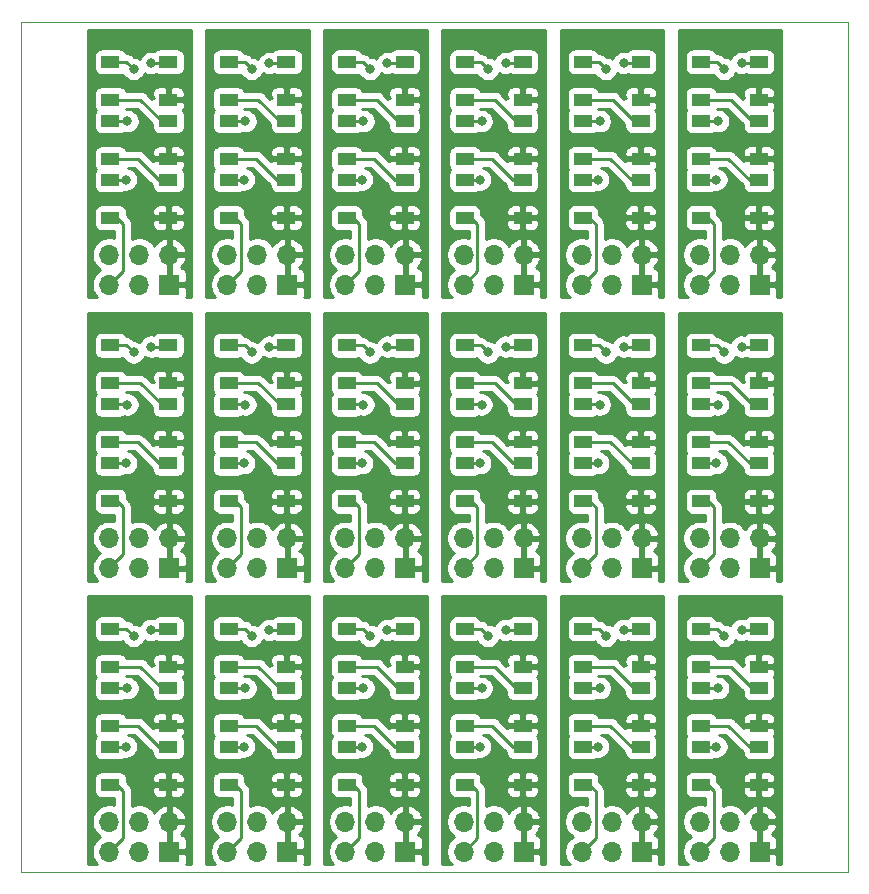
<source format=gbr>
G04 #@! TF.GenerationSoftware,KiCad,Pcbnew,5.1.10-88a1d61d58~90~ubuntu21.04.1*
G04 #@! TF.CreationDate,2021-10-01T11:59:45+02:00*
G04 #@! TF.ProjectId,IndicatorLeds,496e6469-6361-4746-9f72-4c6564732e6b,rev?*
G04 #@! TF.SameCoordinates,Original*
G04 #@! TF.FileFunction,Copper,L1,Top*
G04 #@! TF.FilePolarity,Positive*
%FSLAX46Y46*%
G04 Gerber Fmt 4.6, Leading zero omitted, Abs format (unit mm)*
G04 Created by KiCad (PCBNEW 5.1.10-88a1d61d58~90~ubuntu21.04.1) date 2021-10-01 11:59:45*
%MOMM*%
%LPD*%
G01*
G04 APERTURE LIST*
G04 #@! TA.AperFunction,Profile*
%ADD10C,0.100000*%
G04 #@! TD*
G04 #@! TA.AperFunction,ComponentPad*
%ADD11R,1.700000X1.700000*%
G04 #@! TD*
G04 #@! TA.AperFunction,ComponentPad*
%ADD12O,1.700000X1.700000*%
G04 #@! TD*
G04 #@! TA.AperFunction,SMDPad,CuDef*
%ADD13R,1.500000X1.000000*%
G04 #@! TD*
G04 #@! TA.AperFunction,ViaPad*
%ADD14C,0.800000*%
G04 #@! TD*
G04 #@! TA.AperFunction,Conductor*
%ADD15C,0.250000*%
G04 #@! TD*
G04 #@! TA.AperFunction,Conductor*
%ADD16C,0.254000*%
G04 #@! TD*
G04 #@! TA.AperFunction,Conductor*
%ADD17C,0.350000*%
G04 #@! TD*
G04 APERTURE END LIST*
D10*
X45000000Y-49999000D02*
X110000000Y-49999000D01*
X45000000Y-122001000D02*
X45000000Y-49999000D01*
X115001000Y-122001000D02*
X45000000Y-122001000D01*
X115001000Y-49999000D02*
X115001000Y-122001000D01*
X110000000Y-49999000D02*
X115001000Y-49999000D01*
D11*
G04 #@! TO.P,J1,1*
G04 #@! TO.N,Board_18-VCC*
X107529026Y-120261011D03*
D12*
G04 #@! TO.P,J1,2*
X107529026Y-117721011D03*
G04 #@! TO.P,J1,3*
G04 #@! TO.N,Board_18-GND*
X104989026Y-120261011D03*
G04 #@! TO.P,J1,4*
X104989026Y-117721011D03*
G04 #@! TO.P,J1,5*
G04 #@! TO.N,Board_18-/Din*
X102449026Y-120261011D03*
G04 #@! TO.P,J1,6*
G04 #@! TO.N,Board_18-/Dout*
X102449026Y-117721011D03*
G04 #@! TD*
D13*
G04 #@! TO.P,D1,1*
G04 #@! TO.N,Board_18-VCC*
X107450026Y-114600011D03*
G04 #@! TO.P,D1,2*
G04 #@! TO.N,Board_18-Net-(D1-Pad2)*
X107450026Y-111400011D03*
G04 #@! TO.P,D1,4*
G04 #@! TO.N,Board_18-/Din*
X102550026Y-114600011D03*
G04 #@! TO.P,D1,3*
G04 #@! TO.N,Board_18-GND*
X102550026Y-111400011D03*
G04 #@! TD*
G04 #@! TO.P,D2,1*
G04 #@! TO.N,Board_18-VCC*
X107450026Y-109600011D03*
G04 #@! TO.P,D2,2*
G04 #@! TO.N,Board_18-Net-(D2-Pad2)*
X107450026Y-106400011D03*
G04 #@! TO.P,D2,4*
G04 #@! TO.N,Board_18-Net-(D1-Pad2)*
X102550026Y-109600011D03*
G04 #@! TO.P,D2,3*
G04 #@! TO.N,Board_18-GND*
X102550026Y-106400011D03*
G04 #@! TD*
G04 #@! TO.P,D3,1*
G04 #@! TO.N,Board_18-VCC*
X107450026Y-104600011D03*
G04 #@! TO.P,D3,2*
G04 #@! TO.N,Board_18-/Dout*
X107450026Y-101400011D03*
G04 #@! TO.P,D3,4*
G04 #@! TO.N,Board_18-Net-(D2-Pad2)*
X102550026Y-104600011D03*
G04 #@! TO.P,D3,3*
G04 #@! TO.N,Board_18-GND*
X102550026Y-101400011D03*
G04 #@! TD*
D11*
G04 #@! TO.P,J1,1*
G04 #@! TO.N,Board_17-VCC*
X97529021Y-120261011D03*
D12*
G04 #@! TO.P,J1,2*
X97529021Y-117721011D03*
G04 #@! TO.P,J1,3*
G04 #@! TO.N,Board_17-GND*
X94989021Y-120261011D03*
G04 #@! TO.P,J1,4*
X94989021Y-117721011D03*
G04 #@! TO.P,J1,5*
G04 #@! TO.N,Board_17-/Din*
X92449021Y-120261011D03*
G04 #@! TO.P,J1,6*
G04 #@! TO.N,Board_17-/Dout*
X92449021Y-117721011D03*
G04 #@! TD*
D13*
G04 #@! TO.P,D1,1*
G04 #@! TO.N,Board_17-VCC*
X97450021Y-114600011D03*
G04 #@! TO.P,D1,2*
G04 #@! TO.N,Board_17-Net-(D1-Pad2)*
X97450021Y-111400011D03*
G04 #@! TO.P,D1,4*
G04 #@! TO.N,Board_17-/Din*
X92550021Y-114600011D03*
G04 #@! TO.P,D1,3*
G04 #@! TO.N,Board_17-GND*
X92550021Y-111400011D03*
G04 #@! TD*
G04 #@! TO.P,D2,1*
G04 #@! TO.N,Board_17-VCC*
X97450021Y-109600011D03*
G04 #@! TO.P,D2,2*
G04 #@! TO.N,Board_17-Net-(D2-Pad2)*
X97450021Y-106400011D03*
G04 #@! TO.P,D2,4*
G04 #@! TO.N,Board_17-Net-(D1-Pad2)*
X92550021Y-109600011D03*
G04 #@! TO.P,D2,3*
G04 #@! TO.N,Board_17-GND*
X92550021Y-106400011D03*
G04 #@! TD*
G04 #@! TO.P,D3,1*
G04 #@! TO.N,Board_17-VCC*
X97450021Y-104600011D03*
G04 #@! TO.P,D3,2*
G04 #@! TO.N,Board_17-/Dout*
X97450021Y-101400011D03*
G04 #@! TO.P,D3,4*
G04 #@! TO.N,Board_17-Net-(D2-Pad2)*
X92550021Y-104600011D03*
G04 #@! TO.P,D3,3*
G04 #@! TO.N,Board_17-GND*
X92550021Y-101400011D03*
G04 #@! TD*
D11*
G04 #@! TO.P,J1,1*
G04 #@! TO.N,Board_16-VCC*
X87529016Y-120261011D03*
D12*
G04 #@! TO.P,J1,2*
X87529016Y-117721011D03*
G04 #@! TO.P,J1,3*
G04 #@! TO.N,Board_16-GND*
X84989016Y-120261011D03*
G04 #@! TO.P,J1,4*
X84989016Y-117721011D03*
G04 #@! TO.P,J1,5*
G04 #@! TO.N,Board_16-/Din*
X82449016Y-120261011D03*
G04 #@! TO.P,J1,6*
G04 #@! TO.N,Board_16-/Dout*
X82449016Y-117721011D03*
G04 #@! TD*
D13*
G04 #@! TO.P,D1,1*
G04 #@! TO.N,Board_16-VCC*
X87450016Y-114600011D03*
G04 #@! TO.P,D1,2*
G04 #@! TO.N,Board_16-Net-(D1-Pad2)*
X87450016Y-111400011D03*
G04 #@! TO.P,D1,4*
G04 #@! TO.N,Board_16-/Din*
X82550016Y-114600011D03*
G04 #@! TO.P,D1,3*
G04 #@! TO.N,Board_16-GND*
X82550016Y-111400011D03*
G04 #@! TD*
G04 #@! TO.P,D2,1*
G04 #@! TO.N,Board_16-VCC*
X87450016Y-109600011D03*
G04 #@! TO.P,D2,2*
G04 #@! TO.N,Board_16-Net-(D2-Pad2)*
X87450016Y-106400011D03*
G04 #@! TO.P,D2,4*
G04 #@! TO.N,Board_16-Net-(D1-Pad2)*
X82550016Y-109600011D03*
G04 #@! TO.P,D2,3*
G04 #@! TO.N,Board_16-GND*
X82550016Y-106400011D03*
G04 #@! TD*
G04 #@! TO.P,D3,1*
G04 #@! TO.N,Board_16-VCC*
X87450016Y-104600011D03*
G04 #@! TO.P,D3,2*
G04 #@! TO.N,Board_16-/Dout*
X87450016Y-101400011D03*
G04 #@! TO.P,D3,4*
G04 #@! TO.N,Board_16-Net-(D2-Pad2)*
X82550016Y-104600011D03*
G04 #@! TO.P,D3,3*
G04 #@! TO.N,Board_16-GND*
X82550016Y-101400011D03*
G04 #@! TD*
D11*
G04 #@! TO.P,J1,1*
G04 #@! TO.N,Board_15-VCC*
X77529011Y-120261011D03*
D12*
G04 #@! TO.P,J1,2*
X77529011Y-117721011D03*
G04 #@! TO.P,J1,3*
G04 #@! TO.N,Board_15-GND*
X74989011Y-120261011D03*
G04 #@! TO.P,J1,4*
X74989011Y-117721011D03*
G04 #@! TO.P,J1,5*
G04 #@! TO.N,Board_15-/Din*
X72449011Y-120261011D03*
G04 #@! TO.P,J1,6*
G04 #@! TO.N,Board_15-/Dout*
X72449011Y-117721011D03*
G04 #@! TD*
D13*
G04 #@! TO.P,D1,1*
G04 #@! TO.N,Board_15-VCC*
X77450011Y-114600011D03*
G04 #@! TO.P,D1,2*
G04 #@! TO.N,Board_15-Net-(D1-Pad2)*
X77450011Y-111400011D03*
G04 #@! TO.P,D1,4*
G04 #@! TO.N,Board_15-/Din*
X72550011Y-114600011D03*
G04 #@! TO.P,D1,3*
G04 #@! TO.N,Board_15-GND*
X72550011Y-111400011D03*
G04 #@! TD*
G04 #@! TO.P,D2,1*
G04 #@! TO.N,Board_15-VCC*
X77450011Y-109600011D03*
G04 #@! TO.P,D2,2*
G04 #@! TO.N,Board_15-Net-(D2-Pad2)*
X77450011Y-106400011D03*
G04 #@! TO.P,D2,4*
G04 #@! TO.N,Board_15-Net-(D1-Pad2)*
X72550011Y-109600011D03*
G04 #@! TO.P,D2,3*
G04 #@! TO.N,Board_15-GND*
X72550011Y-106400011D03*
G04 #@! TD*
G04 #@! TO.P,D3,1*
G04 #@! TO.N,Board_15-VCC*
X77450011Y-104600011D03*
G04 #@! TO.P,D3,2*
G04 #@! TO.N,Board_15-/Dout*
X77450011Y-101400011D03*
G04 #@! TO.P,D3,4*
G04 #@! TO.N,Board_15-Net-(D2-Pad2)*
X72550011Y-104600011D03*
G04 #@! TO.P,D3,3*
G04 #@! TO.N,Board_15-GND*
X72550011Y-101400011D03*
G04 #@! TD*
D11*
G04 #@! TO.P,J1,1*
G04 #@! TO.N,Board_14-VCC*
X67529006Y-120261011D03*
D12*
G04 #@! TO.P,J1,2*
X67529006Y-117721011D03*
G04 #@! TO.P,J1,3*
G04 #@! TO.N,Board_14-GND*
X64989006Y-120261011D03*
G04 #@! TO.P,J1,4*
X64989006Y-117721011D03*
G04 #@! TO.P,J1,5*
G04 #@! TO.N,Board_14-/Din*
X62449006Y-120261011D03*
G04 #@! TO.P,J1,6*
G04 #@! TO.N,Board_14-/Dout*
X62449006Y-117721011D03*
G04 #@! TD*
D13*
G04 #@! TO.P,D1,1*
G04 #@! TO.N,Board_14-VCC*
X67450006Y-114600011D03*
G04 #@! TO.P,D1,2*
G04 #@! TO.N,Board_14-Net-(D1-Pad2)*
X67450006Y-111400011D03*
G04 #@! TO.P,D1,4*
G04 #@! TO.N,Board_14-/Din*
X62550006Y-114600011D03*
G04 #@! TO.P,D1,3*
G04 #@! TO.N,Board_14-GND*
X62550006Y-111400011D03*
G04 #@! TD*
G04 #@! TO.P,D2,1*
G04 #@! TO.N,Board_14-VCC*
X67450006Y-109600011D03*
G04 #@! TO.P,D2,2*
G04 #@! TO.N,Board_14-Net-(D2-Pad2)*
X67450006Y-106400011D03*
G04 #@! TO.P,D2,4*
G04 #@! TO.N,Board_14-Net-(D1-Pad2)*
X62550006Y-109600011D03*
G04 #@! TO.P,D2,3*
G04 #@! TO.N,Board_14-GND*
X62550006Y-106400011D03*
G04 #@! TD*
G04 #@! TO.P,D3,1*
G04 #@! TO.N,Board_14-VCC*
X67450006Y-104600011D03*
G04 #@! TO.P,D3,2*
G04 #@! TO.N,Board_14-/Dout*
X67450006Y-101400011D03*
G04 #@! TO.P,D3,4*
G04 #@! TO.N,Board_14-Net-(D2-Pad2)*
X62550006Y-104600011D03*
G04 #@! TO.P,D3,3*
G04 #@! TO.N,Board_14-GND*
X62550006Y-101400011D03*
G04 #@! TD*
D11*
G04 #@! TO.P,J1,1*
G04 #@! TO.N,Board_13-VCC*
X57529001Y-120261011D03*
D12*
G04 #@! TO.P,J1,2*
X57529001Y-117721011D03*
G04 #@! TO.P,J1,3*
G04 #@! TO.N,Board_13-GND*
X54989001Y-120261011D03*
G04 #@! TO.P,J1,4*
X54989001Y-117721011D03*
G04 #@! TO.P,J1,5*
G04 #@! TO.N,Board_13-/Din*
X52449001Y-120261011D03*
G04 #@! TO.P,J1,6*
G04 #@! TO.N,Board_13-/Dout*
X52449001Y-117721011D03*
G04 #@! TD*
D13*
G04 #@! TO.P,D1,1*
G04 #@! TO.N,Board_13-VCC*
X57450001Y-114600011D03*
G04 #@! TO.P,D1,2*
G04 #@! TO.N,Board_13-Net-(D1-Pad2)*
X57450001Y-111400011D03*
G04 #@! TO.P,D1,4*
G04 #@! TO.N,Board_13-/Din*
X52550001Y-114600011D03*
G04 #@! TO.P,D1,3*
G04 #@! TO.N,Board_13-GND*
X52550001Y-111400011D03*
G04 #@! TD*
G04 #@! TO.P,D2,1*
G04 #@! TO.N,Board_13-VCC*
X57450001Y-109600011D03*
G04 #@! TO.P,D2,2*
G04 #@! TO.N,Board_13-Net-(D2-Pad2)*
X57450001Y-106400011D03*
G04 #@! TO.P,D2,4*
G04 #@! TO.N,Board_13-Net-(D1-Pad2)*
X52550001Y-109600011D03*
G04 #@! TO.P,D2,3*
G04 #@! TO.N,Board_13-GND*
X52550001Y-106400011D03*
G04 #@! TD*
G04 #@! TO.P,D3,1*
G04 #@! TO.N,Board_13-VCC*
X57450001Y-104600011D03*
G04 #@! TO.P,D3,2*
G04 #@! TO.N,Board_13-/Dout*
X57450001Y-101400011D03*
G04 #@! TO.P,D3,4*
G04 #@! TO.N,Board_13-Net-(D2-Pad2)*
X52550001Y-104600011D03*
G04 #@! TO.P,D3,3*
G04 #@! TO.N,Board_13-GND*
X52550001Y-101400011D03*
G04 #@! TD*
D11*
G04 #@! TO.P,J1,1*
G04 #@! TO.N,Board_12-VCC*
X107529026Y-96261006D03*
D12*
G04 #@! TO.P,J1,2*
X107529026Y-93721006D03*
G04 #@! TO.P,J1,3*
G04 #@! TO.N,Board_12-GND*
X104989026Y-96261006D03*
G04 #@! TO.P,J1,4*
X104989026Y-93721006D03*
G04 #@! TO.P,J1,5*
G04 #@! TO.N,Board_12-/Din*
X102449026Y-96261006D03*
G04 #@! TO.P,J1,6*
G04 #@! TO.N,Board_12-/Dout*
X102449026Y-93721006D03*
G04 #@! TD*
D13*
G04 #@! TO.P,D1,1*
G04 #@! TO.N,Board_12-VCC*
X107450026Y-90600006D03*
G04 #@! TO.P,D1,2*
G04 #@! TO.N,Board_12-Net-(D1-Pad2)*
X107450026Y-87400006D03*
G04 #@! TO.P,D1,4*
G04 #@! TO.N,Board_12-/Din*
X102550026Y-90600006D03*
G04 #@! TO.P,D1,3*
G04 #@! TO.N,Board_12-GND*
X102550026Y-87400006D03*
G04 #@! TD*
G04 #@! TO.P,D2,1*
G04 #@! TO.N,Board_12-VCC*
X107450026Y-85600006D03*
G04 #@! TO.P,D2,2*
G04 #@! TO.N,Board_12-Net-(D2-Pad2)*
X107450026Y-82400006D03*
G04 #@! TO.P,D2,4*
G04 #@! TO.N,Board_12-Net-(D1-Pad2)*
X102550026Y-85600006D03*
G04 #@! TO.P,D2,3*
G04 #@! TO.N,Board_12-GND*
X102550026Y-82400006D03*
G04 #@! TD*
G04 #@! TO.P,D3,1*
G04 #@! TO.N,Board_12-VCC*
X107450026Y-80600006D03*
G04 #@! TO.P,D3,2*
G04 #@! TO.N,Board_12-/Dout*
X107450026Y-77400006D03*
G04 #@! TO.P,D3,4*
G04 #@! TO.N,Board_12-Net-(D2-Pad2)*
X102550026Y-80600006D03*
G04 #@! TO.P,D3,3*
G04 #@! TO.N,Board_12-GND*
X102550026Y-77400006D03*
G04 #@! TD*
D11*
G04 #@! TO.P,J1,1*
G04 #@! TO.N,Board_11-VCC*
X97529021Y-96261006D03*
D12*
G04 #@! TO.P,J1,2*
X97529021Y-93721006D03*
G04 #@! TO.P,J1,3*
G04 #@! TO.N,Board_11-GND*
X94989021Y-96261006D03*
G04 #@! TO.P,J1,4*
X94989021Y-93721006D03*
G04 #@! TO.P,J1,5*
G04 #@! TO.N,Board_11-/Din*
X92449021Y-96261006D03*
G04 #@! TO.P,J1,6*
G04 #@! TO.N,Board_11-/Dout*
X92449021Y-93721006D03*
G04 #@! TD*
D13*
G04 #@! TO.P,D1,1*
G04 #@! TO.N,Board_11-VCC*
X97450021Y-90600006D03*
G04 #@! TO.P,D1,2*
G04 #@! TO.N,Board_11-Net-(D1-Pad2)*
X97450021Y-87400006D03*
G04 #@! TO.P,D1,4*
G04 #@! TO.N,Board_11-/Din*
X92550021Y-90600006D03*
G04 #@! TO.P,D1,3*
G04 #@! TO.N,Board_11-GND*
X92550021Y-87400006D03*
G04 #@! TD*
G04 #@! TO.P,D2,1*
G04 #@! TO.N,Board_11-VCC*
X97450021Y-85600006D03*
G04 #@! TO.P,D2,2*
G04 #@! TO.N,Board_11-Net-(D2-Pad2)*
X97450021Y-82400006D03*
G04 #@! TO.P,D2,4*
G04 #@! TO.N,Board_11-Net-(D1-Pad2)*
X92550021Y-85600006D03*
G04 #@! TO.P,D2,3*
G04 #@! TO.N,Board_11-GND*
X92550021Y-82400006D03*
G04 #@! TD*
G04 #@! TO.P,D3,1*
G04 #@! TO.N,Board_11-VCC*
X97450021Y-80600006D03*
G04 #@! TO.P,D3,2*
G04 #@! TO.N,Board_11-/Dout*
X97450021Y-77400006D03*
G04 #@! TO.P,D3,4*
G04 #@! TO.N,Board_11-Net-(D2-Pad2)*
X92550021Y-80600006D03*
G04 #@! TO.P,D3,3*
G04 #@! TO.N,Board_11-GND*
X92550021Y-77400006D03*
G04 #@! TD*
D11*
G04 #@! TO.P,J1,1*
G04 #@! TO.N,Board_10-VCC*
X87529016Y-96261006D03*
D12*
G04 #@! TO.P,J1,2*
X87529016Y-93721006D03*
G04 #@! TO.P,J1,3*
G04 #@! TO.N,Board_10-GND*
X84989016Y-96261006D03*
G04 #@! TO.P,J1,4*
X84989016Y-93721006D03*
G04 #@! TO.P,J1,5*
G04 #@! TO.N,Board_10-/Din*
X82449016Y-96261006D03*
G04 #@! TO.P,J1,6*
G04 #@! TO.N,Board_10-/Dout*
X82449016Y-93721006D03*
G04 #@! TD*
D13*
G04 #@! TO.P,D1,1*
G04 #@! TO.N,Board_10-VCC*
X87450016Y-90600006D03*
G04 #@! TO.P,D1,2*
G04 #@! TO.N,Board_10-Net-(D1-Pad2)*
X87450016Y-87400006D03*
G04 #@! TO.P,D1,4*
G04 #@! TO.N,Board_10-/Din*
X82550016Y-90600006D03*
G04 #@! TO.P,D1,3*
G04 #@! TO.N,Board_10-GND*
X82550016Y-87400006D03*
G04 #@! TD*
G04 #@! TO.P,D2,1*
G04 #@! TO.N,Board_10-VCC*
X87450016Y-85600006D03*
G04 #@! TO.P,D2,2*
G04 #@! TO.N,Board_10-Net-(D2-Pad2)*
X87450016Y-82400006D03*
G04 #@! TO.P,D2,4*
G04 #@! TO.N,Board_10-Net-(D1-Pad2)*
X82550016Y-85600006D03*
G04 #@! TO.P,D2,3*
G04 #@! TO.N,Board_10-GND*
X82550016Y-82400006D03*
G04 #@! TD*
G04 #@! TO.P,D3,1*
G04 #@! TO.N,Board_10-VCC*
X87450016Y-80600006D03*
G04 #@! TO.P,D3,2*
G04 #@! TO.N,Board_10-/Dout*
X87450016Y-77400006D03*
G04 #@! TO.P,D3,4*
G04 #@! TO.N,Board_10-Net-(D2-Pad2)*
X82550016Y-80600006D03*
G04 #@! TO.P,D3,3*
G04 #@! TO.N,Board_10-GND*
X82550016Y-77400006D03*
G04 #@! TD*
D11*
G04 #@! TO.P,J1,1*
G04 #@! TO.N,Board_9-VCC*
X77529011Y-96261006D03*
D12*
G04 #@! TO.P,J1,2*
X77529011Y-93721006D03*
G04 #@! TO.P,J1,3*
G04 #@! TO.N,Board_9-GND*
X74989011Y-96261006D03*
G04 #@! TO.P,J1,4*
X74989011Y-93721006D03*
G04 #@! TO.P,J1,5*
G04 #@! TO.N,Board_9-/Din*
X72449011Y-96261006D03*
G04 #@! TO.P,J1,6*
G04 #@! TO.N,Board_9-/Dout*
X72449011Y-93721006D03*
G04 #@! TD*
D13*
G04 #@! TO.P,D1,1*
G04 #@! TO.N,Board_9-VCC*
X77450011Y-90600006D03*
G04 #@! TO.P,D1,2*
G04 #@! TO.N,Board_9-Net-(D1-Pad2)*
X77450011Y-87400006D03*
G04 #@! TO.P,D1,4*
G04 #@! TO.N,Board_9-/Din*
X72550011Y-90600006D03*
G04 #@! TO.P,D1,3*
G04 #@! TO.N,Board_9-GND*
X72550011Y-87400006D03*
G04 #@! TD*
G04 #@! TO.P,D2,1*
G04 #@! TO.N,Board_9-VCC*
X77450011Y-85600006D03*
G04 #@! TO.P,D2,2*
G04 #@! TO.N,Board_9-Net-(D2-Pad2)*
X77450011Y-82400006D03*
G04 #@! TO.P,D2,4*
G04 #@! TO.N,Board_9-Net-(D1-Pad2)*
X72550011Y-85600006D03*
G04 #@! TO.P,D2,3*
G04 #@! TO.N,Board_9-GND*
X72550011Y-82400006D03*
G04 #@! TD*
G04 #@! TO.P,D3,1*
G04 #@! TO.N,Board_9-VCC*
X77450011Y-80600006D03*
G04 #@! TO.P,D3,2*
G04 #@! TO.N,Board_9-/Dout*
X77450011Y-77400006D03*
G04 #@! TO.P,D3,4*
G04 #@! TO.N,Board_9-Net-(D2-Pad2)*
X72550011Y-80600006D03*
G04 #@! TO.P,D3,3*
G04 #@! TO.N,Board_9-GND*
X72550011Y-77400006D03*
G04 #@! TD*
D11*
G04 #@! TO.P,J1,1*
G04 #@! TO.N,Board_8-VCC*
X67529006Y-96261006D03*
D12*
G04 #@! TO.P,J1,2*
X67529006Y-93721006D03*
G04 #@! TO.P,J1,3*
G04 #@! TO.N,Board_8-GND*
X64989006Y-96261006D03*
G04 #@! TO.P,J1,4*
X64989006Y-93721006D03*
G04 #@! TO.P,J1,5*
G04 #@! TO.N,Board_8-/Din*
X62449006Y-96261006D03*
G04 #@! TO.P,J1,6*
G04 #@! TO.N,Board_8-/Dout*
X62449006Y-93721006D03*
G04 #@! TD*
D13*
G04 #@! TO.P,D1,1*
G04 #@! TO.N,Board_8-VCC*
X67450006Y-90600006D03*
G04 #@! TO.P,D1,2*
G04 #@! TO.N,Board_8-Net-(D1-Pad2)*
X67450006Y-87400006D03*
G04 #@! TO.P,D1,4*
G04 #@! TO.N,Board_8-/Din*
X62550006Y-90600006D03*
G04 #@! TO.P,D1,3*
G04 #@! TO.N,Board_8-GND*
X62550006Y-87400006D03*
G04 #@! TD*
G04 #@! TO.P,D2,1*
G04 #@! TO.N,Board_8-VCC*
X67450006Y-85600006D03*
G04 #@! TO.P,D2,2*
G04 #@! TO.N,Board_8-Net-(D2-Pad2)*
X67450006Y-82400006D03*
G04 #@! TO.P,D2,4*
G04 #@! TO.N,Board_8-Net-(D1-Pad2)*
X62550006Y-85600006D03*
G04 #@! TO.P,D2,3*
G04 #@! TO.N,Board_8-GND*
X62550006Y-82400006D03*
G04 #@! TD*
G04 #@! TO.P,D3,1*
G04 #@! TO.N,Board_8-VCC*
X67450006Y-80600006D03*
G04 #@! TO.P,D3,2*
G04 #@! TO.N,Board_8-/Dout*
X67450006Y-77400006D03*
G04 #@! TO.P,D3,4*
G04 #@! TO.N,Board_8-Net-(D2-Pad2)*
X62550006Y-80600006D03*
G04 #@! TO.P,D3,3*
G04 #@! TO.N,Board_8-GND*
X62550006Y-77400006D03*
G04 #@! TD*
D11*
G04 #@! TO.P,J1,1*
G04 #@! TO.N,Board_7-VCC*
X57529001Y-96261006D03*
D12*
G04 #@! TO.P,J1,2*
X57529001Y-93721006D03*
G04 #@! TO.P,J1,3*
G04 #@! TO.N,Board_7-GND*
X54989001Y-96261006D03*
G04 #@! TO.P,J1,4*
X54989001Y-93721006D03*
G04 #@! TO.P,J1,5*
G04 #@! TO.N,Board_7-/Din*
X52449001Y-96261006D03*
G04 #@! TO.P,J1,6*
G04 #@! TO.N,Board_7-/Dout*
X52449001Y-93721006D03*
G04 #@! TD*
D13*
G04 #@! TO.P,D1,1*
G04 #@! TO.N,Board_7-VCC*
X57450001Y-90600006D03*
G04 #@! TO.P,D1,2*
G04 #@! TO.N,Board_7-Net-(D1-Pad2)*
X57450001Y-87400006D03*
G04 #@! TO.P,D1,4*
G04 #@! TO.N,Board_7-/Din*
X52550001Y-90600006D03*
G04 #@! TO.P,D1,3*
G04 #@! TO.N,Board_7-GND*
X52550001Y-87400006D03*
G04 #@! TD*
G04 #@! TO.P,D2,1*
G04 #@! TO.N,Board_7-VCC*
X57450001Y-85600006D03*
G04 #@! TO.P,D2,2*
G04 #@! TO.N,Board_7-Net-(D2-Pad2)*
X57450001Y-82400006D03*
G04 #@! TO.P,D2,4*
G04 #@! TO.N,Board_7-Net-(D1-Pad2)*
X52550001Y-85600006D03*
G04 #@! TO.P,D2,3*
G04 #@! TO.N,Board_7-GND*
X52550001Y-82400006D03*
G04 #@! TD*
G04 #@! TO.P,D3,1*
G04 #@! TO.N,Board_7-VCC*
X57450001Y-80600006D03*
G04 #@! TO.P,D3,2*
G04 #@! TO.N,Board_7-/Dout*
X57450001Y-77400006D03*
G04 #@! TO.P,D3,4*
G04 #@! TO.N,Board_7-Net-(D2-Pad2)*
X52550001Y-80600006D03*
G04 #@! TO.P,D3,3*
G04 #@! TO.N,Board_7-GND*
X52550001Y-77400006D03*
G04 #@! TD*
D11*
G04 #@! TO.P,J1,1*
G04 #@! TO.N,Board_6-VCC*
X107529026Y-72261001D03*
D12*
G04 #@! TO.P,J1,2*
X107529026Y-69721001D03*
G04 #@! TO.P,J1,3*
G04 #@! TO.N,Board_6-GND*
X104989026Y-72261001D03*
G04 #@! TO.P,J1,4*
X104989026Y-69721001D03*
G04 #@! TO.P,J1,5*
G04 #@! TO.N,Board_6-/Din*
X102449026Y-72261001D03*
G04 #@! TO.P,J1,6*
G04 #@! TO.N,Board_6-/Dout*
X102449026Y-69721001D03*
G04 #@! TD*
D13*
G04 #@! TO.P,D1,1*
G04 #@! TO.N,Board_6-VCC*
X107450026Y-66600001D03*
G04 #@! TO.P,D1,2*
G04 #@! TO.N,Board_6-Net-(D1-Pad2)*
X107450026Y-63400001D03*
G04 #@! TO.P,D1,4*
G04 #@! TO.N,Board_6-/Din*
X102550026Y-66600001D03*
G04 #@! TO.P,D1,3*
G04 #@! TO.N,Board_6-GND*
X102550026Y-63400001D03*
G04 #@! TD*
G04 #@! TO.P,D2,1*
G04 #@! TO.N,Board_6-VCC*
X107450026Y-61600001D03*
G04 #@! TO.P,D2,2*
G04 #@! TO.N,Board_6-Net-(D2-Pad2)*
X107450026Y-58400001D03*
G04 #@! TO.P,D2,4*
G04 #@! TO.N,Board_6-Net-(D1-Pad2)*
X102550026Y-61600001D03*
G04 #@! TO.P,D2,3*
G04 #@! TO.N,Board_6-GND*
X102550026Y-58400001D03*
G04 #@! TD*
G04 #@! TO.P,D3,1*
G04 #@! TO.N,Board_6-VCC*
X107450026Y-56600001D03*
G04 #@! TO.P,D3,2*
G04 #@! TO.N,Board_6-/Dout*
X107450026Y-53400001D03*
G04 #@! TO.P,D3,4*
G04 #@! TO.N,Board_6-Net-(D2-Pad2)*
X102550026Y-56600001D03*
G04 #@! TO.P,D3,3*
G04 #@! TO.N,Board_6-GND*
X102550026Y-53400001D03*
G04 #@! TD*
D11*
G04 #@! TO.P,J1,1*
G04 #@! TO.N,Board_5-VCC*
X97529021Y-72261001D03*
D12*
G04 #@! TO.P,J1,2*
X97529021Y-69721001D03*
G04 #@! TO.P,J1,3*
G04 #@! TO.N,Board_5-GND*
X94989021Y-72261001D03*
G04 #@! TO.P,J1,4*
X94989021Y-69721001D03*
G04 #@! TO.P,J1,5*
G04 #@! TO.N,Board_5-/Din*
X92449021Y-72261001D03*
G04 #@! TO.P,J1,6*
G04 #@! TO.N,Board_5-/Dout*
X92449021Y-69721001D03*
G04 #@! TD*
D13*
G04 #@! TO.P,D1,1*
G04 #@! TO.N,Board_5-VCC*
X97450021Y-66600001D03*
G04 #@! TO.P,D1,2*
G04 #@! TO.N,Board_5-Net-(D1-Pad2)*
X97450021Y-63400001D03*
G04 #@! TO.P,D1,4*
G04 #@! TO.N,Board_5-/Din*
X92550021Y-66600001D03*
G04 #@! TO.P,D1,3*
G04 #@! TO.N,Board_5-GND*
X92550021Y-63400001D03*
G04 #@! TD*
G04 #@! TO.P,D2,1*
G04 #@! TO.N,Board_5-VCC*
X97450021Y-61600001D03*
G04 #@! TO.P,D2,2*
G04 #@! TO.N,Board_5-Net-(D2-Pad2)*
X97450021Y-58400001D03*
G04 #@! TO.P,D2,4*
G04 #@! TO.N,Board_5-Net-(D1-Pad2)*
X92550021Y-61600001D03*
G04 #@! TO.P,D2,3*
G04 #@! TO.N,Board_5-GND*
X92550021Y-58400001D03*
G04 #@! TD*
G04 #@! TO.P,D3,1*
G04 #@! TO.N,Board_5-VCC*
X97450021Y-56600001D03*
G04 #@! TO.P,D3,2*
G04 #@! TO.N,Board_5-/Dout*
X97450021Y-53400001D03*
G04 #@! TO.P,D3,4*
G04 #@! TO.N,Board_5-Net-(D2-Pad2)*
X92550021Y-56600001D03*
G04 #@! TO.P,D3,3*
G04 #@! TO.N,Board_5-GND*
X92550021Y-53400001D03*
G04 #@! TD*
D11*
G04 #@! TO.P,J1,1*
G04 #@! TO.N,Board_4-VCC*
X87529016Y-72261001D03*
D12*
G04 #@! TO.P,J1,2*
X87529016Y-69721001D03*
G04 #@! TO.P,J1,3*
G04 #@! TO.N,Board_4-GND*
X84989016Y-72261001D03*
G04 #@! TO.P,J1,4*
X84989016Y-69721001D03*
G04 #@! TO.P,J1,5*
G04 #@! TO.N,Board_4-/Din*
X82449016Y-72261001D03*
G04 #@! TO.P,J1,6*
G04 #@! TO.N,Board_4-/Dout*
X82449016Y-69721001D03*
G04 #@! TD*
D13*
G04 #@! TO.P,D1,1*
G04 #@! TO.N,Board_4-VCC*
X87450016Y-66600001D03*
G04 #@! TO.P,D1,2*
G04 #@! TO.N,Board_4-Net-(D1-Pad2)*
X87450016Y-63400001D03*
G04 #@! TO.P,D1,4*
G04 #@! TO.N,Board_4-/Din*
X82550016Y-66600001D03*
G04 #@! TO.P,D1,3*
G04 #@! TO.N,Board_4-GND*
X82550016Y-63400001D03*
G04 #@! TD*
G04 #@! TO.P,D2,1*
G04 #@! TO.N,Board_4-VCC*
X87450016Y-61600001D03*
G04 #@! TO.P,D2,2*
G04 #@! TO.N,Board_4-Net-(D2-Pad2)*
X87450016Y-58400001D03*
G04 #@! TO.P,D2,4*
G04 #@! TO.N,Board_4-Net-(D1-Pad2)*
X82550016Y-61600001D03*
G04 #@! TO.P,D2,3*
G04 #@! TO.N,Board_4-GND*
X82550016Y-58400001D03*
G04 #@! TD*
G04 #@! TO.P,D3,1*
G04 #@! TO.N,Board_4-VCC*
X87450016Y-56600001D03*
G04 #@! TO.P,D3,2*
G04 #@! TO.N,Board_4-/Dout*
X87450016Y-53400001D03*
G04 #@! TO.P,D3,4*
G04 #@! TO.N,Board_4-Net-(D2-Pad2)*
X82550016Y-56600001D03*
G04 #@! TO.P,D3,3*
G04 #@! TO.N,Board_4-GND*
X82550016Y-53400001D03*
G04 #@! TD*
D11*
G04 #@! TO.P,J1,1*
G04 #@! TO.N,Board_3-VCC*
X77529011Y-72261001D03*
D12*
G04 #@! TO.P,J1,2*
X77529011Y-69721001D03*
G04 #@! TO.P,J1,3*
G04 #@! TO.N,Board_3-GND*
X74989011Y-72261001D03*
G04 #@! TO.P,J1,4*
X74989011Y-69721001D03*
G04 #@! TO.P,J1,5*
G04 #@! TO.N,Board_3-/Din*
X72449011Y-72261001D03*
G04 #@! TO.P,J1,6*
G04 #@! TO.N,Board_3-/Dout*
X72449011Y-69721001D03*
G04 #@! TD*
D13*
G04 #@! TO.P,D1,1*
G04 #@! TO.N,Board_3-VCC*
X77450011Y-66600001D03*
G04 #@! TO.P,D1,2*
G04 #@! TO.N,Board_3-Net-(D1-Pad2)*
X77450011Y-63400001D03*
G04 #@! TO.P,D1,4*
G04 #@! TO.N,Board_3-/Din*
X72550011Y-66600001D03*
G04 #@! TO.P,D1,3*
G04 #@! TO.N,Board_3-GND*
X72550011Y-63400001D03*
G04 #@! TD*
G04 #@! TO.P,D2,1*
G04 #@! TO.N,Board_3-VCC*
X77450011Y-61600001D03*
G04 #@! TO.P,D2,2*
G04 #@! TO.N,Board_3-Net-(D2-Pad2)*
X77450011Y-58400001D03*
G04 #@! TO.P,D2,4*
G04 #@! TO.N,Board_3-Net-(D1-Pad2)*
X72550011Y-61600001D03*
G04 #@! TO.P,D2,3*
G04 #@! TO.N,Board_3-GND*
X72550011Y-58400001D03*
G04 #@! TD*
G04 #@! TO.P,D3,1*
G04 #@! TO.N,Board_3-VCC*
X77450011Y-56600001D03*
G04 #@! TO.P,D3,2*
G04 #@! TO.N,Board_3-/Dout*
X77450011Y-53400001D03*
G04 #@! TO.P,D3,4*
G04 #@! TO.N,Board_3-Net-(D2-Pad2)*
X72550011Y-56600001D03*
G04 #@! TO.P,D3,3*
G04 #@! TO.N,Board_3-GND*
X72550011Y-53400001D03*
G04 #@! TD*
D11*
G04 #@! TO.P,J1,1*
G04 #@! TO.N,Board_2-VCC*
X67529006Y-72261001D03*
D12*
G04 #@! TO.P,J1,2*
X67529006Y-69721001D03*
G04 #@! TO.P,J1,3*
G04 #@! TO.N,Board_2-GND*
X64989006Y-72261001D03*
G04 #@! TO.P,J1,4*
X64989006Y-69721001D03*
G04 #@! TO.P,J1,5*
G04 #@! TO.N,Board_2-/Din*
X62449006Y-72261001D03*
G04 #@! TO.P,J1,6*
G04 #@! TO.N,Board_2-/Dout*
X62449006Y-69721001D03*
G04 #@! TD*
D13*
G04 #@! TO.P,D1,1*
G04 #@! TO.N,Board_2-VCC*
X67450006Y-66600001D03*
G04 #@! TO.P,D1,2*
G04 #@! TO.N,Board_2-Net-(D1-Pad2)*
X67450006Y-63400001D03*
G04 #@! TO.P,D1,4*
G04 #@! TO.N,Board_2-/Din*
X62550006Y-66600001D03*
G04 #@! TO.P,D1,3*
G04 #@! TO.N,Board_2-GND*
X62550006Y-63400001D03*
G04 #@! TD*
G04 #@! TO.P,D2,1*
G04 #@! TO.N,Board_2-VCC*
X67450006Y-61600001D03*
G04 #@! TO.P,D2,2*
G04 #@! TO.N,Board_2-Net-(D2-Pad2)*
X67450006Y-58400001D03*
G04 #@! TO.P,D2,4*
G04 #@! TO.N,Board_2-Net-(D1-Pad2)*
X62550006Y-61600001D03*
G04 #@! TO.P,D2,3*
G04 #@! TO.N,Board_2-GND*
X62550006Y-58400001D03*
G04 #@! TD*
G04 #@! TO.P,D3,1*
G04 #@! TO.N,Board_2-VCC*
X67450006Y-56600001D03*
G04 #@! TO.P,D3,2*
G04 #@! TO.N,Board_2-/Dout*
X67450006Y-53400001D03*
G04 #@! TO.P,D3,4*
G04 #@! TO.N,Board_2-Net-(D2-Pad2)*
X62550006Y-56600001D03*
G04 #@! TO.P,D3,3*
G04 #@! TO.N,Board_2-GND*
X62550006Y-53400001D03*
G04 #@! TD*
D11*
G04 #@! TO.P,J1,1*
G04 #@! TO.N,Board_1-VCC*
X57529001Y-72261001D03*
D12*
G04 #@! TO.P,J1,2*
X57529001Y-69721001D03*
G04 #@! TO.P,J1,3*
G04 #@! TO.N,Board_1-GND*
X54989001Y-72261001D03*
G04 #@! TO.P,J1,4*
X54989001Y-69721001D03*
G04 #@! TO.P,J1,5*
G04 #@! TO.N,Board_1-/Din*
X52449001Y-72261001D03*
G04 #@! TO.P,J1,6*
G04 #@! TO.N,Board_1-/Dout*
X52449001Y-69721001D03*
G04 #@! TD*
D13*
G04 #@! TO.P,D1,1*
G04 #@! TO.N,Board_1-VCC*
X57450001Y-66600001D03*
G04 #@! TO.P,D1,2*
G04 #@! TO.N,Board_1-Net-(D1-Pad2)*
X57450001Y-63400001D03*
G04 #@! TO.P,D1,4*
G04 #@! TO.N,Board_1-/Din*
X52550001Y-66600001D03*
G04 #@! TO.P,D1,3*
G04 #@! TO.N,Board_1-GND*
X52550001Y-63400001D03*
G04 #@! TD*
G04 #@! TO.P,D2,1*
G04 #@! TO.N,Board_1-VCC*
X57450001Y-61600001D03*
G04 #@! TO.P,D2,2*
G04 #@! TO.N,Board_1-Net-(D2-Pad2)*
X57450001Y-58400001D03*
G04 #@! TO.P,D2,4*
G04 #@! TO.N,Board_1-Net-(D1-Pad2)*
X52550001Y-61600001D03*
G04 #@! TO.P,D2,3*
G04 #@! TO.N,Board_1-GND*
X52550001Y-58400001D03*
G04 #@! TD*
G04 #@! TO.P,D3,1*
G04 #@! TO.N,Board_1-VCC*
X57450001Y-56600001D03*
G04 #@! TO.P,D3,2*
G04 #@! TO.N,Board_1-/Dout*
X57450001Y-53400001D03*
G04 #@! TO.P,D3,4*
G04 #@! TO.N,Board_1-Net-(D2-Pad2)*
X52550001Y-56600001D03*
G04 #@! TO.P,D3,3*
G04 #@! TO.N,Board_1-GND*
X52550001Y-53400001D03*
G04 #@! TD*
D14*
G04 #@! TO.N,Board_1-/Dout*
X56000001Y-53500001D03*
G04 #@! TO.N,Board_1-GND*
X53973001Y-58418001D03*
X53846001Y-63371001D03*
X54500001Y-54000017D03*
G04 #@! TO.N,Board_2-/Dout*
X66000006Y-53500001D03*
G04 #@! TO.N,Board_2-GND*
X63973006Y-58418001D03*
X63846006Y-63371001D03*
X64500006Y-54000017D03*
G04 #@! TO.N,Board_3-/Dout*
X76000011Y-53500001D03*
G04 #@! TO.N,Board_3-GND*
X73973011Y-58418001D03*
X73846011Y-63371001D03*
X74500011Y-54000017D03*
G04 #@! TO.N,Board_4-/Dout*
X86000016Y-53500001D03*
G04 #@! TO.N,Board_4-GND*
X83973016Y-58418001D03*
X83846016Y-63371001D03*
X84500016Y-54000017D03*
G04 #@! TO.N,Board_5-/Dout*
X96000021Y-53500001D03*
G04 #@! TO.N,Board_5-GND*
X93973021Y-58418001D03*
X93846021Y-63371001D03*
X94500021Y-54000017D03*
G04 #@! TO.N,Board_6-/Dout*
X106000026Y-53500001D03*
G04 #@! TO.N,Board_6-GND*
X103973026Y-58418001D03*
X103846026Y-63371001D03*
X104500026Y-54000017D03*
G04 #@! TO.N,Board_7-/Dout*
X56000001Y-77500006D03*
G04 #@! TO.N,Board_7-GND*
X53973001Y-82418006D03*
X53846001Y-87371006D03*
X54500001Y-78000022D03*
G04 #@! TO.N,Board_8-/Dout*
X66000006Y-77500006D03*
G04 #@! TO.N,Board_8-GND*
X63973006Y-82418006D03*
X63846006Y-87371006D03*
X64500006Y-78000022D03*
G04 #@! TO.N,Board_9-/Dout*
X76000011Y-77500006D03*
G04 #@! TO.N,Board_9-GND*
X73973011Y-82418006D03*
X73846011Y-87371006D03*
X74500011Y-78000022D03*
G04 #@! TO.N,Board_10-/Dout*
X86000016Y-77500006D03*
G04 #@! TO.N,Board_10-GND*
X83973016Y-82418006D03*
X83846016Y-87371006D03*
X84500016Y-78000022D03*
G04 #@! TO.N,Board_11-/Dout*
X96000021Y-77500006D03*
G04 #@! TO.N,Board_11-GND*
X93973021Y-82418006D03*
X93846021Y-87371006D03*
X94500021Y-78000022D03*
G04 #@! TO.N,Board_12-/Dout*
X106000026Y-77500006D03*
G04 #@! TO.N,Board_12-GND*
X103973026Y-82418006D03*
X103846026Y-87371006D03*
X104500026Y-78000022D03*
G04 #@! TO.N,Board_13-/Dout*
X56000001Y-101500011D03*
G04 #@! TO.N,Board_13-GND*
X53973001Y-106418011D03*
X53846001Y-111371011D03*
X54500001Y-102000027D03*
G04 #@! TO.N,Board_14-/Dout*
X66000006Y-101500011D03*
G04 #@! TO.N,Board_14-GND*
X63973006Y-106418011D03*
X63846006Y-111371011D03*
X64500006Y-102000027D03*
G04 #@! TO.N,Board_15-/Dout*
X76000011Y-101500011D03*
G04 #@! TO.N,Board_15-GND*
X73973011Y-106418011D03*
X73846011Y-111371011D03*
X74500011Y-102000027D03*
G04 #@! TO.N,Board_16-/Dout*
X86000016Y-101500011D03*
G04 #@! TO.N,Board_16-GND*
X83973016Y-106418011D03*
X83846016Y-111371011D03*
X84500016Y-102000027D03*
G04 #@! TO.N,Board_17-/Dout*
X96000021Y-101500011D03*
G04 #@! TO.N,Board_17-GND*
X93973021Y-106418011D03*
X93846021Y-111371011D03*
X94500021Y-102000027D03*
G04 #@! TO.N,Board_18-/Dout*
X106000026Y-101500011D03*
G04 #@! TO.N,Board_18-GND*
X103973026Y-106418011D03*
X103846026Y-111371011D03*
X104500026Y-102000027D03*
G04 #@! TD*
D15*
G04 #@! TO.N,Board_1-/Din*
X52550001Y-66600001D02*
X53100001Y-66600001D01*
X53624002Y-71086000D02*
X52449001Y-72261001D01*
X53624002Y-67124002D02*
X53624002Y-71086000D01*
X53100001Y-66600001D02*
X53624002Y-67124002D01*
G04 #@! TO.N,Board_1-/Dout*
X57350001Y-53500001D02*
X57450001Y-53400001D01*
X56000001Y-53500001D02*
X57350001Y-53500001D01*
G04 #@! TO.N,Board_1-GND*
X53955001Y-58400001D02*
X53973001Y-58418001D01*
X52550001Y-58400001D02*
X53955001Y-58400001D01*
X53817001Y-63400001D02*
X53846001Y-63371001D01*
X52550001Y-63400001D02*
X53817001Y-63400001D01*
X52550001Y-53400001D02*
X53899985Y-53400001D01*
X53899985Y-53400001D02*
X54500001Y-54000017D01*
G04 #@! TO.N,Board_1-Net-(D1-Pad2)*
X57450001Y-63400001D02*
X56669001Y-63400001D01*
X54869001Y-61600001D02*
X52550001Y-61600001D01*
X56669001Y-63400001D02*
X54869001Y-61600001D01*
G04 #@! TO.N,Board_1-Net-(D2-Pad2)*
X57450001Y-58400001D02*
X56876001Y-58400001D01*
X55076001Y-56600001D02*
X52550001Y-56600001D01*
X56876001Y-58400001D02*
X55076001Y-56600001D01*
G04 #@! TO.N,Board_2-/Din*
X62550006Y-66600001D02*
X63100006Y-66600001D01*
X63624007Y-71086000D02*
X62449006Y-72261001D01*
X63624007Y-67124002D02*
X63624007Y-71086000D01*
X63100006Y-66600001D02*
X63624007Y-67124002D01*
G04 #@! TO.N,Board_2-/Dout*
X67350006Y-53500001D02*
X67450006Y-53400001D01*
X66000006Y-53500001D02*
X67350006Y-53500001D01*
G04 #@! TO.N,Board_2-GND*
X63955006Y-58400001D02*
X63973006Y-58418001D01*
X62550006Y-58400001D02*
X63955006Y-58400001D01*
X63817006Y-63400001D02*
X63846006Y-63371001D01*
X62550006Y-63400001D02*
X63817006Y-63400001D01*
X62550006Y-53400001D02*
X63899990Y-53400001D01*
X63899990Y-53400001D02*
X64500006Y-54000017D01*
G04 #@! TO.N,Board_2-Net-(D1-Pad2)*
X67450006Y-63400001D02*
X66669006Y-63400001D01*
X64869006Y-61600001D02*
X62550006Y-61600001D01*
X66669006Y-63400001D02*
X64869006Y-61600001D01*
G04 #@! TO.N,Board_2-Net-(D2-Pad2)*
X67450006Y-58400001D02*
X66876006Y-58400001D01*
X65076006Y-56600001D02*
X62550006Y-56600001D01*
X66876006Y-58400001D02*
X65076006Y-56600001D01*
G04 #@! TO.N,Board_3-/Din*
X72550011Y-66600001D02*
X73100011Y-66600001D01*
X73624012Y-71086000D02*
X72449011Y-72261001D01*
X73624012Y-67124002D02*
X73624012Y-71086000D01*
X73100011Y-66600001D02*
X73624012Y-67124002D01*
G04 #@! TO.N,Board_3-/Dout*
X77350011Y-53500001D02*
X77450011Y-53400001D01*
X76000011Y-53500001D02*
X77350011Y-53500001D01*
G04 #@! TO.N,Board_3-GND*
X73955011Y-58400001D02*
X73973011Y-58418001D01*
X72550011Y-58400001D02*
X73955011Y-58400001D01*
X73817011Y-63400001D02*
X73846011Y-63371001D01*
X72550011Y-63400001D02*
X73817011Y-63400001D01*
X72550011Y-53400001D02*
X73899995Y-53400001D01*
X73899995Y-53400001D02*
X74500011Y-54000017D01*
G04 #@! TO.N,Board_3-Net-(D1-Pad2)*
X77450011Y-63400001D02*
X76669011Y-63400001D01*
X74869011Y-61600001D02*
X72550011Y-61600001D01*
X76669011Y-63400001D02*
X74869011Y-61600001D01*
G04 #@! TO.N,Board_3-Net-(D2-Pad2)*
X77450011Y-58400001D02*
X76876011Y-58400001D01*
X75076011Y-56600001D02*
X72550011Y-56600001D01*
X76876011Y-58400001D02*
X75076011Y-56600001D01*
G04 #@! TO.N,Board_4-/Din*
X82550016Y-66600001D02*
X83100016Y-66600001D01*
X83624017Y-71086000D02*
X82449016Y-72261001D01*
X83624017Y-67124002D02*
X83624017Y-71086000D01*
X83100016Y-66600001D02*
X83624017Y-67124002D01*
G04 #@! TO.N,Board_4-/Dout*
X87350016Y-53500001D02*
X87450016Y-53400001D01*
X86000016Y-53500001D02*
X87350016Y-53500001D01*
G04 #@! TO.N,Board_4-GND*
X83955016Y-58400001D02*
X83973016Y-58418001D01*
X82550016Y-58400001D02*
X83955016Y-58400001D01*
X83817016Y-63400001D02*
X83846016Y-63371001D01*
X82550016Y-63400001D02*
X83817016Y-63400001D01*
X82550016Y-53400001D02*
X83900000Y-53400001D01*
X83900000Y-53400001D02*
X84500016Y-54000017D01*
G04 #@! TO.N,Board_4-Net-(D1-Pad2)*
X87450016Y-63400001D02*
X86669016Y-63400001D01*
X84869016Y-61600001D02*
X82550016Y-61600001D01*
X86669016Y-63400001D02*
X84869016Y-61600001D01*
G04 #@! TO.N,Board_4-Net-(D2-Pad2)*
X87450016Y-58400001D02*
X86876016Y-58400001D01*
X85076016Y-56600001D02*
X82550016Y-56600001D01*
X86876016Y-58400001D02*
X85076016Y-56600001D01*
G04 #@! TO.N,Board_5-/Din*
X92550021Y-66600001D02*
X93100021Y-66600001D01*
X93624022Y-71086000D02*
X92449021Y-72261001D01*
X93624022Y-67124002D02*
X93624022Y-71086000D01*
X93100021Y-66600001D02*
X93624022Y-67124002D01*
G04 #@! TO.N,Board_5-/Dout*
X97350021Y-53500001D02*
X97450021Y-53400001D01*
X96000021Y-53500001D02*
X97350021Y-53500001D01*
G04 #@! TO.N,Board_5-GND*
X93955021Y-58400001D02*
X93973021Y-58418001D01*
X92550021Y-58400001D02*
X93955021Y-58400001D01*
X93817021Y-63400001D02*
X93846021Y-63371001D01*
X92550021Y-63400001D02*
X93817021Y-63400001D01*
X92550021Y-53400001D02*
X93900005Y-53400001D01*
X93900005Y-53400001D02*
X94500021Y-54000017D01*
G04 #@! TO.N,Board_5-Net-(D1-Pad2)*
X97450021Y-63400001D02*
X96669021Y-63400001D01*
X94869021Y-61600001D02*
X92550021Y-61600001D01*
X96669021Y-63400001D02*
X94869021Y-61600001D01*
G04 #@! TO.N,Board_5-Net-(D2-Pad2)*
X97450021Y-58400001D02*
X96876021Y-58400001D01*
X95076021Y-56600001D02*
X92550021Y-56600001D01*
X96876021Y-58400001D02*
X95076021Y-56600001D01*
G04 #@! TO.N,Board_6-/Din*
X102550026Y-66600001D02*
X103100026Y-66600001D01*
X103624027Y-71086000D02*
X102449026Y-72261001D01*
X103624027Y-67124002D02*
X103624027Y-71086000D01*
X103100026Y-66600001D02*
X103624027Y-67124002D01*
G04 #@! TO.N,Board_6-/Dout*
X107350026Y-53500001D02*
X107450026Y-53400001D01*
X106000026Y-53500001D02*
X107350026Y-53500001D01*
G04 #@! TO.N,Board_6-GND*
X103955026Y-58400001D02*
X103973026Y-58418001D01*
X102550026Y-58400001D02*
X103955026Y-58400001D01*
X103817026Y-63400001D02*
X103846026Y-63371001D01*
X102550026Y-63400001D02*
X103817026Y-63400001D01*
X102550026Y-53400001D02*
X103900010Y-53400001D01*
X103900010Y-53400001D02*
X104500026Y-54000017D01*
G04 #@! TO.N,Board_6-Net-(D1-Pad2)*
X107450026Y-63400001D02*
X106669026Y-63400001D01*
X104869026Y-61600001D02*
X102550026Y-61600001D01*
X106669026Y-63400001D02*
X104869026Y-61600001D01*
G04 #@! TO.N,Board_6-Net-(D2-Pad2)*
X107450026Y-58400001D02*
X106876026Y-58400001D01*
X105076026Y-56600001D02*
X102550026Y-56600001D01*
X106876026Y-58400001D02*
X105076026Y-56600001D01*
G04 #@! TO.N,Board_7-/Din*
X52550001Y-90600006D02*
X53100001Y-90600006D01*
X53624002Y-95086005D02*
X52449001Y-96261006D01*
X53624002Y-91124007D02*
X53624002Y-95086005D01*
X53100001Y-90600006D02*
X53624002Y-91124007D01*
G04 #@! TO.N,Board_7-/Dout*
X57350001Y-77500006D02*
X57450001Y-77400006D01*
X56000001Y-77500006D02*
X57350001Y-77500006D01*
G04 #@! TO.N,Board_7-GND*
X53955001Y-82400006D02*
X53973001Y-82418006D01*
X52550001Y-82400006D02*
X53955001Y-82400006D01*
X53817001Y-87400006D02*
X53846001Y-87371006D01*
X52550001Y-87400006D02*
X53817001Y-87400006D01*
X52550001Y-77400006D02*
X53899985Y-77400006D01*
X53899985Y-77400006D02*
X54500001Y-78000022D01*
G04 #@! TO.N,Board_7-Net-(D1-Pad2)*
X57450001Y-87400006D02*
X56669001Y-87400006D01*
X54869001Y-85600006D02*
X52550001Y-85600006D01*
X56669001Y-87400006D02*
X54869001Y-85600006D01*
G04 #@! TO.N,Board_7-Net-(D2-Pad2)*
X57450001Y-82400006D02*
X56876001Y-82400006D01*
X55076001Y-80600006D02*
X52550001Y-80600006D01*
X56876001Y-82400006D02*
X55076001Y-80600006D01*
G04 #@! TO.N,Board_8-/Din*
X62550006Y-90600006D02*
X63100006Y-90600006D01*
X63624007Y-95086005D02*
X62449006Y-96261006D01*
X63624007Y-91124007D02*
X63624007Y-95086005D01*
X63100006Y-90600006D02*
X63624007Y-91124007D01*
G04 #@! TO.N,Board_8-/Dout*
X67350006Y-77500006D02*
X67450006Y-77400006D01*
X66000006Y-77500006D02*
X67350006Y-77500006D01*
G04 #@! TO.N,Board_8-GND*
X63955006Y-82400006D02*
X63973006Y-82418006D01*
X62550006Y-82400006D02*
X63955006Y-82400006D01*
X63817006Y-87400006D02*
X63846006Y-87371006D01*
X62550006Y-87400006D02*
X63817006Y-87400006D01*
X62550006Y-77400006D02*
X63899990Y-77400006D01*
X63899990Y-77400006D02*
X64500006Y-78000022D01*
G04 #@! TO.N,Board_8-Net-(D1-Pad2)*
X67450006Y-87400006D02*
X66669006Y-87400006D01*
X64869006Y-85600006D02*
X62550006Y-85600006D01*
X66669006Y-87400006D02*
X64869006Y-85600006D01*
G04 #@! TO.N,Board_8-Net-(D2-Pad2)*
X67450006Y-82400006D02*
X66876006Y-82400006D01*
X65076006Y-80600006D02*
X62550006Y-80600006D01*
X66876006Y-82400006D02*
X65076006Y-80600006D01*
G04 #@! TO.N,Board_9-/Din*
X72550011Y-90600006D02*
X73100011Y-90600006D01*
X73624012Y-95086005D02*
X72449011Y-96261006D01*
X73624012Y-91124007D02*
X73624012Y-95086005D01*
X73100011Y-90600006D02*
X73624012Y-91124007D01*
G04 #@! TO.N,Board_9-/Dout*
X77350011Y-77500006D02*
X77450011Y-77400006D01*
X76000011Y-77500006D02*
X77350011Y-77500006D01*
G04 #@! TO.N,Board_9-GND*
X73955011Y-82400006D02*
X73973011Y-82418006D01*
X72550011Y-82400006D02*
X73955011Y-82400006D01*
X73817011Y-87400006D02*
X73846011Y-87371006D01*
X72550011Y-87400006D02*
X73817011Y-87400006D01*
X72550011Y-77400006D02*
X73899995Y-77400006D01*
X73899995Y-77400006D02*
X74500011Y-78000022D01*
G04 #@! TO.N,Board_9-Net-(D1-Pad2)*
X77450011Y-87400006D02*
X76669011Y-87400006D01*
X74869011Y-85600006D02*
X72550011Y-85600006D01*
X76669011Y-87400006D02*
X74869011Y-85600006D01*
G04 #@! TO.N,Board_9-Net-(D2-Pad2)*
X77450011Y-82400006D02*
X76876011Y-82400006D01*
X75076011Y-80600006D02*
X72550011Y-80600006D01*
X76876011Y-82400006D02*
X75076011Y-80600006D01*
G04 #@! TO.N,Board_10-/Din*
X82550016Y-90600006D02*
X83100016Y-90600006D01*
X83624017Y-95086005D02*
X82449016Y-96261006D01*
X83624017Y-91124007D02*
X83624017Y-95086005D01*
X83100016Y-90600006D02*
X83624017Y-91124007D01*
G04 #@! TO.N,Board_10-/Dout*
X87350016Y-77500006D02*
X87450016Y-77400006D01*
X86000016Y-77500006D02*
X87350016Y-77500006D01*
G04 #@! TO.N,Board_10-GND*
X83955016Y-82400006D02*
X83973016Y-82418006D01*
X82550016Y-82400006D02*
X83955016Y-82400006D01*
X83817016Y-87400006D02*
X83846016Y-87371006D01*
X82550016Y-87400006D02*
X83817016Y-87400006D01*
X82550016Y-77400006D02*
X83900000Y-77400006D01*
X83900000Y-77400006D02*
X84500016Y-78000022D01*
G04 #@! TO.N,Board_10-Net-(D1-Pad2)*
X87450016Y-87400006D02*
X86669016Y-87400006D01*
X84869016Y-85600006D02*
X82550016Y-85600006D01*
X86669016Y-87400006D02*
X84869016Y-85600006D01*
G04 #@! TO.N,Board_10-Net-(D2-Pad2)*
X87450016Y-82400006D02*
X86876016Y-82400006D01*
X85076016Y-80600006D02*
X82550016Y-80600006D01*
X86876016Y-82400006D02*
X85076016Y-80600006D01*
G04 #@! TO.N,Board_11-/Din*
X92550021Y-90600006D02*
X93100021Y-90600006D01*
X93624022Y-95086005D02*
X92449021Y-96261006D01*
X93624022Y-91124007D02*
X93624022Y-95086005D01*
X93100021Y-90600006D02*
X93624022Y-91124007D01*
G04 #@! TO.N,Board_11-/Dout*
X97350021Y-77500006D02*
X97450021Y-77400006D01*
X96000021Y-77500006D02*
X97350021Y-77500006D01*
G04 #@! TO.N,Board_11-GND*
X93955021Y-82400006D02*
X93973021Y-82418006D01*
X92550021Y-82400006D02*
X93955021Y-82400006D01*
X93817021Y-87400006D02*
X93846021Y-87371006D01*
X92550021Y-87400006D02*
X93817021Y-87400006D01*
X92550021Y-77400006D02*
X93900005Y-77400006D01*
X93900005Y-77400006D02*
X94500021Y-78000022D01*
G04 #@! TO.N,Board_11-Net-(D1-Pad2)*
X97450021Y-87400006D02*
X96669021Y-87400006D01*
X94869021Y-85600006D02*
X92550021Y-85600006D01*
X96669021Y-87400006D02*
X94869021Y-85600006D01*
G04 #@! TO.N,Board_11-Net-(D2-Pad2)*
X97450021Y-82400006D02*
X96876021Y-82400006D01*
X95076021Y-80600006D02*
X92550021Y-80600006D01*
X96876021Y-82400006D02*
X95076021Y-80600006D01*
G04 #@! TO.N,Board_12-/Din*
X102550026Y-90600006D02*
X103100026Y-90600006D01*
X103624027Y-95086005D02*
X102449026Y-96261006D01*
X103624027Y-91124007D02*
X103624027Y-95086005D01*
X103100026Y-90600006D02*
X103624027Y-91124007D01*
G04 #@! TO.N,Board_12-/Dout*
X107350026Y-77500006D02*
X107450026Y-77400006D01*
X106000026Y-77500006D02*
X107350026Y-77500006D01*
G04 #@! TO.N,Board_12-GND*
X103955026Y-82400006D02*
X103973026Y-82418006D01*
X102550026Y-82400006D02*
X103955026Y-82400006D01*
X103817026Y-87400006D02*
X103846026Y-87371006D01*
X102550026Y-87400006D02*
X103817026Y-87400006D01*
X102550026Y-77400006D02*
X103900010Y-77400006D01*
X103900010Y-77400006D02*
X104500026Y-78000022D01*
G04 #@! TO.N,Board_12-Net-(D1-Pad2)*
X107450026Y-87400006D02*
X106669026Y-87400006D01*
X104869026Y-85600006D02*
X102550026Y-85600006D01*
X106669026Y-87400006D02*
X104869026Y-85600006D01*
G04 #@! TO.N,Board_12-Net-(D2-Pad2)*
X107450026Y-82400006D02*
X106876026Y-82400006D01*
X105076026Y-80600006D02*
X102550026Y-80600006D01*
X106876026Y-82400006D02*
X105076026Y-80600006D01*
G04 #@! TO.N,Board_13-/Din*
X52550001Y-114600011D02*
X53100001Y-114600011D01*
X53624002Y-119086010D02*
X52449001Y-120261011D01*
X53624002Y-115124012D02*
X53624002Y-119086010D01*
X53100001Y-114600011D02*
X53624002Y-115124012D01*
G04 #@! TO.N,Board_13-/Dout*
X57350001Y-101500011D02*
X57450001Y-101400011D01*
X56000001Y-101500011D02*
X57350001Y-101500011D01*
G04 #@! TO.N,Board_13-GND*
X53955001Y-106400011D02*
X53973001Y-106418011D01*
X52550001Y-106400011D02*
X53955001Y-106400011D01*
X53817001Y-111400011D02*
X53846001Y-111371011D01*
X52550001Y-111400011D02*
X53817001Y-111400011D01*
X52550001Y-101400011D02*
X53899985Y-101400011D01*
X53899985Y-101400011D02*
X54500001Y-102000027D01*
G04 #@! TO.N,Board_13-Net-(D1-Pad2)*
X57450001Y-111400011D02*
X56669001Y-111400011D01*
X54869001Y-109600011D02*
X52550001Y-109600011D01*
X56669001Y-111400011D02*
X54869001Y-109600011D01*
G04 #@! TO.N,Board_13-Net-(D2-Pad2)*
X57450001Y-106400011D02*
X56876001Y-106400011D01*
X55076001Y-104600011D02*
X52550001Y-104600011D01*
X56876001Y-106400011D02*
X55076001Y-104600011D01*
G04 #@! TO.N,Board_14-/Din*
X62550006Y-114600011D02*
X63100006Y-114600011D01*
X63624007Y-119086010D02*
X62449006Y-120261011D01*
X63624007Y-115124012D02*
X63624007Y-119086010D01*
X63100006Y-114600011D02*
X63624007Y-115124012D01*
G04 #@! TO.N,Board_14-/Dout*
X67350006Y-101500011D02*
X67450006Y-101400011D01*
X66000006Y-101500011D02*
X67350006Y-101500011D01*
G04 #@! TO.N,Board_14-GND*
X63955006Y-106400011D02*
X63973006Y-106418011D01*
X62550006Y-106400011D02*
X63955006Y-106400011D01*
X63817006Y-111400011D02*
X63846006Y-111371011D01*
X62550006Y-111400011D02*
X63817006Y-111400011D01*
X62550006Y-101400011D02*
X63899990Y-101400011D01*
X63899990Y-101400011D02*
X64500006Y-102000027D01*
G04 #@! TO.N,Board_14-Net-(D1-Pad2)*
X67450006Y-111400011D02*
X66669006Y-111400011D01*
X64869006Y-109600011D02*
X62550006Y-109600011D01*
X66669006Y-111400011D02*
X64869006Y-109600011D01*
G04 #@! TO.N,Board_14-Net-(D2-Pad2)*
X67450006Y-106400011D02*
X66876006Y-106400011D01*
X65076006Y-104600011D02*
X62550006Y-104600011D01*
X66876006Y-106400011D02*
X65076006Y-104600011D01*
G04 #@! TO.N,Board_15-/Din*
X72550011Y-114600011D02*
X73100011Y-114600011D01*
X73624012Y-119086010D02*
X72449011Y-120261011D01*
X73624012Y-115124012D02*
X73624012Y-119086010D01*
X73100011Y-114600011D02*
X73624012Y-115124012D01*
G04 #@! TO.N,Board_15-/Dout*
X77350011Y-101500011D02*
X77450011Y-101400011D01*
X76000011Y-101500011D02*
X77350011Y-101500011D01*
G04 #@! TO.N,Board_15-GND*
X73955011Y-106400011D02*
X73973011Y-106418011D01*
X72550011Y-106400011D02*
X73955011Y-106400011D01*
X73817011Y-111400011D02*
X73846011Y-111371011D01*
X72550011Y-111400011D02*
X73817011Y-111400011D01*
X72550011Y-101400011D02*
X73899995Y-101400011D01*
X73899995Y-101400011D02*
X74500011Y-102000027D01*
G04 #@! TO.N,Board_15-Net-(D1-Pad2)*
X77450011Y-111400011D02*
X76669011Y-111400011D01*
X74869011Y-109600011D02*
X72550011Y-109600011D01*
X76669011Y-111400011D02*
X74869011Y-109600011D01*
G04 #@! TO.N,Board_15-Net-(D2-Pad2)*
X77450011Y-106400011D02*
X76876011Y-106400011D01*
X75076011Y-104600011D02*
X72550011Y-104600011D01*
X76876011Y-106400011D02*
X75076011Y-104600011D01*
G04 #@! TO.N,Board_16-/Din*
X82550016Y-114600011D02*
X83100016Y-114600011D01*
X83624017Y-119086010D02*
X82449016Y-120261011D01*
X83624017Y-115124012D02*
X83624017Y-119086010D01*
X83100016Y-114600011D02*
X83624017Y-115124012D01*
G04 #@! TO.N,Board_16-/Dout*
X87350016Y-101500011D02*
X87450016Y-101400011D01*
X86000016Y-101500011D02*
X87350016Y-101500011D01*
G04 #@! TO.N,Board_16-GND*
X83955016Y-106400011D02*
X83973016Y-106418011D01*
X82550016Y-106400011D02*
X83955016Y-106400011D01*
X83817016Y-111400011D02*
X83846016Y-111371011D01*
X82550016Y-111400011D02*
X83817016Y-111400011D01*
X82550016Y-101400011D02*
X83900000Y-101400011D01*
X83900000Y-101400011D02*
X84500016Y-102000027D01*
G04 #@! TO.N,Board_16-Net-(D1-Pad2)*
X87450016Y-111400011D02*
X86669016Y-111400011D01*
X84869016Y-109600011D02*
X82550016Y-109600011D01*
X86669016Y-111400011D02*
X84869016Y-109600011D01*
G04 #@! TO.N,Board_16-Net-(D2-Pad2)*
X87450016Y-106400011D02*
X86876016Y-106400011D01*
X85076016Y-104600011D02*
X82550016Y-104600011D01*
X86876016Y-106400011D02*
X85076016Y-104600011D01*
G04 #@! TO.N,Board_17-/Din*
X92550021Y-114600011D02*
X93100021Y-114600011D01*
X93624022Y-119086010D02*
X92449021Y-120261011D01*
X93624022Y-115124012D02*
X93624022Y-119086010D01*
X93100021Y-114600011D02*
X93624022Y-115124012D01*
G04 #@! TO.N,Board_17-/Dout*
X97350021Y-101500011D02*
X97450021Y-101400011D01*
X96000021Y-101500011D02*
X97350021Y-101500011D01*
G04 #@! TO.N,Board_17-GND*
X93955021Y-106400011D02*
X93973021Y-106418011D01*
X92550021Y-106400011D02*
X93955021Y-106400011D01*
X93817021Y-111400011D02*
X93846021Y-111371011D01*
X92550021Y-111400011D02*
X93817021Y-111400011D01*
X92550021Y-101400011D02*
X93900005Y-101400011D01*
X93900005Y-101400011D02*
X94500021Y-102000027D01*
G04 #@! TO.N,Board_17-Net-(D1-Pad2)*
X97450021Y-111400011D02*
X96669021Y-111400011D01*
X94869021Y-109600011D02*
X92550021Y-109600011D01*
X96669021Y-111400011D02*
X94869021Y-109600011D01*
G04 #@! TO.N,Board_17-Net-(D2-Pad2)*
X97450021Y-106400011D02*
X96876021Y-106400011D01*
X95076021Y-104600011D02*
X92550021Y-104600011D01*
X96876021Y-106400011D02*
X95076021Y-104600011D01*
G04 #@! TO.N,Board_18-/Din*
X102550026Y-114600011D02*
X103100026Y-114600011D01*
X103624027Y-119086010D02*
X102449026Y-120261011D01*
X103624027Y-115124012D02*
X103624027Y-119086010D01*
X103100026Y-114600011D02*
X103624027Y-115124012D01*
G04 #@! TO.N,Board_18-/Dout*
X107350026Y-101500011D02*
X107450026Y-101400011D01*
X106000026Y-101500011D02*
X107350026Y-101500011D01*
G04 #@! TO.N,Board_18-GND*
X103955026Y-106400011D02*
X103973026Y-106418011D01*
X102550026Y-106400011D02*
X103955026Y-106400011D01*
X103817026Y-111400011D02*
X103846026Y-111371011D01*
X102550026Y-111400011D02*
X103817026Y-111400011D01*
X102550026Y-101400011D02*
X103900010Y-101400011D01*
X103900010Y-101400011D02*
X104500026Y-102000027D01*
G04 #@! TO.N,Board_18-Net-(D1-Pad2)*
X107450026Y-111400011D02*
X106669026Y-111400011D01*
X104869026Y-109600011D02*
X102550026Y-109600011D01*
X106669026Y-111400011D02*
X104869026Y-109600011D01*
G04 #@! TO.N,Board_18-Net-(D2-Pad2)*
X107450026Y-106400011D02*
X106876026Y-106400011D01*
X105076026Y-104600011D02*
X102550026Y-104600011D01*
X106876026Y-106400011D02*
X105076026Y-104600011D01*
G04 #@! TD*
D16*
G04 #@! TO.N,Board_1-VCC*
X59340001Y-73340001D02*
X58973108Y-73340001D01*
X59004813Y-73235483D01*
X59017073Y-73111001D01*
X59014001Y-72546751D01*
X58855251Y-72388001D01*
X57656001Y-72388001D01*
X57656001Y-72408001D01*
X57402001Y-72408001D01*
X57402001Y-72388001D01*
X57382001Y-72388001D01*
X57382001Y-72134001D01*
X57402001Y-72134001D01*
X57402001Y-69848001D01*
X57656001Y-69848001D01*
X57656001Y-72134001D01*
X58855251Y-72134001D01*
X59014001Y-71975251D01*
X59017073Y-71411001D01*
X59004813Y-71286519D01*
X58968503Y-71166821D01*
X58909538Y-71056507D01*
X58830186Y-70959816D01*
X58733495Y-70880464D01*
X58623181Y-70821499D01*
X58547375Y-70798503D01*
X58724179Y-70602356D01*
X58873158Y-70352253D01*
X58970482Y-70077892D01*
X58849815Y-69848001D01*
X57656001Y-69848001D01*
X57402001Y-69848001D01*
X57382001Y-69848001D01*
X57382001Y-69594001D01*
X57402001Y-69594001D01*
X57402001Y-68400846D01*
X57656001Y-68400846D01*
X57656001Y-69594001D01*
X58849815Y-69594001D01*
X58970482Y-69364110D01*
X58873158Y-69089749D01*
X58724179Y-68839646D01*
X58529270Y-68623413D01*
X58295921Y-68449360D01*
X58033100Y-68324176D01*
X57885891Y-68279525D01*
X57656001Y-68400846D01*
X57402001Y-68400846D01*
X57172111Y-68279525D01*
X57024902Y-68324176D01*
X56762081Y-68449360D01*
X56528732Y-68623413D01*
X56333823Y-68839646D01*
X56264196Y-68956535D01*
X56142476Y-68774369D01*
X55935633Y-68567526D01*
X55692412Y-68405011D01*
X55422159Y-68293069D01*
X55135261Y-68236001D01*
X54842741Y-68236001D01*
X54555843Y-68293069D01*
X54384002Y-68364248D01*
X54384002Y-67161324D01*
X54387678Y-67124001D01*
X54385315Y-67100001D01*
X56061929Y-67100001D01*
X56074189Y-67224483D01*
X56110499Y-67344181D01*
X56169464Y-67454495D01*
X56248816Y-67551186D01*
X56345507Y-67630538D01*
X56455821Y-67689503D01*
X56575519Y-67725813D01*
X56700001Y-67738073D01*
X57164251Y-67735001D01*
X57323001Y-67576251D01*
X57323001Y-66727001D01*
X57577001Y-66727001D01*
X57577001Y-67576251D01*
X57735751Y-67735001D01*
X58200001Y-67738073D01*
X58324483Y-67725813D01*
X58444181Y-67689503D01*
X58554495Y-67630538D01*
X58651186Y-67551186D01*
X58730538Y-67454495D01*
X58789503Y-67344181D01*
X58825813Y-67224483D01*
X58838073Y-67100001D01*
X58835001Y-66885751D01*
X58676251Y-66727001D01*
X57577001Y-66727001D01*
X57323001Y-66727001D01*
X56223751Y-66727001D01*
X56065001Y-66885751D01*
X56061929Y-67100001D01*
X54385315Y-67100001D01*
X54384002Y-67086678D01*
X54384002Y-67086669D01*
X54373005Y-66975016D01*
X54329548Y-66831755D01*
X54258976Y-66699726D01*
X54164003Y-66584001D01*
X54135005Y-66560204D01*
X53938073Y-66363271D01*
X53938073Y-66100001D01*
X56061929Y-66100001D01*
X56065001Y-66314251D01*
X56223751Y-66473001D01*
X57323001Y-66473001D01*
X57323001Y-65623751D01*
X57577001Y-65623751D01*
X57577001Y-66473001D01*
X58676251Y-66473001D01*
X58835001Y-66314251D01*
X58838073Y-66100001D01*
X58825813Y-65975519D01*
X58789503Y-65855821D01*
X58730538Y-65745507D01*
X58651186Y-65648816D01*
X58554495Y-65569464D01*
X58444181Y-65510499D01*
X58324483Y-65474189D01*
X58200001Y-65461929D01*
X57735751Y-65465001D01*
X57577001Y-65623751D01*
X57323001Y-65623751D01*
X57164251Y-65465001D01*
X56700001Y-65461929D01*
X56575519Y-65474189D01*
X56455821Y-65510499D01*
X56345507Y-65569464D01*
X56248816Y-65648816D01*
X56169464Y-65745507D01*
X56110499Y-65855821D01*
X56074189Y-65975519D01*
X56061929Y-66100001D01*
X53938073Y-66100001D01*
X53925813Y-65975519D01*
X53889503Y-65855821D01*
X53830538Y-65745507D01*
X53751186Y-65648816D01*
X53654495Y-65569464D01*
X53544181Y-65510499D01*
X53424483Y-65474189D01*
X53300001Y-65461929D01*
X51800001Y-65461929D01*
X51675519Y-65474189D01*
X51555821Y-65510499D01*
X51445507Y-65569464D01*
X51348816Y-65648816D01*
X51269464Y-65745507D01*
X51210499Y-65855821D01*
X51174189Y-65975519D01*
X51161929Y-66100001D01*
X51161929Y-67100001D01*
X51174189Y-67224483D01*
X51210499Y-67344181D01*
X51269464Y-67454495D01*
X51348816Y-67551186D01*
X51445507Y-67630538D01*
X51555821Y-67689503D01*
X51675519Y-67725813D01*
X51800001Y-67738073D01*
X52864002Y-67738073D01*
X52864002Y-68289457D01*
X52595261Y-68236001D01*
X52302741Y-68236001D01*
X52015843Y-68293069D01*
X51745590Y-68405011D01*
X51502369Y-68567526D01*
X51295526Y-68774369D01*
X51133011Y-69017590D01*
X51021069Y-69287843D01*
X50964001Y-69574741D01*
X50964001Y-69867261D01*
X51021069Y-70154159D01*
X51133011Y-70424412D01*
X51295526Y-70667633D01*
X51502369Y-70874476D01*
X51676761Y-70991001D01*
X51502369Y-71107526D01*
X51295526Y-71314369D01*
X51133011Y-71557590D01*
X51021069Y-71827843D01*
X50964001Y-72114741D01*
X50964001Y-72407261D01*
X51021069Y-72694159D01*
X51133011Y-72964412D01*
X51295526Y-73207633D01*
X51427894Y-73340001D01*
X50660001Y-73340001D01*
X50660001Y-61100001D01*
X51161929Y-61100001D01*
X51161929Y-62100001D01*
X51174189Y-62224483D01*
X51210499Y-62344181D01*
X51269464Y-62454495D01*
X51306810Y-62500001D01*
X51269464Y-62545507D01*
X51210499Y-62655821D01*
X51174189Y-62775519D01*
X51161929Y-62900001D01*
X51161929Y-63900001D01*
X51174189Y-64024483D01*
X51210499Y-64144181D01*
X51269464Y-64254495D01*
X51348816Y-64351186D01*
X51445507Y-64430538D01*
X51555821Y-64489503D01*
X51675519Y-64525813D01*
X51800001Y-64538073D01*
X53300001Y-64538073D01*
X53424483Y-64525813D01*
X53544181Y-64489503D01*
X53654495Y-64430538D01*
X53696034Y-64396448D01*
X53744062Y-64406001D01*
X53947940Y-64406001D01*
X54147899Y-64366227D01*
X54336257Y-64288206D01*
X54505775Y-64174938D01*
X54649938Y-64030775D01*
X54763206Y-63861257D01*
X54841227Y-63672899D01*
X54881001Y-63472940D01*
X54881001Y-63269062D01*
X54841227Y-63069103D01*
X54763206Y-62880745D01*
X54649938Y-62711227D01*
X54505775Y-62567064D01*
X54336257Y-62453796D01*
X54147899Y-62375775D01*
X54068597Y-62360001D01*
X54554200Y-62360001D01*
X56061929Y-63867732D01*
X56061929Y-63900001D01*
X56074189Y-64024483D01*
X56110499Y-64144181D01*
X56169464Y-64254495D01*
X56248816Y-64351186D01*
X56345507Y-64430538D01*
X56455821Y-64489503D01*
X56575519Y-64525813D01*
X56700001Y-64538073D01*
X58200001Y-64538073D01*
X58324483Y-64525813D01*
X58444181Y-64489503D01*
X58554495Y-64430538D01*
X58651186Y-64351186D01*
X58730538Y-64254495D01*
X58789503Y-64144181D01*
X58825813Y-64024483D01*
X58838073Y-63900001D01*
X58838073Y-62900001D01*
X58825813Y-62775519D01*
X58789503Y-62655821D01*
X58730538Y-62545507D01*
X58693192Y-62500001D01*
X58730538Y-62454495D01*
X58789503Y-62344181D01*
X58825813Y-62224483D01*
X58838073Y-62100001D01*
X58835001Y-61885751D01*
X58676251Y-61727001D01*
X57577001Y-61727001D01*
X57577001Y-61747001D01*
X57323001Y-61747001D01*
X57323001Y-61727001D01*
X56223751Y-61727001D01*
X56147277Y-61803475D01*
X55443803Y-61100001D01*
X56061929Y-61100001D01*
X56065001Y-61314251D01*
X56223751Y-61473001D01*
X57323001Y-61473001D01*
X57323001Y-60623751D01*
X57577001Y-60623751D01*
X57577001Y-61473001D01*
X58676251Y-61473001D01*
X58835001Y-61314251D01*
X58838073Y-61100001D01*
X58825813Y-60975519D01*
X58789503Y-60855821D01*
X58730538Y-60745507D01*
X58651186Y-60648816D01*
X58554495Y-60569464D01*
X58444181Y-60510499D01*
X58324483Y-60474189D01*
X58200001Y-60461929D01*
X57735751Y-60465001D01*
X57577001Y-60623751D01*
X57323001Y-60623751D01*
X57164251Y-60465001D01*
X56700001Y-60461929D01*
X56575519Y-60474189D01*
X56455821Y-60510499D01*
X56345507Y-60569464D01*
X56248816Y-60648816D01*
X56169464Y-60745507D01*
X56110499Y-60855821D01*
X56074189Y-60975519D01*
X56061929Y-61100001D01*
X55443803Y-61100001D01*
X55432804Y-61089003D01*
X55409002Y-61060000D01*
X55293277Y-60965027D01*
X55161248Y-60894455D01*
X55017987Y-60850998D01*
X54906334Y-60840001D01*
X54906323Y-60840001D01*
X54869001Y-60836325D01*
X54831679Y-60840001D01*
X53881047Y-60840001D01*
X53830538Y-60745507D01*
X53751186Y-60648816D01*
X53654495Y-60569464D01*
X53544181Y-60510499D01*
X53424483Y-60474189D01*
X53300001Y-60461929D01*
X51800001Y-60461929D01*
X51675519Y-60474189D01*
X51555821Y-60510499D01*
X51445507Y-60569464D01*
X51348816Y-60648816D01*
X51269464Y-60745507D01*
X51210499Y-60855821D01*
X51174189Y-60975519D01*
X51161929Y-61100001D01*
X50660001Y-61100001D01*
X50660001Y-56100001D01*
X51161929Y-56100001D01*
X51161929Y-57100001D01*
X51174189Y-57224483D01*
X51210499Y-57344181D01*
X51269464Y-57454495D01*
X51306810Y-57500001D01*
X51269464Y-57545507D01*
X51210499Y-57655821D01*
X51174189Y-57775519D01*
X51161929Y-57900001D01*
X51161929Y-58900001D01*
X51174189Y-59024483D01*
X51210499Y-59144181D01*
X51269464Y-59254495D01*
X51348816Y-59351186D01*
X51445507Y-59430538D01*
X51555821Y-59489503D01*
X51675519Y-59525813D01*
X51800001Y-59538073D01*
X53300001Y-59538073D01*
X53424483Y-59525813D01*
X53544181Y-59489503D01*
X53654495Y-59430538D01*
X53674713Y-59413945D01*
X53871062Y-59453001D01*
X54074940Y-59453001D01*
X54274899Y-59413227D01*
X54463257Y-59335206D01*
X54632775Y-59221938D01*
X54776938Y-59077775D01*
X54890206Y-58908257D01*
X54968227Y-58719899D01*
X55008001Y-58519940D01*
X55008001Y-58316062D01*
X54968227Y-58116103D01*
X54890206Y-57927745D01*
X54776938Y-57758227D01*
X54632775Y-57614064D01*
X54463257Y-57500796D01*
X54274899Y-57422775D01*
X54074940Y-57383001D01*
X53871062Y-57383001D01*
X53868478Y-57383515D01*
X53881047Y-57360001D01*
X54761200Y-57360001D01*
X56061929Y-58660732D01*
X56061929Y-58900001D01*
X56074189Y-59024483D01*
X56110499Y-59144181D01*
X56169464Y-59254495D01*
X56248816Y-59351186D01*
X56345507Y-59430538D01*
X56455821Y-59489503D01*
X56575519Y-59525813D01*
X56700001Y-59538073D01*
X58200001Y-59538073D01*
X58324483Y-59525813D01*
X58444181Y-59489503D01*
X58554495Y-59430538D01*
X58651186Y-59351186D01*
X58730538Y-59254495D01*
X58789503Y-59144181D01*
X58825813Y-59024483D01*
X58838073Y-58900001D01*
X58838073Y-57900001D01*
X58825813Y-57775519D01*
X58789503Y-57655821D01*
X58730538Y-57545507D01*
X58693192Y-57500001D01*
X58730538Y-57454495D01*
X58789503Y-57344181D01*
X58825813Y-57224483D01*
X58838073Y-57100001D01*
X58835001Y-56885751D01*
X58676251Y-56727001D01*
X57577001Y-56727001D01*
X57577001Y-56747001D01*
X57323001Y-56747001D01*
X57323001Y-56727001D01*
X57303001Y-56727001D01*
X57303001Y-56473001D01*
X57323001Y-56473001D01*
X57323001Y-55623751D01*
X57577001Y-55623751D01*
X57577001Y-56473001D01*
X58676251Y-56473001D01*
X58835001Y-56314251D01*
X58838073Y-56100001D01*
X58825813Y-55975519D01*
X58789503Y-55855821D01*
X58730538Y-55745507D01*
X58651186Y-55648816D01*
X58554495Y-55569464D01*
X58444181Y-55510499D01*
X58324483Y-55474189D01*
X58200001Y-55461929D01*
X57735751Y-55465001D01*
X57577001Y-55623751D01*
X57323001Y-55623751D01*
X57164251Y-55465001D01*
X56700001Y-55461929D01*
X56575519Y-55474189D01*
X56455821Y-55510499D01*
X56345507Y-55569464D01*
X56248816Y-55648816D01*
X56169464Y-55745507D01*
X56110499Y-55855821D01*
X56074189Y-55975519D01*
X56061929Y-56100001D01*
X56065001Y-56314251D01*
X56223749Y-56472999D01*
X56065001Y-56472999D01*
X56065001Y-56514199D01*
X55639804Y-56089003D01*
X55616002Y-56060000D01*
X55500277Y-55965027D01*
X55368248Y-55894455D01*
X55224987Y-55850998D01*
X55113334Y-55840001D01*
X55113323Y-55840001D01*
X55076001Y-55836325D01*
X55038679Y-55840001D01*
X53881047Y-55840001D01*
X53830538Y-55745507D01*
X53751186Y-55648816D01*
X53654495Y-55569464D01*
X53544181Y-55510499D01*
X53424483Y-55474189D01*
X53300001Y-55461929D01*
X51800001Y-55461929D01*
X51675519Y-55474189D01*
X51555821Y-55510499D01*
X51445507Y-55569464D01*
X51348816Y-55648816D01*
X51269464Y-55745507D01*
X51210499Y-55855821D01*
X51174189Y-55975519D01*
X51161929Y-56100001D01*
X50660001Y-56100001D01*
X50660001Y-52900001D01*
X51161929Y-52900001D01*
X51161929Y-53900001D01*
X51174189Y-54024483D01*
X51210499Y-54144181D01*
X51269464Y-54254495D01*
X51348816Y-54351186D01*
X51445507Y-54430538D01*
X51555821Y-54489503D01*
X51675519Y-54525813D01*
X51800001Y-54538073D01*
X53300001Y-54538073D01*
X53424483Y-54525813D01*
X53544181Y-54489503D01*
X53575535Y-54472744D01*
X53582796Y-54490273D01*
X53696064Y-54659791D01*
X53840227Y-54803954D01*
X54009745Y-54917222D01*
X54198103Y-54995243D01*
X54398062Y-55035017D01*
X54601940Y-55035017D01*
X54801899Y-54995243D01*
X54990257Y-54917222D01*
X55159775Y-54803954D01*
X55303938Y-54659791D01*
X55417206Y-54490273D01*
X55460971Y-54384616D01*
X55509745Y-54417206D01*
X55698103Y-54495227D01*
X55898062Y-54535001D01*
X56101940Y-54535001D01*
X56301899Y-54495227D01*
X56394652Y-54456807D01*
X56455821Y-54489503D01*
X56575519Y-54525813D01*
X56700001Y-54538073D01*
X58200001Y-54538073D01*
X58324483Y-54525813D01*
X58444181Y-54489503D01*
X58554495Y-54430538D01*
X58651186Y-54351186D01*
X58730538Y-54254495D01*
X58789503Y-54144181D01*
X58825813Y-54024483D01*
X58838073Y-53900001D01*
X58838073Y-52900001D01*
X58825813Y-52775519D01*
X58789503Y-52655821D01*
X58730538Y-52545507D01*
X58651186Y-52448816D01*
X58554495Y-52369464D01*
X58444181Y-52310499D01*
X58324483Y-52274189D01*
X58200001Y-52261929D01*
X56700001Y-52261929D01*
X56575519Y-52274189D01*
X56455821Y-52310499D01*
X56345507Y-52369464D01*
X56248816Y-52448816D01*
X56216786Y-52487845D01*
X56101940Y-52465001D01*
X55898062Y-52465001D01*
X55698103Y-52504775D01*
X55509745Y-52582796D01*
X55340227Y-52696064D01*
X55196064Y-52840227D01*
X55082796Y-53009745D01*
X55039031Y-53115402D01*
X54990257Y-53082812D01*
X54801899Y-53004791D01*
X54601940Y-52965017D01*
X54539802Y-52965017D01*
X54463788Y-52889003D01*
X54439986Y-52860000D01*
X54324261Y-52765027D01*
X54192232Y-52694455D01*
X54048971Y-52650998D01*
X53937318Y-52640001D01*
X53937307Y-52640001D01*
X53899985Y-52636325D01*
X53880127Y-52638281D01*
X53830538Y-52545507D01*
X53751186Y-52448816D01*
X53654495Y-52369464D01*
X53544181Y-52310499D01*
X53424483Y-52274189D01*
X53300001Y-52261929D01*
X51800001Y-52261929D01*
X51675519Y-52274189D01*
X51555821Y-52310499D01*
X51445507Y-52369464D01*
X51348816Y-52448816D01*
X51269464Y-52545507D01*
X51210499Y-52655821D01*
X51174189Y-52775519D01*
X51161929Y-52900001D01*
X50660001Y-52900001D01*
X50660001Y-50660001D01*
X59340002Y-50660001D01*
X59340001Y-73340001D01*
G04 #@! TA.AperFunction,Conductor*
D17*
G36*
X59340001Y-73340001D02*
G01*
X58973108Y-73340001D01*
X59004813Y-73235483D01*
X59017073Y-73111001D01*
X59014001Y-72546751D01*
X58855251Y-72388001D01*
X57656001Y-72388001D01*
X57656001Y-72408001D01*
X57402001Y-72408001D01*
X57402001Y-72388001D01*
X57382001Y-72388001D01*
X57382001Y-72134001D01*
X57402001Y-72134001D01*
X57402001Y-69848001D01*
X57656001Y-69848001D01*
X57656001Y-72134001D01*
X58855251Y-72134001D01*
X59014001Y-71975251D01*
X59017073Y-71411001D01*
X59004813Y-71286519D01*
X58968503Y-71166821D01*
X58909538Y-71056507D01*
X58830186Y-70959816D01*
X58733495Y-70880464D01*
X58623181Y-70821499D01*
X58547375Y-70798503D01*
X58724179Y-70602356D01*
X58873158Y-70352253D01*
X58970482Y-70077892D01*
X58849815Y-69848001D01*
X57656001Y-69848001D01*
X57402001Y-69848001D01*
X57382001Y-69848001D01*
X57382001Y-69594001D01*
X57402001Y-69594001D01*
X57402001Y-68400846D01*
X57656001Y-68400846D01*
X57656001Y-69594001D01*
X58849815Y-69594001D01*
X58970482Y-69364110D01*
X58873158Y-69089749D01*
X58724179Y-68839646D01*
X58529270Y-68623413D01*
X58295921Y-68449360D01*
X58033100Y-68324176D01*
X57885891Y-68279525D01*
X57656001Y-68400846D01*
X57402001Y-68400846D01*
X57172111Y-68279525D01*
X57024902Y-68324176D01*
X56762081Y-68449360D01*
X56528732Y-68623413D01*
X56333823Y-68839646D01*
X56264196Y-68956535D01*
X56142476Y-68774369D01*
X55935633Y-68567526D01*
X55692412Y-68405011D01*
X55422159Y-68293069D01*
X55135261Y-68236001D01*
X54842741Y-68236001D01*
X54555843Y-68293069D01*
X54384002Y-68364248D01*
X54384002Y-67161324D01*
X54387678Y-67124001D01*
X54385315Y-67100001D01*
X56061929Y-67100001D01*
X56074189Y-67224483D01*
X56110499Y-67344181D01*
X56169464Y-67454495D01*
X56248816Y-67551186D01*
X56345507Y-67630538D01*
X56455821Y-67689503D01*
X56575519Y-67725813D01*
X56700001Y-67738073D01*
X57164251Y-67735001D01*
X57323001Y-67576251D01*
X57323001Y-66727001D01*
X57577001Y-66727001D01*
X57577001Y-67576251D01*
X57735751Y-67735001D01*
X58200001Y-67738073D01*
X58324483Y-67725813D01*
X58444181Y-67689503D01*
X58554495Y-67630538D01*
X58651186Y-67551186D01*
X58730538Y-67454495D01*
X58789503Y-67344181D01*
X58825813Y-67224483D01*
X58838073Y-67100001D01*
X58835001Y-66885751D01*
X58676251Y-66727001D01*
X57577001Y-66727001D01*
X57323001Y-66727001D01*
X56223751Y-66727001D01*
X56065001Y-66885751D01*
X56061929Y-67100001D01*
X54385315Y-67100001D01*
X54384002Y-67086678D01*
X54384002Y-67086669D01*
X54373005Y-66975016D01*
X54329548Y-66831755D01*
X54258976Y-66699726D01*
X54164003Y-66584001D01*
X54135005Y-66560204D01*
X53938073Y-66363271D01*
X53938073Y-66100001D01*
X56061929Y-66100001D01*
X56065001Y-66314251D01*
X56223751Y-66473001D01*
X57323001Y-66473001D01*
X57323001Y-65623751D01*
X57577001Y-65623751D01*
X57577001Y-66473001D01*
X58676251Y-66473001D01*
X58835001Y-66314251D01*
X58838073Y-66100001D01*
X58825813Y-65975519D01*
X58789503Y-65855821D01*
X58730538Y-65745507D01*
X58651186Y-65648816D01*
X58554495Y-65569464D01*
X58444181Y-65510499D01*
X58324483Y-65474189D01*
X58200001Y-65461929D01*
X57735751Y-65465001D01*
X57577001Y-65623751D01*
X57323001Y-65623751D01*
X57164251Y-65465001D01*
X56700001Y-65461929D01*
X56575519Y-65474189D01*
X56455821Y-65510499D01*
X56345507Y-65569464D01*
X56248816Y-65648816D01*
X56169464Y-65745507D01*
X56110499Y-65855821D01*
X56074189Y-65975519D01*
X56061929Y-66100001D01*
X53938073Y-66100001D01*
X53925813Y-65975519D01*
X53889503Y-65855821D01*
X53830538Y-65745507D01*
X53751186Y-65648816D01*
X53654495Y-65569464D01*
X53544181Y-65510499D01*
X53424483Y-65474189D01*
X53300001Y-65461929D01*
X51800001Y-65461929D01*
X51675519Y-65474189D01*
X51555821Y-65510499D01*
X51445507Y-65569464D01*
X51348816Y-65648816D01*
X51269464Y-65745507D01*
X51210499Y-65855821D01*
X51174189Y-65975519D01*
X51161929Y-66100001D01*
X51161929Y-67100001D01*
X51174189Y-67224483D01*
X51210499Y-67344181D01*
X51269464Y-67454495D01*
X51348816Y-67551186D01*
X51445507Y-67630538D01*
X51555821Y-67689503D01*
X51675519Y-67725813D01*
X51800001Y-67738073D01*
X52864002Y-67738073D01*
X52864002Y-68289457D01*
X52595261Y-68236001D01*
X52302741Y-68236001D01*
X52015843Y-68293069D01*
X51745590Y-68405011D01*
X51502369Y-68567526D01*
X51295526Y-68774369D01*
X51133011Y-69017590D01*
X51021069Y-69287843D01*
X50964001Y-69574741D01*
X50964001Y-69867261D01*
X51021069Y-70154159D01*
X51133011Y-70424412D01*
X51295526Y-70667633D01*
X51502369Y-70874476D01*
X51676761Y-70991001D01*
X51502369Y-71107526D01*
X51295526Y-71314369D01*
X51133011Y-71557590D01*
X51021069Y-71827843D01*
X50964001Y-72114741D01*
X50964001Y-72407261D01*
X51021069Y-72694159D01*
X51133011Y-72964412D01*
X51295526Y-73207633D01*
X51427894Y-73340001D01*
X50660001Y-73340001D01*
X50660001Y-61100001D01*
X51161929Y-61100001D01*
X51161929Y-62100001D01*
X51174189Y-62224483D01*
X51210499Y-62344181D01*
X51269464Y-62454495D01*
X51306810Y-62500001D01*
X51269464Y-62545507D01*
X51210499Y-62655821D01*
X51174189Y-62775519D01*
X51161929Y-62900001D01*
X51161929Y-63900001D01*
X51174189Y-64024483D01*
X51210499Y-64144181D01*
X51269464Y-64254495D01*
X51348816Y-64351186D01*
X51445507Y-64430538D01*
X51555821Y-64489503D01*
X51675519Y-64525813D01*
X51800001Y-64538073D01*
X53300001Y-64538073D01*
X53424483Y-64525813D01*
X53544181Y-64489503D01*
X53654495Y-64430538D01*
X53696034Y-64396448D01*
X53744062Y-64406001D01*
X53947940Y-64406001D01*
X54147899Y-64366227D01*
X54336257Y-64288206D01*
X54505775Y-64174938D01*
X54649938Y-64030775D01*
X54763206Y-63861257D01*
X54841227Y-63672899D01*
X54881001Y-63472940D01*
X54881001Y-63269062D01*
X54841227Y-63069103D01*
X54763206Y-62880745D01*
X54649938Y-62711227D01*
X54505775Y-62567064D01*
X54336257Y-62453796D01*
X54147899Y-62375775D01*
X54068597Y-62360001D01*
X54554200Y-62360001D01*
X56061929Y-63867732D01*
X56061929Y-63900001D01*
X56074189Y-64024483D01*
X56110499Y-64144181D01*
X56169464Y-64254495D01*
X56248816Y-64351186D01*
X56345507Y-64430538D01*
X56455821Y-64489503D01*
X56575519Y-64525813D01*
X56700001Y-64538073D01*
X58200001Y-64538073D01*
X58324483Y-64525813D01*
X58444181Y-64489503D01*
X58554495Y-64430538D01*
X58651186Y-64351186D01*
X58730538Y-64254495D01*
X58789503Y-64144181D01*
X58825813Y-64024483D01*
X58838073Y-63900001D01*
X58838073Y-62900001D01*
X58825813Y-62775519D01*
X58789503Y-62655821D01*
X58730538Y-62545507D01*
X58693192Y-62500001D01*
X58730538Y-62454495D01*
X58789503Y-62344181D01*
X58825813Y-62224483D01*
X58838073Y-62100001D01*
X58835001Y-61885751D01*
X58676251Y-61727001D01*
X57577001Y-61727001D01*
X57577001Y-61747001D01*
X57323001Y-61747001D01*
X57323001Y-61727001D01*
X56223751Y-61727001D01*
X56147277Y-61803475D01*
X55443803Y-61100001D01*
X56061929Y-61100001D01*
X56065001Y-61314251D01*
X56223751Y-61473001D01*
X57323001Y-61473001D01*
X57323001Y-60623751D01*
X57577001Y-60623751D01*
X57577001Y-61473001D01*
X58676251Y-61473001D01*
X58835001Y-61314251D01*
X58838073Y-61100001D01*
X58825813Y-60975519D01*
X58789503Y-60855821D01*
X58730538Y-60745507D01*
X58651186Y-60648816D01*
X58554495Y-60569464D01*
X58444181Y-60510499D01*
X58324483Y-60474189D01*
X58200001Y-60461929D01*
X57735751Y-60465001D01*
X57577001Y-60623751D01*
X57323001Y-60623751D01*
X57164251Y-60465001D01*
X56700001Y-60461929D01*
X56575519Y-60474189D01*
X56455821Y-60510499D01*
X56345507Y-60569464D01*
X56248816Y-60648816D01*
X56169464Y-60745507D01*
X56110499Y-60855821D01*
X56074189Y-60975519D01*
X56061929Y-61100001D01*
X55443803Y-61100001D01*
X55432804Y-61089003D01*
X55409002Y-61060000D01*
X55293277Y-60965027D01*
X55161248Y-60894455D01*
X55017987Y-60850998D01*
X54906334Y-60840001D01*
X54906323Y-60840001D01*
X54869001Y-60836325D01*
X54831679Y-60840001D01*
X53881047Y-60840001D01*
X53830538Y-60745507D01*
X53751186Y-60648816D01*
X53654495Y-60569464D01*
X53544181Y-60510499D01*
X53424483Y-60474189D01*
X53300001Y-60461929D01*
X51800001Y-60461929D01*
X51675519Y-60474189D01*
X51555821Y-60510499D01*
X51445507Y-60569464D01*
X51348816Y-60648816D01*
X51269464Y-60745507D01*
X51210499Y-60855821D01*
X51174189Y-60975519D01*
X51161929Y-61100001D01*
X50660001Y-61100001D01*
X50660001Y-56100001D01*
X51161929Y-56100001D01*
X51161929Y-57100001D01*
X51174189Y-57224483D01*
X51210499Y-57344181D01*
X51269464Y-57454495D01*
X51306810Y-57500001D01*
X51269464Y-57545507D01*
X51210499Y-57655821D01*
X51174189Y-57775519D01*
X51161929Y-57900001D01*
X51161929Y-58900001D01*
X51174189Y-59024483D01*
X51210499Y-59144181D01*
X51269464Y-59254495D01*
X51348816Y-59351186D01*
X51445507Y-59430538D01*
X51555821Y-59489503D01*
X51675519Y-59525813D01*
X51800001Y-59538073D01*
X53300001Y-59538073D01*
X53424483Y-59525813D01*
X53544181Y-59489503D01*
X53654495Y-59430538D01*
X53674713Y-59413945D01*
X53871062Y-59453001D01*
X54074940Y-59453001D01*
X54274899Y-59413227D01*
X54463257Y-59335206D01*
X54632775Y-59221938D01*
X54776938Y-59077775D01*
X54890206Y-58908257D01*
X54968227Y-58719899D01*
X55008001Y-58519940D01*
X55008001Y-58316062D01*
X54968227Y-58116103D01*
X54890206Y-57927745D01*
X54776938Y-57758227D01*
X54632775Y-57614064D01*
X54463257Y-57500796D01*
X54274899Y-57422775D01*
X54074940Y-57383001D01*
X53871062Y-57383001D01*
X53868478Y-57383515D01*
X53881047Y-57360001D01*
X54761200Y-57360001D01*
X56061929Y-58660732D01*
X56061929Y-58900001D01*
X56074189Y-59024483D01*
X56110499Y-59144181D01*
X56169464Y-59254495D01*
X56248816Y-59351186D01*
X56345507Y-59430538D01*
X56455821Y-59489503D01*
X56575519Y-59525813D01*
X56700001Y-59538073D01*
X58200001Y-59538073D01*
X58324483Y-59525813D01*
X58444181Y-59489503D01*
X58554495Y-59430538D01*
X58651186Y-59351186D01*
X58730538Y-59254495D01*
X58789503Y-59144181D01*
X58825813Y-59024483D01*
X58838073Y-58900001D01*
X58838073Y-57900001D01*
X58825813Y-57775519D01*
X58789503Y-57655821D01*
X58730538Y-57545507D01*
X58693192Y-57500001D01*
X58730538Y-57454495D01*
X58789503Y-57344181D01*
X58825813Y-57224483D01*
X58838073Y-57100001D01*
X58835001Y-56885751D01*
X58676251Y-56727001D01*
X57577001Y-56727001D01*
X57577001Y-56747001D01*
X57323001Y-56747001D01*
X57323001Y-56727001D01*
X57303001Y-56727001D01*
X57303001Y-56473001D01*
X57323001Y-56473001D01*
X57323001Y-55623751D01*
X57577001Y-55623751D01*
X57577001Y-56473001D01*
X58676251Y-56473001D01*
X58835001Y-56314251D01*
X58838073Y-56100001D01*
X58825813Y-55975519D01*
X58789503Y-55855821D01*
X58730538Y-55745507D01*
X58651186Y-55648816D01*
X58554495Y-55569464D01*
X58444181Y-55510499D01*
X58324483Y-55474189D01*
X58200001Y-55461929D01*
X57735751Y-55465001D01*
X57577001Y-55623751D01*
X57323001Y-55623751D01*
X57164251Y-55465001D01*
X56700001Y-55461929D01*
X56575519Y-55474189D01*
X56455821Y-55510499D01*
X56345507Y-55569464D01*
X56248816Y-55648816D01*
X56169464Y-55745507D01*
X56110499Y-55855821D01*
X56074189Y-55975519D01*
X56061929Y-56100001D01*
X56065001Y-56314251D01*
X56223749Y-56472999D01*
X56065001Y-56472999D01*
X56065001Y-56514199D01*
X55639804Y-56089003D01*
X55616002Y-56060000D01*
X55500277Y-55965027D01*
X55368248Y-55894455D01*
X55224987Y-55850998D01*
X55113334Y-55840001D01*
X55113323Y-55840001D01*
X55076001Y-55836325D01*
X55038679Y-55840001D01*
X53881047Y-55840001D01*
X53830538Y-55745507D01*
X53751186Y-55648816D01*
X53654495Y-55569464D01*
X53544181Y-55510499D01*
X53424483Y-55474189D01*
X53300001Y-55461929D01*
X51800001Y-55461929D01*
X51675519Y-55474189D01*
X51555821Y-55510499D01*
X51445507Y-55569464D01*
X51348816Y-55648816D01*
X51269464Y-55745507D01*
X51210499Y-55855821D01*
X51174189Y-55975519D01*
X51161929Y-56100001D01*
X50660001Y-56100001D01*
X50660001Y-52900001D01*
X51161929Y-52900001D01*
X51161929Y-53900001D01*
X51174189Y-54024483D01*
X51210499Y-54144181D01*
X51269464Y-54254495D01*
X51348816Y-54351186D01*
X51445507Y-54430538D01*
X51555821Y-54489503D01*
X51675519Y-54525813D01*
X51800001Y-54538073D01*
X53300001Y-54538073D01*
X53424483Y-54525813D01*
X53544181Y-54489503D01*
X53575535Y-54472744D01*
X53582796Y-54490273D01*
X53696064Y-54659791D01*
X53840227Y-54803954D01*
X54009745Y-54917222D01*
X54198103Y-54995243D01*
X54398062Y-55035017D01*
X54601940Y-55035017D01*
X54801899Y-54995243D01*
X54990257Y-54917222D01*
X55159775Y-54803954D01*
X55303938Y-54659791D01*
X55417206Y-54490273D01*
X55460971Y-54384616D01*
X55509745Y-54417206D01*
X55698103Y-54495227D01*
X55898062Y-54535001D01*
X56101940Y-54535001D01*
X56301899Y-54495227D01*
X56394652Y-54456807D01*
X56455821Y-54489503D01*
X56575519Y-54525813D01*
X56700001Y-54538073D01*
X58200001Y-54538073D01*
X58324483Y-54525813D01*
X58444181Y-54489503D01*
X58554495Y-54430538D01*
X58651186Y-54351186D01*
X58730538Y-54254495D01*
X58789503Y-54144181D01*
X58825813Y-54024483D01*
X58838073Y-53900001D01*
X58838073Y-52900001D01*
X58825813Y-52775519D01*
X58789503Y-52655821D01*
X58730538Y-52545507D01*
X58651186Y-52448816D01*
X58554495Y-52369464D01*
X58444181Y-52310499D01*
X58324483Y-52274189D01*
X58200001Y-52261929D01*
X56700001Y-52261929D01*
X56575519Y-52274189D01*
X56455821Y-52310499D01*
X56345507Y-52369464D01*
X56248816Y-52448816D01*
X56216786Y-52487845D01*
X56101940Y-52465001D01*
X55898062Y-52465001D01*
X55698103Y-52504775D01*
X55509745Y-52582796D01*
X55340227Y-52696064D01*
X55196064Y-52840227D01*
X55082796Y-53009745D01*
X55039031Y-53115402D01*
X54990257Y-53082812D01*
X54801899Y-53004791D01*
X54601940Y-52965017D01*
X54539802Y-52965017D01*
X54463788Y-52889003D01*
X54439986Y-52860000D01*
X54324261Y-52765027D01*
X54192232Y-52694455D01*
X54048971Y-52650998D01*
X53937318Y-52640001D01*
X53937307Y-52640001D01*
X53899985Y-52636325D01*
X53880127Y-52638281D01*
X53830538Y-52545507D01*
X53751186Y-52448816D01*
X53654495Y-52369464D01*
X53544181Y-52310499D01*
X53424483Y-52274189D01*
X53300001Y-52261929D01*
X51800001Y-52261929D01*
X51675519Y-52274189D01*
X51555821Y-52310499D01*
X51445507Y-52369464D01*
X51348816Y-52448816D01*
X51269464Y-52545507D01*
X51210499Y-52655821D01*
X51174189Y-52775519D01*
X51161929Y-52900001D01*
X50660001Y-52900001D01*
X50660001Y-50660001D01*
X59340002Y-50660001D01*
X59340001Y-73340001D01*
G37*
G04 #@! TD.AperFunction*
G04 #@! TD*
D16*
G04 #@! TO.N,Board_2-VCC*
X69340006Y-73340001D02*
X68973113Y-73340001D01*
X69004818Y-73235483D01*
X69017078Y-73111001D01*
X69014006Y-72546751D01*
X68855256Y-72388001D01*
X67656006Y-72388001D01*
X67656006Y-72408001D01*
X67402006Y-72408001D01*
X67402006Y-72388001D01*
X67382006Y-72388001D01*
X67382006Y-72134001D01*
X67402006Y-72134001D01*
X67402006Y-69848001D01*
X67656006Y-69848001D01*
X67656006Y-72134001D01*
X68855256Y-72134001D01*
X69014006Y-71975251D01*
X69017078Y-71411001D01*
X69004818Y-71286519D01*
X68968508Y-71166821D01*
X68909543Y-71056507D01*
X68830191Y-70959816D01*
X68733500Y-70880464D01*
X68623186Y-70821499D01*
X68547380Y-70798503D01*
X68724184Y-70602356D01*
X68873163Y-70352253D01*
X68970487Y-70077892D01*
X68849820Y-69848001D01*
X67656006Y-69848001D01*
X67402006Y-69848001D01*
X67382006Y-69848001D01*
X67382006Y-69594001D01*
X67402006Y-69594001D01*
X67402006Y-68400846D01*
X67656006Y-68400846D01*
X67656006Y-69594001D01*
X68849820Y-69594001D01*
X68970487Y-69364110D01*
X68873163Y-69089749D01*
X68724184Y-68839646D01*
X68529275Y-68623413D01*
X68295926Y-68449360D01*
X68033105Y-68324176D01*
X67885896Y-68279525D01*
X67656006Y-68400846D01*
X67402006Y-68400846D01*
X67172116Y-68279525D01*
X67024907Y-68324176D01*
X66762086Y-68449360D01*
X66528737Y-68623413D01*
X66333828Y-68839646D01*
X66264201Y-68956535D01*
X66142481Y-68774369D01*
X65935638Y-68567526D01*
X65692417Y-68405011D01*
X65422164Y-68293069D01*
X65135266Y-68236001D01*
X64842746Y-68236001D01*
X64555848Y-68293069D01*
X64384007Y-68364248D01*
X64384007Y-67161324D01*
X64387683Y-67124001D01*
X64385320Y-67100001D01*
X66061934Y-67100001D01*
X66074194Y-67224483D01*
X66110504Y-67344181D01*
X66169469Y-67454495D01*
X66248821Y-67551186D01*
X66345512Y-67630538D01*
X66455826Y-67689503D01*
X66575524Y-67725813D01*
X66700006Y-67738073D01*
X67164256Y-67735001D01*
X67323006Y-67576251D01*
X67323006Y-66727001D01*
X67577006Y-66727001D01*
X67577006Y-67576251D01*
X67735756Y-67735001D01*
X68200006Y-67738073D01*
X68324488Y-67725813D01*
X68444186Y-67689503D01*
X68554500Y-67630538D01*
X68651191Y-67551186D01*
X68730543Y-67454495D01*
X68789508Y-67344181D01*
X68825818Y-67224483D01*
X68838078Y-67100001D01*
X68835006Y-66885751D01*
X68676256Y-66727001D01*
X67577006Y-66727001D01*
X67323006Y-66727001D01*
X66223756Y-66727001D01*
X66065006Y-66885751D01*
X66061934Y-67100001D01*
X64385320Y-67100001D01*
X64384007Y-67086678D01*
X64384007Y-67086669D01*
X64373010Y-66975016D01*
X64329553Y-66831755D01*
X64258981Y-66699726D01*
X64164008Y-66584001D01*
X64135010Y-66560204D01*
X63938078Y-66363271D01*
X63938078Y-66100001D01*
X66061934Y-66100001D01*
X66065006Y-66314251D01*
X66223756Y-66473001D01*
X67323006Y-66473001D01*
X67323006Y-65623751D01*
X67577006Y-65623751D01*
X67577006Y-66473001D01*
X68676256Y-66473001D01*
X68835006Y-66314251D01*
X68838078Y-66100001D01*
X68825818Y-65975519D01*
X68789508Y-65855821D01*
X68730543Y-65745507D01*
X68651191Y-65648816D01*
X68554500Y-65569464D01*
X68444186Y-65510499D01*
X68324488Y-65474189D01*
X68200006Y-65461929D01*
X67735756Y-65465001D01*
X67577006Y-65623751D01*
X67323006Y-65623751D01*
X67164256Y-65465001D01*
X66700006Y-65461929D01*
X66575524Y-65474189D01*
X66455826Y-65510499D01*
X66345512Y-65569464D01*
X66248821Y-65648816D01*
X66169469Y-65745507D01*
X66110504Y-65855821D01*
X66074194Y-65975519D01*
X66061934Y-66100001D01*
X63938078Y-66100001D01*
X63925818Y-65975519D01*
X63889508Y-65855821D01*
X63830543Y-65745507D01*
X63751191Y-65648816D01*
X63654500Y-65569464D01*
X63544186Y-65510499D01*
X63424488Y-65474189D01*
X63300006Y-65461929D01*
X61800006Y-65461929D01*
X61675524Y-65474189D01*
X61555826Y-65510499D01*
X61445512Y-65569464D01*
X61348821Y-65648816D01*
X61269469Y-65745507D01*
X61210504Y-65855821D01*
X61174194Y-65975519D01*
X61161934Y-66100001D01*
X61161934Y-67100001D01*
X61174194Y-67224483D01*
X61210504Y-67344181D01*
X61269469Y-67454495D01*
X61348821Y-67551186D01*
X61445512Y-67630538D01*
X61555826Y-67689503D01*
X61675524Y-67725813D01*
X61800006Y-67738073D01*
X62864007Y-67738073D01*
X62864007Y-68289457D01*
X62595266Y-68236001D01*
X62302746Y-68236001D01*
X62015848Y-68293069D01*
X61745595Y-68405011D01*
X61502374Y-68567526D01*
X61295531Y-68774369D01*
X61133016Y-69017590D01*
X61021074Y-69287843D01*
X60964006Y-69574741D01*
X60964006Y-69867261D01*
X61021074Y-70154159D01*
X61133016Y-70424412D01*
X61295531Y-70667633D01*
X61502374Y-70874476D01*
X61676766Y-70991001D01*
X61502374Y-71107526D01*
X61295531Y-71314369D01*
X61133016Y-71557590D01*
X61021074Y-71827843D01*
X60964006Y-72114741D01*
X60964006Y-72407261D01*
X61021074Y-72694159D01*
X61133016Y-72964412D01*
X61295531Y-73207633D01*
X61427899Y-73340001D01*
X60660006Y-73340001D01*
X60660006Y-61100001D01*
X61161934Y-61100001D01*
X61161934Y-62100001D01*
X61174194Y-62224483D01*
X61210504Y-62344181D01*
X61269469Y-62454495D01*
X61306815Y-62500001D01*
X61269469Y-62545507D01*
X61210504Y-62655821D01*
X61174194Y-62775519D01*
X61161934Y-62900001D01*
X61161934Y-63900001D01*
X61174194Y-64024483D01*
X61210504Y-64144181D01*
X61269469Y-64254495D01*
X61348821Y-64351186D01*
X61445512Y-64430538D01*
X61555826Y-64489503D01*
X61675524Y-64525813D01*
X61800006Y-64538073D01*
X63300006Y-64538073D01*
X63424488Y-64525813D01*
X63544186Y-64489503D01*
X63654500Y-64430538D01*
X63696039Y-64396448D01*
X63744067Y-64406001D01*
X63947945Y-64406001D01*
X64147904Y-64366227D01*
X64336262Y-64288206D01*
X64505780Y-64174938D01*
X64649943Y-64030775D01*
X64763211Y-63861257D01*
X64841232Y-63672899D01*
X64881006Y-63472940D01*
X64881006Y-63269062D01*
X64841232Y-63069103D01*
X64763211Y-62880745D01*
X64649943Y-62711227D01*
X64505780Y-62567064D01*
X64336262Y-62453796D01*
X64147904Y-62375775D01*
X64068602Y-62360001D01*
X64554205Y-62360001D01*
X66061934Y-63867732D01*
X66061934Y-63900001D01*
X66074194Y-64024483D01*
X66110504Y-64144181D01*
X66169469Y-64254495D01*
X66248821Y-64351186D01*
X66345512Y-64430538D01*
X66455826Y-64489503D01*
X66575524Y-64525813D01*
X66700006Y-64538073D01*
X68200006Y-64538073D01*
X68324488Y-64525813D01*
X68444186Y-64489503D01*
X68554500Y-64430538D01*
X68651191Y-64351186D01*
X68730543Y-64254495D01*
X68789508Y-64144181D01*
X68825818Y-64024483D01*
X68838078Y-63900001D01*
X68838078Y-62900001D01*
X68825818Y-62775519D01*
X68789508Y-62655821D01*
X68730543Y-62545507D01*
X68693197Y-62500001D01*
X68730543Y-62454495D01*
X68789508Y-62344181D01*
X68825818Y-62224483D01*
X68838078Y-62100001D01*
X68835006Y-61885751D01*
X68676256Y-61727001D01*
X67577006Y-61727001D01*
X67577006Y-61747001D01*
X67323006Y-61747001D01*
X67323006Y-61727001D01*
X66223756Y-61727001D01*
X66147282Y-61803475D01*
X65443808Y-61100001D01*
X66061934Y-61100001D01*
X66065006Y-61314251D01*
X66223756Y-61473001D01*
X67323006Y-61473001D01*
X67323006Y-60623751D01*
X67577006Y-60623751D01*
X67577006Y-61473001D01*
X68676256Y-61473001D01*
X68835006Y-61314251D01*
X68838078Y-61100001D01*
X68825818Y-60975519D01*
X68789508Y-60855821D01*
X68730543Y-60745507D01*
X68651191Y-60648816D01*
X68554500Y-60569464D01*
X68444186Y-60510499D01*
X68324488Y-60474189D01*
X68200006Y-60461929D01*
X67735756Y-60465001D01*
X67577006Y-60623751D01*
X67323006Y-60623751D01*
X67164256Y-60465001D01*
X66700006Y-60461929D01*
X66575524Y-60474189D01*
X66455826Y-60510499D01*
X66345512Y-60569464D01*
X66248821Y-60648816D01*
X66169469Y-60745507D01*
X66110504Y-60855821D01*
X66074194Y-60975519D01*
X66061934Y-61100001D01*
X65443808Y-61100001D01*
X65432809Y-61089003D01*
X65409007Y-61060000D01*
X65293282Y-60965027D01*
X65161253Y-60894455D01*
X65017992Y-60850998D01*
X64906339Y-60840001D01*
X64906328Y-60840001D01*
X64869006Y-60836325D01*
X64831684Y-60840001D01*
X63881052Y-60840001D01*
X63830543Y-60745507D01*
X63751191Y-60648816D01*
X63654500Y-60569464D01*
X63544186Y-60510499D01*
X63424488Y-60474189D01*
X63300006Y-60461929D01*
X61800006Y-60461929D01*
X61675524Y-60474189D01*
X61555826Y-60510499D01*
X61445512Y-60569464D01*
X61348821Y-60648816D01*
X61269469Y-60745507D01*
X61210504Y-60855821D01*
X61174194Y-60975519D01*
X61161934Y-61100001D01*
X60660006Y-61100001D01*
X60660006Y-56100001D01*
X61161934Y-56100001D01*
X61161934Y-57100001D01*
X61174194Y-57224483D01*
X61210504Y-57344181D01*
X61269469Y-57454495D01*
X61306815Y-57500001D01*
X61269469Y-57545507D01*
X61210504Y-57655821D01*
X61174194Y-57775519D01*
X61161934Y-57900001D01*
X61161934Y-58900001D01*
X61174194Y-59024483D01*
X61210504Y-59144181D01*
X61269469Y-59254495D01*
X61348821Y-59351186D01*
X61445512Y-59430538D01*
X61555826Y-59489503D01*
X61675524Y-59525813D01*
X61800006Y-59538073D01*
X63300006Y-59538073D01*
X63424488Y-59525813D01*
X63544186Y-59489503D01*
X63654500Y-59430538D01*
X63674718Y-59413945D01*
X63871067Y-59453001D01*
X64074945Y-59453001D01*
X64274904Y-59413227D01*
X64463262Y-59335206D01*
X64632780Y-59221938D01*
X64776943Y-59077775D01*
X64890211Y-58908257D01*
X64968232Y-58719899D01*
X65008006Y-58519940D01*
X65008006Y-58316062D01*
X64968232Y-58116103D01*
X64890211Y-57927745D01*
X64776943Y-57758227D01*
X64632780Y-57614064D01*
X64463262Y-57500796D01*
X64274904Y-57422775D01*
X64074945Y-57383001D01*
X63871067Y-57383001D01*
X63868483Y-57383515D01*
X63881052Y-57360001D01*
X64761205Y-57360001D01*
X66061934Y-58660732D01*
X66061934Y-58900001D01*
X66074194Y-59024483D01*
X66110504Y-59144181D01*
X66169469Y-59254495D01*
X66248821Y-59351186D01*
X66345512Y-59430538D01*
X66455826Y-59489503D01*
X66575524Y-59525813D01*
X66700006Y-59538073D01*
X68200006Y-59538073D01*
X68324488Y-59525813D01*
X68444186Y-59489503D01*
X68554500Y-59430538D01*
X68651191Y-59351186D01*
X68730543Y-59254495D01*
X68789508Y-59144181D01*
X68825818Y-59024483D01*
X68838078Y-58900001D01*
X68838078Y-57900001D01*
X68825818Y-57775519D01*
X68789508Y-57655821D01*
X68730543Y-57545507D01*
X68693197Y-57500001D01*
X68730543Y-57454495D01*
X68789508Y-57344181D01*
X68825818Y-57224483D01*
X68838078Y-57100001D01*
X68835006Y-56885751D01*
X68676256Y-56727001D01*
X67577006Y-56727001D01*
X67577006Y-56747001D01*
X67323006Y-56747001D01*
X67323006Y-56727001D01*
X67303006Y-56727001D01*
X67303006Y-56473001D01*
X67323006Y-56473001D01*
X67323006Y-55623751D01*
X67577006Y-55623751D01*
X67577006Y-56473001D01*
X68676256Y-56473001D01*
X68835006Y-56314251D01*
X68838078Y-56100001D01*
X68825818Y-55975519D01*
X68789508Y-55855821D01*
X68730543Y-55745507D01*
X68651191Y-55648816D01*
X68554500Y-55569464D01*
X68444186Y-55510499D01*
X68324488Y-55474189D01*
X68200006Y-55461929D01*
X67735756Y-55465001D01*
X67577006Y-55623751D01*
X67323006Y-55623751D01*
X67164256Y-55465001D01*
X66700006Y-55461929D01*
X66575524Y-55474189D01*
X66455826Y-55510499D01*
X66345512Y-55569464D01*
X66248821Y-55648816D01*
X66169469Y-55745507D01*
X66110504Y-55855821D01*
X66074194Y-55975519D01*
X66061934Y-56100001D01*
X66065006Y-56314251D01*
X66223754Y-56472999D01*
X66065006Y-56472999D01*
X66065006Y-56514199D01*
X65639809Y-56089003D01*
X65616007Y-56060000D01*
X65500282Y-55965027D01*
X65368253Y-55894455D01*
X65224992Y-55850998D01*
X65113339Y-55840001D01*
X65113328Y-55840001D01*
X65076006Y-55836325D01*
X65038684Y-55840001D01*
X63881052Y-55840001D01*
X63830543Y-55745507D01*
X63751191Y-55648816D01*
X63654500Y-55569464D01*
X63544186Y-55510499D01*
X63424488Y-55474189D01*
X63300006Y-55461929D01*
X61800006Y-55461929D01*
X61675524Y-55474189D01*
X61555826Y-55510499D01*
X61445512Y-55569464D01*
X61348821Y-55648816D01*
X61269469Y-55745507D01*
X61210504Y-55855821D01*
X61174194Y-55975519D01*
X61161934Y-56100001D01*
X60660006Y-56100001D01*
X60660006Y-52900001D01*
X61161934Y-52900001D01*
X61161934Y-53900001D01*
X61174194Y-54024483D01*
X61210504Y-54144181D01*
X61269469Y-54254495D01*
X61348821Y-54351186D01*
X61445512Y-54430538D01*
X61555826Y-54489503D01*
X61675524Y-54525813D01*
X61800006Y-54538073D01*
X63300006Y-54538073D01*
X63424488Y-54525813D01*
X63544186Y-54489503D01*
X63575540Y-54472744D01*
X63582801Y-54490273D01*
X63696069Y-54659791D01*
X63840232Y-54803954D01*
X64009750Y-54917222D01*
X64198108Y-54995243D01*
X64398067Y-55035017D01*
X64601945Y-55035017D01*
X64801904Y-54995243D01*
X64990262Y-54917222D01*
X65159780Y-54803954D01*
X65303943Y-54659791D01*
X65417211Y-54490273D01*
X65460976Y-54384616D01*
X65509750Y-54417206D01*
X65698108Y-54495227D01*
X65898067Y-54535001D01*
X66101945Y-54535001D01*
X66301904Y-54495227D01*
X66394657Y-54456807D01*
X66455826Y-54489503D01*
X66575524Y-54525813D01*
X66700006Y-54538073D01*
X68200006Y-54538073D01*
X68324488Y-54525813D01*
X68444186Y-54489503D01*
X68554500Y-54430538D01*
X68651191Y-54351186D01*
X68730543Y-54254495D01*
X68789508Y-54144181D01*
X68825818Y-54024483D01*
X68838078Y-53900001D01*
X68838078Y-52900001D01*
X68825818Y-52775519D01*
X68789508Y-52655821D01*
X68730543Y-52545507D01*
X68651191Y-52448816D01*
X68554500Y-52369464D01*
X68444186Y-52310499D01*
X68324488Y-52274189D01*
X68200006Y-52261929D01*
X66700006Y-52261929D01*
X66575524Y-52274189D01*
X66455826Y-52310499D01*
X66345512Y-52369464D01*
X66248821Y-52448816D01*
X66216791Y-52487845D01*
X66101945Y-52465001D01*
X65898067Y-52465001D01*
X65698108Y-52504775D01*
X65509750Y-52582796D01*
X65340232Y-52696064D01*
X65196069Y-52840227D01*
X65082801Y-53009745D01*
X65039036Y-53115402D01*
X64990262Y-53082812D01*
X64801904Y-53004791D01*
X64601945Y-52965017D01*
X64539807Y-52965017D01*
X64463793Y-52889003D01*
X64439991Y-52860000D01*
X64324266Y-52765027D01*
X64192237Y-52694455D01*
X64048976Y-52650998D01*
X63937323Y-52640001D01*
X63937312Y-52640001D01*
X63899990Y-52636325D01*
X63880132Y-52638281D01*
X63830543Y-52545507D01*
X63751191Y-52448816D01*
X63654500Y-52369464D01*
X63544186Y-52310499D01*
X63424488Y-52274189D01*
X63300006Y-52261929D01*
X61800006Y-52261929D01*
X61675524Y-52274189D01*
X61555826Y-52310499D01*
X61445512Y-52369464D01*
X61348821Y-52448816D01*
X61269469Y-52545507D01*
X61210504Y-52655821D01*
X61174194Y-52775519D01*
X61161934Y-52900001D01*
X60660006Y-52900001D01*
X60660006Y-50660001D01*
X69340007Y-50660001D01*
X69340006Y-73340001D01*
G04 #@! TA.AperFunction,Conductor*
D17*
G36*
X69340006Y-73340001D02*
G01*
X68973113Y-73340001D01*
X69004818Y-73235483D01*
X69017078Y-73111001D01*
X69014006Y-72546751D01*
X68855256Y-72388001D01*
X67656006Y-72388001D01*
X67656006Y-72408001D01*
X67402006Y-72408001D01*
X67402006Y-72388001D01*
X67382006Y-72388001D01*
X67382006Y-72134001D01*
X67402006Y-72134001D01*
X67402006Y-69848001D01*
X67656006Y-69848001D01*
X67656006Y-72134001D01*
X68855256Y-72134001D01*
X69014006Y-71975251D01*
X69017078Y-71411001D01*
X69004818Y-71286519D01*
X68968508Y-71166821D01*
X68909543Y-71056507D01*
X68830191Y-70959816D01*
X68733500Y-70880464D01*
X68623186Y-70821499D01*
X68547380Y-70798503D01*
X68724184Y-70602356D01*
X68873163Y-70352253D01*
X68970487Y-70077892D01*
X68849820Y-69848001D01*
X67656006Y-69848001D01*
X67402006Y-69848001D01*
X67382006Y-69848001D01*
X67382006Y-69594001D01*
X67402006Y-69594001D01*
X67402006Y-68400846D01*
X67656006Y-68400846D01*
X67656006Y-69594001D01*
X68849820Y-69594001D01*
X68970487Y-69364110D01*
X68873163Y-69089749D01*
X68724184Y-68839646D01*
X68529275Y-68623413D01*
X68295926Y-68449360D01*
X68033105Y-68324176D01*
X67885896Y-68279525D01*
X67656006Y-68400846D01*
X67402006Y-68400846D01*
X67172116Y-68279525D01*
X67024907Y-68324176D01*
X66762086Y-68449360D01*
X66528737Y-68623413D01*
X66333828Y-68839646D01*
X66264201Y-68956535D01*
X66142481Y-68774369D01*
X65935638Y-68567526D01*
X65692417Y-68405011D01*
X65422164Y-68293069D01*
X65135266Y-68236001D01*
X64842746Y-68236001D01*
X64555848Y-68293069D01*
X64384007Y-68364248D01*
X64384007Y-67161324D01*
X64387683Y-67124001D01*
X64385320Y-67100001D01*
X66061934Y-67100001D01*
X66074194Y-67224483D01*
X66110504Y-67344181D01*
X66169469Y-67454495D01*
X66248821Y-67551186D01*
X66345512Y-67630538D01*
X66455826Y-67689503D01*
X66575524Y-67725813D01*
X66700006Y-67738073D01*
X67164256Y-67735001D01*
X67323006Y-67576251D01*
X67323006Y-66727001D01*
X67577006Y-66727001D01*
X67577006Y-67576251D01*
X67735756Y-67735001D01*
X68200006Y-67738073D01*
X68324488Y-67725813D01*
X68444186Y-67689503D01*
X68554500Y-67630538D01*
X68651191Y-67551186D01*
X68730543Y-67454495D01*
X68789508Y-67344181D01*
X68825818Y-67224483D01*
X68838078Y-67100001D01*
X68835006Y-66885751D01*
X68676256Y-66727001D01*
X67577006Y-66727001D01*
X67323006Y-66727001D01*
X66223756Y-66727001D01*
X66065006Y-66885751D01*
X66061934Y-67100001D01*
X64385320Y-67100001D01*
X64384007Y-67086678D01*
X64384007Y-67086669D01*
X64373010Y-66975016D01*
X64329553Y-66831755D01*
X64258981Y-66699726D01*
X64164008Y-66584001D01*
X64135010Y-66560204D01*
X63938078Y-66363271D01*
X63938078Y-66100001D01*
X66061934Y-66100001D01*
X66065006Y-66314251D01*
X66223756Y-66473001D01*
X67323006Y-66473001D01*
X67323006Y-65623751D01*
X67577006Y-65623751D01*
X67577006Y-66473001D01*
X68676256Y-66473001D01*
X68835006Y-66314251D01*
X68838078Y-66100001D01*
X68825818Y-65975519D01*
X68789508Y-65855821D01*
X68730543Y-65745507D01*
X68651191Y-65648816D01*
X68554500Y-65569464D01*
X68444186Y-65510499D01*
X68324488Y-65474189D01*
X68200006Y-65461929D01*
X67735756Y-65465001D01*
X67577006Y-65623751D01*
X67323006Y-65623751D01*
X67164256Y-65465001D01*
X66700006Y-65461929D01*
X66575524Y-65474189D01*
X66455826Y-65510499D01*
X66345512Y-65569464D01*
X66248821Y-65648816D01*
X66169469Y-65745507D01*
X66110504Y-65855821D01*
X66074194Y-65975519D01*
X66061934Y-66100001D01*
X63938078Y-66100001D01*
X63925818Y-65975519D01*
X63889508Y-65855821D01*
X63830543Y-65745507D01*
X63751191Y-65648816D01*
X63654500Y-65569464D01*
X63544186Y-65510499D01*
X63424488Y-65474189D01*
X63300006Y-65461929D01*
X61800006Y-65461929D01*
X61675524Y-65474189D01*
X61555826Y-65510499D01*
X61445512Y-65569464D01*
X61348821Y-65648816D01*
X61269469Y-65745507D01*
X61210504Y-65855821D01*
X61174194Y-65975519D01*
X61161934Y-66100001D01*
X61161934Y-67100001D01*
X61174194Y-67224483D01*
X61210504Y-67344181D01*
X61269469Y-67454495D01*
X61348821Y-67551186D01*
X61445512Y-67630538D01*
X61555826Y-67689503D01*
X61675524Y-67725813D01*
X61800006Y-67738073D01*
X62864007Y-67738073D01*
X62864007Y-68289457D01*
X62595266Y-68236001D01*
X62302746Y-68236001D01*
X62015848Y-68293069D01*
X61745595Y-68405011D01*
X61502374Y-68567526D01*
X61295531Y-68774369D01*
X61133016Y-69017590D01*
X61021074Y-69287843D01*
X60964006Y-69574741D01*
X60964006Y-69867261D01*
X61021074Y-70154159D01*
X61133016Y-70424412D01*
X61295531Y-70667633D01*
X61502374Y-70874476D01*
X61676766Y-70991001D01*
X61502374Y-71107526D01*
X61295531Y-71314369D01*
X61133016Y-71557590D01*
X61021074Y-71827843D01*
X60964006Y-72114741D01*
X60964006Y-72407261D01*
X61021074Y-72694159D01*
X61133016Y-72964412D01*
X61295531Y-73207633D01*
X61427899Y-73340001D01*
X60660006Y-73340001D01*
X60660006Y-61100001D01*
X61161934Y-61100001D01*
X61161934Y-62100001D01*
X61174194Y-62224483D01*
X61210504Y-62344181D01*
X61269469Y-62454495D01*
X61306815Y-62500001D01*
X61269469Y-62545507D01*
X61210504Y-62655821D01*
X61174194Y-62775519D01*
X61161934Y-62900001D01*
X61161934Y-63900001D01*
X61174194Y-64024483D01*
X61210504Y-64144181D01*
X61269469Y-64254495D01*
X61348821Y-64351186D01*
X61445512Y-64430538D01*
X61555826Y-64489503D01*
X61675524Y-64525813D01*
X61800006Y-64538073D01*
X63300006Y-64538073D01*
X63424488Y-64525813D01*
X63544186Y-64489503D01*
X63654500Y-64430538D01*
X63696039Y-64396448D01*
X63744067Y-64406001D01*
X63947945Y-64406001D01*
X64147904Y-64366227D01*
X64336262Y-64288206D01*
X64505780Y-64174938D01*
X64649943Y-64030775D01*
X64763211Y-63861257D01*
X64841232Y-63672899D01*
X64881006Y-63472940D01*
X64881006Y-63269062D01*
X64841232Y-63069103D01*
X64763211Y-62880745D01*
X64649943Y-62711227D01*
X64505780Y-62567064D01*
X64336262Y-62453796D01*
X64147904Y-62375775D01*
X64068602Y-62360001D01*
X64554205Y-62360001D01*
X66061934Y-63867732D01*
X66061934Y-63900001D01*
X66074194Y-64024483D01*
X66110504Y-64144181D01*
X66169469Y-64254495D01*
X66248821Y-64351186D01*
X66345512Y-64430538D01*
X66455826Y-64489503D01*
X66575524Y-64525813D01*
X66700006Y-64538073D01*
X68200006Y-64538073D01*
X68324488Y-64525813D01*
X68444186Y-64489503D01*
X68554500Y-64430538D01*
X68651191Y-64351186D01*
X68730543Y-64254495D01*
X68789508Y-64144181D01*
X68825818Y-64024483D01*
X68838078Y-63900001D01*
X68838078Y-62900001D01*
X68825818Y-62775519D01*
X68789508Y-62655821D01*
X68730543Y-62545507D01*
X68693197Y-62500001D01*
X68730543Y-62454495D01*
X68789508Y-62344181D01*
X68825818Y-62224483D01*
X68838078Y-62100001D01*
X68835006Y-61885751D01*
X68676256Y-61727001D01*
X67577006Y-61727001D01*
X67577006Y-61747001D01*
X67323006Y-61747001D01*
X67323006Y-61727001D01*
X66223756Y-61727001D01*
X66147282Y-61803475D01*
X65443808Y-61100001D01*
X66061934Y-61100001D01*
X66065006Y-61314251D01*
X66223756Y-61473001D01*
X67323006Y-61473001D01*
X67323006Y-60623751D01*
X67577006Y-60623751D01*
X67577006Y-61473001D01*
X68676256Y-61473001D01*
X68835006Y-61314251D01*
X68838078Y-61100001D01*
X68825818Y-60975519D01*
X68789508Y-60855821D01*
X68730543Y-60745507D01*
X68651191Y-60648816D01*
X68554500Y-60569464D01*
X68444186Y-60510499D01*
X68324488Y-60474189D01*
X68200006Y-60461929D01*
X67735756Y-60465001D01*
X67577006Y-60623751D01*
X67323006Y-60623751D01*
X67164256Y-60465001D01*
X66700006Y-60461929D01*
X66575524Y-60474189D01*
X66455826Y-60510499D01*
X66345512Y-60569464D01*
X66248821Y-60648816D01*
X66169469Y-60745507D01*
X66110504Y-60855821D01*
X66074194Y-60975519D01*
X66061934Y-61100001D01*
X65443808Y-61100001D01*
X65432809Y-61089003D01*
X65409007Y-61060000D01*
X65293282Y-60965027D01*
X65161253Y-60894455D01*
X65017992Y-60850998D01*
X64906339Y-60840001D01*
X64906328Y-60840001D01*
X64869006Y-60836325D01*
X64831684Y-60840001D01*
X63881052Y-60840001D01*
X63830543Y-60745507D01*
X63751191Y-60648816D01*
X63654500Y-60569464D01*
X63544186Y-60510499D01*
X63424488Y-60474189D01*
X63300006Y-60461929D01*
X61800006Y-60461929D01*
X61675524Y-60474189D01*
X61555826Y-60510499D01*
X61445512Y-60569464D01*
X61348821Y-60648816D01*
X61269469Y-60745507D01*
X61210504Y-60855821D01*
X61174194Y-60975519D01*
X61161934Y-61100001D01*
X60660006Y-61100001D01*
X60660006Y-56100001D01*
X61161934Y-56100001D01*
X61161934Y-57100001D01*
X61174194Y-57224483D01*
X61210504Y-57344181D01*
X61269469Y-57454495D01*
X61306815Y-57500001D01*
X61269469Y-57545507D01*
X61210504Y-57655821D01*
X61174194Y-57775519D01*
X61161934Y-57900001D01*
X61161934Y-58900001D01*
X61174194Y-59024483D01*
X61210504Y-59144181D01*
X61269469Y-59254495D01*
X61348821Y-59351186D01*
X61445512Y-59430538D01*
X61555826Y-59489503D01*
X61675524Y-59525813D01*
X61800006Y-59538073D01*
X63300006Y-59538073D01*
X63424488Y-59525813D01*
X63544186Y-59489503D01*
X63654500Y-59430538D01*
X63674718Y-59413945D01*
X63871067Y-59453001D01*
X64074945Y-59453001D01*
X64274904Y-59413227D01*
X64463262Y-59335206D01*
X64632780Y-59221938D01*
X64776943Y-59077775D01*
X64890211Y-58908257D01*
X64968232Y-58719899D01*
X65008006Y-58519940D01*
X65008006Y-58316062D01*
X64968232Y-58116103D01*
X64890211Y-57927745D01*
X64776943Y-57758227D01*
X64632780Y-57614064D01*
X64463262Y-57500796D01*
X64274904Y-57422775D01*
X64074945Y-57383001D01*
X63871067Y-57383001D01*
X63868483Y-57383515D01*
X63881052Y-57360001D01*
X64761205Y-57360001D01*
X66061934Y-58660732D01*
X66061934Y-58900001D01*
X66074194Y-59024483D01*
X66110504Y-59144181D01*
X66169469Y-59254495D01*
X66248821Y-59351186D01*
X66345512Y-59430538D01*
X66455826Y-59489503D01*
X66575524Y-59525813D01*
X66700006Y-59538073D01*
X68200006Y-59538073D01*
X68324488Y-59525813D01*
X68444186Y-59489503D01*
X68554500Y-59430538D01*
X68651191Y-59351186D01*
X68730543Y-59254495D01*
X68789508Y-59144181D01*
X68825818Y-59024483D01*
X68838078Y-58900001D01*
X68838078Y-57900001D01*
X68825818Y-57775519D01*
X68789508Y-57655821D01*
X68730543Y-57545507D01*
X68693197Y-57500001D01*
X68730543Y-57454495D01*
X68789508Y-57344181D01*
X68825818Y-57224483D01*
X68838078Y-57100001D01*
X68835006Y-56885751D01*
X68676256Y-56727001D01*
X67577006Y-56727001D01*
X67577006Y-56747001D01*
X67323006Y-56747001D01*
X67323006Y-56727001D01*
X67303006Y-56727001D01*
X67303006Y-56473001D01*
X67323006Y-56473001D01*
X67323006Y-55623751D01*
X67577006Y-55623751D01*
X67577006Y-56473001D01*
X68676256Y-56473001D01*
X68835006Y-56314251D01*
X68838078Y-56100001D01*
X68825818Y-55975519D01*
X68789508Y-55855821D01*
X68730543Y-55745507D01*
X68651191Y-55648816D01*
X68554500Y-55569464D01*
X68444186Y-55510499D01*
X68324488Y-55474189D01*
X68200006Y-55461929D01*
X67735756Y-55465001D01*
X67577006Y-55623751D01*
X67323006Y-55623751D01*
X67164256Y-55465001D01*
X66700006Y-55461929D01*
X66575524Y-55474189D01*
X66455826Y-55510499D01*
X66345512Y-55569464D01*
X66248821Y-55648816D01*
X66169469Y-55745507D01*
X66110504Y-55855821D01*
X66074194Y-55975519D01*
X66061934Y-56100001D01*
X66065006Y-56314251D01*
X66223754Y-56472999D01*
X66065006Y-56472999D01*
X66065006Y-56514199D01*
X65639809Y-56089003D01*
X65616007Y-56060000D01*
X65500282Y-55965027D01*
X65368253Y-55894455D01*
X65224992Y-55850998D01*
X65113339Y-55840001D01*
X65113328Y-55840001D01*
X65076006Y-55836325D01*
X65038684Y-55840001D01*
X63881052Y-55840001D01*
X63830543Y-55745507D01*
X63751191Y-55648816D01*
X63654500Y-55569464D01*
X63544186Y-55510499D01*
X63424488Y-55474189D01*
X63300006Y-55461929D01*
X61800006Y-55461929D01*
X61675524Y-55474189D01*
X61555826Y-55510499D01*
X61445512Y-55569464D01*
X61348821Y-55648816D01*
X61269469Y-55745507D01*
X61210504Y-55855821D01*
X61174194Y-55975519D01*
X61161934Y-56100001D01*
X60660006Y-56100001D01*
X60660006Y-52900001D01*
X61161934Y-52900001D01*
X61161934Y-53900001D01*
X61174194Y-54024483D01*
X61210504Y-54144181D01*
X61269469Y-54254495D01*
X61348821Y-54351186D01*
X61445512Y-54430538D01*
X61555826Y-54489503D01*
X61675524Y-54525813D01*
X61800006Y-54538073D01*
X63300006Y-54538073D01*
X63424488Y-54525813D01*
X63544186Y-54489503D01*
X63575540Y-54472744D01*
X63582801Y-54490273D01*
X63696069Y-54659791D01*
X63840232Y-54803954D01*
X64009750Y-54917222D01*
X64198108Y-54995243D01*
X64398067Y-55035017D01*
X64601945Y-55035017D01*
X64801904Y-54995243D01*
X64990262Y-54917222D01*
X65159780Y-54803954D01*
X65303943Y-54659791D01*
X65417211Y-54490273D01*
X65460976Y-54384616D01*
X65509750Y-54417206D01*
X65698108Y-54495227D01*
X65898067Y-54535001D01*
X66101945Y-54535001D01*
X66301904Y-54495227D01*
X66394657Y-54456807D01*
X66455826Y-54489503D01*
X66575524Y-54525813D01*
X66700006Y-54538073D01*
X68200006Y-54538073D01*
X68324488Y-54525813D01*
X68444186Y-54489503D01*
X68554500Y-54430538D01*
X68651191Y-54351186D01*
X68730543Y-54254495D01*
X68789508Y-54144181D01*
X68825818Y-54024483D01*
X68838078Y-53900001D01*
X68838078Y-52900001D01*
X68825818Y-52775519D01*
X68789508Y-52655821D01*
X68730543Y-52545507D01*
X68651191Y-52448816D01*
X68554500Y-52369464D01*
X68444186Y-52310499D01*
X68324488Y-52274189D01*
X68200006Y-52261929D01*
X66700006Y-52261929D01*
X66575524Y-52274189D01*
X66455826Y-52310499D01*
X66345512Y-52369464D01*
X66248821Y-52448816D01*
X66216791Y-52487845D01*
X66101945Y-52465001D01*
X65898067Y-52465001D01*
X65698108Y-52504775D01*
X65509750Y-52582796D01*
X65340232Y-52696064D01*
X65196069Y-52840227D01*
X65082801Y-53009745D01*
X65039036Y-53115402D01*
X64990262Y-53082812D01*
X64801904Y-53004791D01*
X64601945Y-52965017D01*
X64539807Y-52965017D01*
X64463793Y-52889003D01*
X64439991Y-52860000D01*
X64324266Y-52765027D01*
X64192237Y-52694455D01*
X64048976Y-52650998D01*
X63937323Y-52640001D01*
X63937312Y-52640001D01*
X63899990Y-52636325D01*
X63880132Y-52638281D01*
X63830543Y-52545507D01*
X63751191Y-52448816D01*
X63654500Y-52369464D01*
X63544186Y-52310499D01*
X63424488Y-52274189D01*
X63300006Y-52261929D01*
X61800006Y-52261929D01*
X61675524Y-52274189D01*
X61555826Y-52310499D01*
X61445512Y-52369464D01*
X61348821Y-52448816D01*
X61269469Y-52545507D01*
X61210504Y-52655821D01*
X61174194Y-52775519D01*
X61161934Y-52900001D01*
X60660006Y-52900001D01*
X60660006Y-50660001D01*
X69340007Y-50660001D01*
X69340006Y-73340001D01*
G37*
G04 #@! TD.AperFunction*
G04 #@! TD*
D16*
G04 #@! TO.N,Board_3-VCC*
X79340011Y-73340001D02*
X78973118Y-73340001D01*
X79004823Y-73235483D01*
X79017083Y-73111001D01*
X79014011Y-72546751D01*
X78855261Y-72388001D01*
X77656011Y-72388001D01*
X77656011Y-72408001D01*
X77402011Y-72408001D01*
X77402011Y-72388001D01*
X77382011Y-72388001D01*
X77382011Y-72134001D01*
X77402011Y-72134001D01*
X77402011Y-69848001D01*
X77656011Y-69848001D01*
X77656011Y-72134001D01*
X78855261Y-72134001D01*
X79014011Y-71975251D01*
X79017083Y-71411001D01*
X79004823Y-71286519D01*
X78968513Y-71166821D01*
X78909548Y-71056507D01*
X78830196Y-70959816D01*
X78733505Y-70880464D01*
X78623191Y-70821499D01*
X78547385Y-70798503D01*
X78724189Y-70602356D01*
X78873168Y-70352253D01*
X78970492Y-70077892D01*
X78849825Y-69848001D01*
X77656011Y-69848001D01*
X77402011Y-69848001D01*
X77382011Y-69848001D01*
X77382011Y-69594001D01*
X77402011Y-69594001D01*
X77402011Y-68400846D01*
X77656011Y-68400846D01*
X77656011Y-69594001D01*
X78849825Y-69594001D01*
X78970492Y-69364110D01*
X78873168Y-69089749D01*
X78724189Y-68839646D01*
X78529280Y-68623413D01*
X78295931Y-68449360D01*
X78033110Y-68324176D01*
X77885901Y-68279525D01*
X77656011Y-68400846D01*
X77402011Y-68400846D01*
X77172121Y-68279525D01*
X77024912Y-68324176D01*
X76762091Y-68449360D01*
X76528742Y-68623413D01*
X76333833Y-68839646D01*
X76264206Y-68956535D01*
X76142486Y-68774369D01*
X75935643Y-68567526D01*
X75692422Y-68405011D01*
X75422169Y-68293069D01*
X75135271Y-68236001D01*
X74842751Y-68236001D01*
X74555853Y-68293069D01*
X74384012Y-68364248D01*
X74384012Y-67161324D01*
X74387688Y-67124001D01*
X74385325Y-67100001D01*
X76061939Y-67100001D01*
X76074199Y-67224483D01*
X76110509Y-67344181D01*
X76169474Y-67454495D01*
X76248826Y-67551186D01*
X76345517Y-67630538D01*
X76455831Y-67689503D01*
X76575529Y-67725813D01*
X76700011Y-67738073D01*
X77164261Y-67735001D01*
X77323011Y-67576251D01*
X77323011Y-66727001D01*
X77577011Y-66727001D01*
X77577011Y-67576251D01*
X77735761Y-67735001D01*
X78200011Y-67738073D01*
X78324493Y-67725813D01*
X78444191Y-67689503D01*
X78554505Y-67630538D01*
X78651196Y-67551186D01*
X78730548Y-67454495D01*
X78789513Y-67344181D01*
X78825823Y-67224483D01*
X78838083Y-67100001D01*
X78835011Y-66885751D01*
X78676261Y-66727001D01*
X77577011Y-66727001D01*
X77323011Y-66727001D01*
X76223761Y-66727001D01*
X76065011Y-66885751D01*
X76061939Y-67100001D01*
X74385325Y-67100001D01*
X74384012Y-67086678D01*
X74384012Y-67086669D01*
X74373015Y-66975016D01*
X74329558Y-66831755D01*
X74258986Y-66699726D01*
X74164013Y-66584001D01*
X74135015Y-66560204D01*
X73938083Y-66363271D01*
X73938083Y-66100001D01*
X76061939Y-66100001D01*
X76065011Y-66314251D01*
X76223761Y-66473001D01*
X77323011Y-66473001D01*
X77323011Y-65623751D01*
X77577011Y-65623751D01*
X77577011Y-66473001D01*
X78676261Y-66473001D01*
X78835011Y-66314251D01*
X78838083Y-66100001D01*
X78825823Y-65975519D01*
X78789513Y-65855821D01*
X78730548Y-65745507D01*
X78651196Y-65648816D01*
X78554505Y-65569464D01*
X78444191Y-65510499D01*
X78324493Y-65474189D01*
X78200011Y-65461929D01*
X77735761Y-65465001D01*
X77577011Y-65623751D01*
X77323011Y-65623751D01*
X77164261Y-65465001D01*
X76700011Y-65461929D01*
X76575529Y-65474189D01*
X76455831Y-65510499D01*
X76345517Y-65569464D01*
X76248826Y-65648816D01*
X76169474Y-65745507D01*
X76110509Y-65855821D01*
X76074199Y-65975519D01*
X76061939Y-66100001D01*
X73938083Y-66100001D01*
X73925823Y-65975519D01*
X73889513Y-65855821D01*
X73830548Y-65745507D01*
X73751196Y-65648816D01*
X73654505Y-65569464D01*
X73544191Y-65510499D01*
X73424493Y-65474189D01*
X73300011Y-65461929D01*
X71800011Y-65461929D01*
X71675529Y-65474189D01*
X71555831Y-65510499D01*
X71445517Y-65569464D01*
X71348826Y-65648816D01*
X71269474Y-65745507D01*
X71210509Y-65855821D01*
X71174199Y-65975519D01*
X71161939Y-66100001D01*
X71161939Y-67100001D01*
X71174199Y-67224483D01*
X71210509Y-67344181D01*
X71269474Y-67454495D01*
X71348826Y-67551186D01*
X71445517Y-67630538D01*
X71555831Y-67689503D01*
X71675529Y-67725813D01*
X71800011Y-67738073D01*
X72864012Y-67738073D01*
X72864012Y-68289457D01*
X72595271Y-68236001D01*
X72302751Y-68236001D01*
X72015853Y-68293069D01*
X71745600Y-68405011D01*
X71502379Y-68567526D01*
X71295536Y-68774369D01*
X71133021Y-69017590D01*
X71021079Y-69287843D01*
X70964011Y-69574741D01*
X70964011Y-69867261D01*
X71021079Y-70154159D01*
X71133021Y-70424412D01*
X71295536Y-70667633D01*
X71502379Y-70874476D01*
X71676771Y-70991001D01*
X71502379Y-71107526D01*
X71295536Y-71314369D01*
X71133021Y-71557590D01*
X71021079Y-71827843D01*
X70964011Y-72114741D01*
X70964011Y-72407261D01*
X71021079Y-72694159D01*
X71133021Y-72964412D01*
X71295536Y-73207633D01*
X71427904Y-73340001D01*
X70660011Y-73340001D01*
X70660011Y-61100001D01*
X71161939Y-61100001D01*
X71161939Y-62100001D01*
X71174199Y-62224483D01*
X71210509Y-62344181D01*
X71269474Y-62454495D01*
X71306820Y-62500001D01*
X71269474Y-62545507D01*
X71210509Y-62655821D01*
X71174199Y-62775519D01*
X71161939Y-62900001D01*
X71161939Y-63900001D01*
X71174199Y-64024483D01*
X71210509Y-64144181D01*
X71269474Y-64254495D01*
X71348826Y-64351186D01*
X71445517Y-64430538D01*
X71555831Y-64489503D01*
X71675529Y-64525813D01*
X71800011Y-64538073D01*
X73300011Y-64538073D01*
X73424493Y-64525813D01*
X73544191Y-64489503D01*
X73654505Y-64430538D01*
X73696044Y-64396448D01*
X73744072Y-64406001D01*
X73947950Y-64406001D01*
X74147909Y-64366227D01*
X74336267Y-64288206D01*
X74505785Y-64174938D01*
X74649948Y-64030775D01*
X74763216Y-63861257D01*
X74841237Y-63672899D01*
X74881011Y-63472940D01*
X74881011Y-63269062D01*
X74841237Y-63069103D01*
X74763216Y-62880745D01*
X74649948Y-62711227D01*
X74505785Y-62567064D01*
X74336267Y-62453796D01*
X74147909Y-62375775D01*
X74068607Y-62360001D01*
X74554210Y-62360001D01*
X76061939Y-63867732D01*
X76061939Y-63900001D01*
X76074199Y-64024483D01*
X76110509Y-64144181D01*
X76169474Y-64254495D01*
X76248826Y-64351186D01*
X76345517Y-64430538D01*
X76455831Y-64489503D01*
X76575529Y-64525813D01*
X76700011Y-64538073D01*
X78200011Y-64538073D01*
X78324493Y-64525813D01*
X78444191Y-64489503D01*
X78554505Y-64430538D01*
X78651196Y-64351186D01*
X78730548Y-64254495D01*
X78789513Y-64144181D01*
X78825823Y-64024483D01*
X78838083Y-63900001D01*
X78838083Y-62900001D01*
X78825823Y-62775519D01*
X78789513Y-62655821D01*
X78730548Y-62545507D01*
X78693202Y-62500001D01*
X78730548Y-62454495D01*
X78789513Y-62344181D01*
X78825823Y-62224483D01*
X78838083Y-62100001D01*
X78835011Y-61885751D01*
X78676261Y-61727001D01*
X77577011Y-61727001D01*
X77577011Y-61747001D01*
X77323011Y-61747001D01*
X77323011Y-61727001D01*
X76223761Y-61727001D01*
X76147287Y-61803475D01*
X75443813Y-61100001D01*
X76061939Y-61100001D01*
X76065011Y-61314251D01*
X76223761Y-61473001D01*
X77323011Y-61473001D01*
X77323011Y-60623751D01*
X77577011Y-60623751D01*
X77577011Y-61473001D01*
X78676261Y-61473001D01*
X78835011Y-61314251D01*
X78838083Y-61100001D01*
X78825823Y-60975519D01*
X78789513Y-60855821D01*
X78730548Y-60745507D01*
X78651196Y-60648816D01*
X78554505Y-60569464D01*
X78444191Y-60510499D01*
X78324493Y-60474189D01*
X78200011Y-60461929D01*
X77735761Y-60465001D01*
X77577011Y-60623751D01*
X77323011Y-60623751D01*
X77164261Y-60465001D01*
X76700011Y-60461929D01*
X76575529Y-60474189D01*
X76455831Y-60510499D01*
X76345517Y-60569464D01*
X76248826Y-60648816D01*
X76169474Y-60745507D01*
X76110509Y-60855821D01*
X76074199Y-60975519D01*
X76061939Y-61100001D01*
X75443813Y-61100001D01*
X75432814Y-61089003D01*
X75409012Y-61060000D01*
X75293287Y-60965027D01*
X75161258Y-60894455D01*
X75017997Y-60850998D01*
X74906344Y-60840001D01*
X74906333Y-60840001D01*
X74869011Y-60836325D01*
X74831689Y-60840001D01*
X73881057Y-60840001D01*
X73830548Y-60745507D01*
X73751196Y-60648816D01*
X73654505Y-60569464D01*
X73544191Y-60510499D01*
X73424493Y-60474189D01*
X73300011Y-60461929D01*
X71800011Y-60461929D01*
X71675529Y-60474189D01*
X71555831Y-60510499D01*
X71445517Y-60569464D01*
X71348826Y-60648816D01*
X71269474Y-60745507D01*
X71210509Y-60855821D01*
X71174199Y-60975519D01*
X71161939Y-61100001D01*
X70660011Y-61100001D01*
X70660011Y-56100001D01*
X71161939Y-56100001D01*
X71161939Y-57100001D01*
X71174199Y-57224483D01*
X71210509Y-57344181D01*
X71269474Y-57454495D01*
X71306820Y-57500001D01*
X71269474Y-57545507D01*
X71210509Y-57655821D01*
X71174199Y-57775519D01*
X71161939Y-57900001D01*
X71161939Y-58900001D01*
X71174199Y-59024483D01*
X71210509Y-59144181D01*
X71269474Y-59254495D01*
X71348826Y-59351186D01*
X71445517Y-59430538D01*
X71555831Y-59489503D01*
X71675529Y-59525813D01*
X71800011Y-59538073D01*
X73300011Y-59538073D01*
X73424493Y-59525813D01*
X73544191Y-59489503D01*
X73654505Y-59430538D01*
X73674723Y-59413945D01*
X73871072Y-59453001D01*
X74074950Y-59453001D01*
X74274909Y-59413227D01*
X74463267Y-59335206D01*
X74632785Y-59221938D01*
X74776948Y-59077775D01*
X74890216Y-58908257D01*
X74968237Y-58719899D01*
X75008011Y-58519940D01*
X75008011Y-58316062D01*
X74968237Y-58116103D01*
X74890216Y-57927745D01*
X74776948Y-57758227D01*
X74632785Y-57614064D01*
X74463267Y-57500796D01*
X74274909Y-57422775D01*
X74074950Y-57383001D01*
X73871072Y-57383001D01*
X73868488Y-57383515D01*
X73881057Y-57360001D01*
X74761210Y-57360001D01*
X76061939Y-58660732D01*
X76061939Y-58900001D01*
X76074199Y-59024483D01*
X76110509Y-59144181D01*
X76169474Y-59254495D01*
X76248826Y-59351186D01*
X76345517Y-59430538D01*
X76455831Y-59489503D01*
X76575529Y-59525813D01*
X76700011Y-59538073D01*
X78200011Y-59538073D01*
X78324493Y-59525813D01*
X78444191Y-59489503D01*
X78554505Y-59430538D01*
X78651196Y-59351186D01*
X78730548Y-59254495D01*
X78789513Y-59144181D01*
X78825823Y-59024483D01*
X78838083Y-58900001D01*
X78838083Y-57900001D01*
X78825823Y-57775519D01*
X78789513Y-57655821D01*
X78730548Y-57545507D01*
X78693202Y-57500001D01*
X78730548Y-57454495D01*
X78789513Y-57344181D01*
X78825823Y-57224483D01*
X78838083Y-57100001D01*
X78835011Y-56885751D01*
X78676261Y-56727001D01*
X77577011Y-56727001D01*
X77577011Y-56747001D01*
X77323011Y-56747001D01*
X77323011Y-56727001D01*
X77303011Y-56727001D01*
X77303011Y-56473001D01*
X77323011Y-56473001D01*
X77323011Y-55623751D01*
X77577011Y-55623751D01*
X77577011Y-56473001D01*
X78676261Y-56473001D01*
X78835011Y-56314251D01*
X78838083Y-56100001D01*
X78825823Y-55975519D01*
X78789513Y-55855821D01*
X78730548Y-55745507D01*
X78651196Y-55648816D01*
X78554505Y-55569464D01*
X78444191Y-55510499D01*
X78324493Y-55474189D01*
X78200011Y-55461929D01*
X77735761Y-55465001D01*
X77577011Y-55623751D01*
X77323011Y-55623751D01*
X77164261Y-55465001D01*
X76700011Y-55461929D01*
X76575529Y-55474189D01*
X76455831Y-55510499D01*
X76345517Y-55569464D01*
X76248826Y-55648816D01*
X76169474Y-55745507D01*
X76110509Y-55855821D01*
X76074199Y-55975519D01*
X76061939Y-56100001D01*
X76065011Y-56314251D01*
X76223759Y-56472999D01*
X76065011Y-56472999D01*
X76065011Y-56514199D01*
X75639814Y-56089003D01*
X75616012Y-56060000D01*
X75500287Y-55965027D01*
X75368258Y-55894455D01*
X75224997Y-55850998D01*
X75113344Y-55840001D01*
X75113333Y-55840001D01*
X75076011Y-55836325D01*
X75038689Y-55840001D01*
X73881057Y-55840001D01*
X73830548Y-55745507D01*
X73751196Y-55648816D01*
X73654505Y-55569464D01*
X73544191Y-55510499D01*
X73424493Y-55474189D01*
X73300011Y-55461929D01*
X71800011Y-55461929D01*
X71675529Y-55474189D01*
X71555831Y-55510499D01*
X71445517Y-55569464D01*
X71348826Y-55648816D01*
X71269474Y-55745507D01*
X71210509Y-55855821D01*
X71174199Y-55975519D01*
X71161939Y-56100001D01*
X70660011Y-56100001D01*
X70660011Y-52900001D01*
X71161939Y-52900001D01*
X71161939Y-53900001D01*
X71174199Y-54024483D01*
X71210509Y-54144181D01*
X71269474Y-54254495D01*
X71348826Y-54351186D01*
X71445517Y-54430538D01*
X71555831Y-54489503D01*
X71675529Y-54525813D01*
X71800011Y-54538073D01*
X73300011Y-54538073D01*
X73424493Y-54525813D01*
X73544191Y-54489503D01*
X73575545Y-54472744D01*
X73582806Y-54490273D01*
X73696074Y-54659791D01*
X73840237Y-54803954D01*
X74009755Y-54917222D01*
X74198113Y-54995243D01*
X74398072Y-55035017D01*
X74601950Y-55035017D01*
X74801909Y-54995243D01*
X74990267Y-54917222D01*
X75159785Y-54803954D01*
X75303948Y-54659791D01*
X75417216Y-54490273D01*
X75460981Y-54384616D01*
X75509755Y-54417206D01*
X75698113Y-54495227D01*
X75898072Y-54535001D01*
X76101950Y-54535001D01*
X76301909Y-54495227D01*
X76394662Y-54456807D01*
X76455831Y-54489503D01*
X76575529Y-54525813D01*
X76700011Y-54538073D01*
X78200011Y-54538073D01*
X78324493Y-54525813D01*
X78444191Y-54489503D01*
X78554505Y-54430538D01*
X78651196Y-54351186D01*
X78730548Y-54254495D01*
X78789513Y-54144181D01*
X78825823Y-54024483D01*
X78838083Y-53900001D01*
X78838083Y-52900001D01*
X78825823Y-52775519D01*
X78789513Y-52655821D01*
X78730548Y-52545507D01*
X78651196Y-52448816D01*
X78554505Y-52369464D01*
X78444191Y-52310499D01*
X78324493Y-52274189D01*
X78200011Y-52261929D01*
X76700011Y-52261929D01*
X76575529Y-52274189D01*
X76455831Y-52310499D01*
X76345517Y-52369464D01*
X76248826Y-52448816D01*
X76216796Y-52487845D01*
X76101950Y-52465001D01*
X75898072Y-52465001D01*
X75698113Y-52504775D01*
X75509755Y-52582796D01*
X75340237Y-52696064D01*
X75196074Y-52840227D01*
X75082806Y-53009745D01*
X75039041Y-53115402D01*
X74990267Y-53082812D01*
X74801909Y-53004791D01*
X74601950Y-52965017D01*
X74539812Y-52965017D01*
X74463798Y-52889003D01*
X74439996Y-52860000D01*
X74324271Y-52765027D01*
X74192242Y-52694455D01*
X74048981Y-52650998D01*
X73937328Y-52640001D01*
X73937317Y-52640001D01*
X73899995Y-52636325D01*
X73880137Y-52638281D01*
X73830548Y-52545507D01*
X73751196Y-52448816D01*
X73654505Y-52369464D01*
X73544191Y-52310499D01*
X73424493Y-52274189D01*
X73300011Y-52261929D01*
X71800011Y-52261929D01*
X71675529Y-52274189D01*
X71555831Y-52310499D01*
X71445517Y-52369464D01*
X71348826Y-52448816D01*
X71269474Y-52545507D01*
X71210509Y-52655821D01*
X71174199Y-52775519D01*
X71161939Y-52900001D01*
X70660011Y-52900001D01*
X70660011Y-50660001D01*
X79340012Y-50660001D01*
X79340011Y-73340001D01*
G04 #@! TA.AperFunction,Conductor*
D17*
G36*
X79340011Y-73340001D02*
G01*
X78973118Y-73340001D01*
X79004823Y-73235483D01*
X79017083Y-73111001D01*
X79014011Y-72546751D01*
X78855261Y-72388001D01*
X77656011Y-72388001D01*
X77656011Y-72408001D01*
X77402011Y-72408001D01*
X77402011Y-72388001D01*
X77382011Y-72388001D01*
X77382011Y-72134001D01*
X77402011Y-72134001D01*
X77402011Y-69848001D01*
X77656011Y-69848001D01*
X77656011Y-72134001D01*
X78855261Y-72134001D01*
X79014011Y-71975251D01*
X79017083Y-71411001D01*
X79004823Y-71286519D01*
X78968513Y-71166821D01*
X78909548Y-71056507D01*
X78830196Y-70959816D01*
X78733505Y-70880464D01*
X78623191Y-70821499D01*
X78547385Y-70798503D01*
X78724189Y-70602356D01*
X78873168Y-70352253D01*
X78970492Y-70077892D01*
X78849825Y-69848001D01*
X77656011Y-69848001D01*
X77402011Y-69848001D01*
X77382011Y-69848001D01*
X77382011Y-69594001D01*
X77402011Y-69594001D01*
X77402011Y-68400846D01*
X77656011Y-68400846D01*
X77656011Y-69594001D01*
X78849825Y-69594001D01*
X78970492Y-69364110D01*
X78873168Y-69089749D01*
X78724189Y-68839646D01*
X78529280Y-68623413D01*
X78295931Y-68449360D01*
X78033110Y-68324176D01*
X77885901Y-68279525D01*
X77656011Y-68400846D01*
X77402011Y-68400846D01*
X77172121Y-68279525D01*
X77024912Y-68324176D01*
X76762091Y-68449360D01*
X76528742Y-68623413D01*
X76333833Y-68839646D01*
X76264206Y-68956535D01*
X76142486Y-68774369D01*
X75935643Y-68567526D01*
X75692422Y-68405011D01*
X75422169Y-68293069D01*
X75135271Y-68236001D01*
X74842751Y-68236001D01*
X74555853Y-68293069D01*
X74384012Y-68364248D01*
X74384012Y-67161324D01*
X74387688Y-67124001D01*
X74385325Y-67100001D01*
X76061939Y-67100001D01*
X76074199Y-67224483D01*
X76110509Y-67344181D01*
X76169474Y-67454495D01*
X76248826Y-67551186D01*
X76345517Y-67630538D01*
X76455831Y-67689503D01*
X76575529Y-67725813D01*
X76700011Y-67738073D01*
X77164261Y-67735001D01*
X77323011Y-67576251D01*
X77323011Y-66727001D01*
X77577011Y-66727001D01*
X77577011Y-67576251D01*
X77735761Y-67735001D01*
X78200011Y-67738073D01*
X78324493Y-67725813D01*
X78444191Y-67689503D01*
X78554505Y-67630538D01*
X78651196Y-67551186D01*
X78730548Y-67454495D01*
X78789513Y-67344181D01*
X78825823Y-67224483D01*
X78838083Y-67100001D01*
X78835011Y-66885751D01*
X78676261Y-66727001D01*
X77577011Y-66727001D01*
X77323011Y-66727001D01*
X76223761Y-66727001D01*
X76065011Y-66885751D01*
X76061939Y-67100001D01*
X74385325Y-67100001D01*
X74384012Y-67086678D01*
X74384012Y-67086669D01*
X74373015Y-66975016D01*
X74329558Y-66831755D01*
X74258986Y-66699726D01*
X74164013Y-66584001D01*
X74135015Y-66560204D01*
X73938083Y-66363271D01*
X73938083Y-66100001D01*
X76061939Y-66100001D01*
X76065011Y-66314251D01*
X76223761Y-66473001D01*
X77323011Y-66473001D01*
X77323011Y-65623751D01*
X77577011Y-65623751D01*
X77577011Y-66473001D01*
X78676261Y-66473001D01*
X78835011Y-66314251D01*
X78838083Y-66100001D01*
X78825823Y-65975519D01*
X78789513Y-65855821D01*
X78730548Y-65745507D01*
X78651196Y-65648816D01*
X78554505Y-65569464D01*
X78444191Y-65510499D01*
X78324493Y-65474189D01*
X78200011Y-65461929D01*
X77735761Y-65465001D01*
X77577011Y-65623751D01*
X77323011Y-65623751D01*
X77164261Y-65465001D01*
X76700011Y-65461929D01*
X76575529Y-65474189D01*
X76455831Y-65510499D01*
X76345517Y-65569464D01*
X76248826Y-65648816D01*
X76169474Y-65745507D01*
X76110509Y-65855821D01*
X76074199Y-65975519D01*
X76061939Y-66100001D01*
X73938083Y-66100001D01*
X73925823Y-65975519D01*
X73889513Y-65855821D01*
X73830548Y-65745507D01*
X73751196Y-65648816D01*
X73654505Y-65569464D01*
X73544191Y-65510499D01*
X73424493Y-65474189D01*
X73300011Y-65461929D01*
X71800011Y-65461929D01*
X71675529Y-65474189D01*
X71555831Y-65510499D01*
X71445517Y-65569464D01*
X71348826Y-65648816D01*
X71269474Y-65745507D01*
X71210509Y-65855821D01*
X71174199Y-65975519D01*
X71161939Y-66100001D01*
X71161939Y-67100001D01*
X71174199Y-67224483D01*
X71210509Y-67344181D01*
X71269474Y-67454495D01*
X71348826Y-67551186D01*
X71445517Y-67630538D01*
X71555831Y-67689503D01*
X71675529Y-67725813D01*
X71800011Y-67738073D01*
X72864012Y-67738073D01*
X72864012Y-68289457D01*
X72595271Y-68236001D01*
X72302751Y-68236001D01*
X72015853Y-68293069D01*
X71745600Y-68405011D01*
X71502379Y-68567526D01*
X71295536Y-68774369D01*
X71133021Y-69017590D01*
X71021079Y-69287843D01*
X70964011Y-69574741D01*
X70964011Y-69867261D01*
X71021079Y-70154159D01*
X71133021Y-70424412D01*
X71295536Y-70667633D01*
X71502379Y-70874476D01*
X71676771Y-70991001D01*
X71502379Y-71107526D01*
X71295536Y-71314369D01*
X71133021Y-71557590D01*
X71021079Y-71827843D01*
X70964011Y-72114741D01*
X70964011Y-72407261D01*
X71021079Y-72694159D01*
X71133021Y-72964412D01*
X71295536Y-73207633D01*
X71427904Y-73340001D01*
X70660011Y-73340001D01*
X70660011Y-61100001D01*
X71161939Y-61100001D01*
X71161939Y-62100001D01*
X71174199Y-62224483D01*
X71210509Y-62344181D01*
X71269474Y-62454495D01*
X71306820Y-62500001D01*
X71269474Y-62545507D01*
X71210509Y-62655821D01*
X71174199Y-62775519D01*
X71161939Y-62900001D01*
X71161939Y-63900001D01*
X71174199Y-64024483D01*
X71210509Y-64144181D01*
X71269474Y-64254495D01*
X71348826Y-64351186D01*
X71445517Y-64430538D01*
X71555831Y-64489503D01*
X71675529Y-64525813D01*
X71800011Y-64538073D01*
X73300011Y-64538073D01*
X73424493Y-64525813D01*
X73544191Y-64489503D01*
X73654505Y-64430538D01*
X73696044Y-64396448D01*
X73744072Y-64406001D01*
X73947950Y-64406001D01*
X74147909Y-64366227D01*
X74336267Y-64288206D01*
X74505785Y-64174938D01*
X74649948Y-64030775D01*
X74763216Y-63861257D01*
X74841237Y-63672899D01*
X74881011Y-63472940D01*
X74881011Y-63269062D01*
X74841237Y-63069103D01*
X74763216Y-62880745D01*
X74649948Y-62711227D01*
X74505785Y-62567064D01*
X74336267Y-62453796D01*
X74147909Y-62375775D01*
X74068607Y-62360001D01*
X74554210Y-62360001D01*
X76061939Y-63867732D01*
X76061939Y-63900001D01*
X76074199Y-64024483D01*
X76110509Y-64144181D01*
X76169474Y-64254495D01*
X76248826Y-64351186D01*
X76345517Y-64430538D01*
X76455831Y-64489503D01*
X76575529Y-64525813D01*
X76700011Y-64538073D01*
X78200011Y-64538073D01*
X78324493Y-64525813D01*
X78444191Y-64489503D01*
X78554505Y-64430538D01*
X78651196Y-64351186D01*
X78730548Y-64254495D01*
X78789513Y-64144181D01*
X78825823Y-64024483D01*
X78838083Y-63900001D01*
X78838083Y-62900001D01*
X78825823Y-62775519D01*
X78789513Y-62655821D01*
X78730548Y-62545507D01*
X78693202Y-62500001D01*
X78730548Y-62454495D01*
X78789513Y-62344181D01*
X78825823Y-62224483D01*
X78838083Y-62100001D01*
X78835011Y-61885751D01*
X78676261Y-61727001D01*
X77577011Y-61727001D01*
X77577011Y-61747001D01*
X77323011Y-61747001D01*
X77323011Y-61727001D01*
X76223761Y-61727001D01*
X76147287Y-61803475D01*
X75443813Y-61100001D01*
X76061939Y-61100001D01*
X76065011Y-61314251D01*
X76223761Y-61473001D01*
X77323011Y-61473001D01*
X77323011Y-60623751D01*
X77577011Y-60623751D01*
X77577011Y-61473001D01*
X78676261Y-61473001D01*
X78835011Y-61314251D01*
X78838083Y-61100001D01*
X78825823Y-60975519D01*
X78789513Y-60855821D01*
X78730548Y-60745507D01*
X78651196Y-60648816D01*
X78554505Y-60569464D01*
X78444191Y-60510499D01*
X78324493Y-60474189D01*
X78200011Y-60461929D01*
X77735761Y-60465001D01*
X77577011Y-60623751D01*
X77323011Y-60623751D01*
X77164261Y-60465001D01*
X76700011Y-60461929D01*
X76575529Y-60474189D01*
X76455831Y-60510499D01*
X76345517Y-60569464D01*
X76248826Y-60648816D01*
X76169474Y-60745507D01*
X76110509Y-60855821D01*
X76074199Y-60975519D01*
X76061939Y-61100001D01*
X75443813Y-61100001D01*
X75432814Y-61089003D01*
X75409012Y-61060000D01*
X75293287Y-60965027D01*
X75161258Y-60894455D01*
X75017997Y-60850998D01*
X74906344Y-60840001D01*
X74906333Y-60840001D01*
X74869011Y-60836325D01*
X74831689Y-60840001D01*
X73881057Y-60840001D01*
X73830548Y-60745507D01*
X73751196Y-60648816D01*
X73654505Y-60569464D01*
X73544191Y-60510499D01*
X73424493Y-60474189D01*
X73300011Y-60461929D01*
X71800011Y-60461929D01*
X71675529Y-60474189D01*
X71555831Y-60510499D01*
X71445517Y-60569464D01*
X71348826Y-60648816D01*
X71269474Y-60745507D01*
X71210509Y-60855821D01*
X71174199Y-60975519D01*
X71161939Y-61100001D01*
X70660011Y-61100001D01*
X70660011Y-56100001D01*
X71161939Y-56100001D01*
X71161939Y-57100001D01*
X71174199Y-57224483D01*
X71210509Y-57344181D01*
X71269474Y-57454495D01*
X71306820Y-57500001D01*
X71269474Y-57545507D01*
X71210509Y-57655821D01*
X71174199Y-57775519D01*
X71161939Y-57900001D01*
X71161939Y-58900001D01*
X71174199Y-59024483D01*
X71210509Y-59144181D01*
X71269474Y-59254495D01*
X71348826Y-59351186D01*
X71445517Y-59430538D01*
X71555831Y-59489503D01*
X71675529Y-59525813D01*
X71800011Y-59538073D01*
X73300011Y-59538073D01*
X73424493Y-59525813D01*
X73544191Y-59489503D01*
X73654505Y-59430538D01*
X73674723Y-59413945D01*
X73871072Y-59453001D01*
X74074950Y-59453001D01*
X74274909Y-59413227D01*
X74463267Y-59335206D01*
X74632785Y-59221938D01*
X74776948Y-59077775D01*
X74890216Y-58908257D01*
X74968237Y-58719899D01*
X75008011Y-58519940D01*
X75008011Y-58316062D01*
X74968237Y-58116103D01*
X74890216Y-57927745D01*
X74776948Y-57758227D01*
X74632785Y-57614064D01*
X74463267Y-57500796D01*
X74274909Y-57422775D01*
X74074950Y-57383001D01*
X73871072Y-57383001D01*
X73868488Y-57383515D01*
X73881057Y-57360001D01*
X74761210Y-57360001D01*
X76061939Y-58660732D01*
X76061939Y-58900001D01*
X76074199Y-59024483D01*
X76110509Y-59144181D01*
X76169474Y-59254495D01*
X76248826Y-59351186D01*
X76345517Y-59430538D01*
X76455831Y-59489503D01*
X76575529Y-59525813D01*
X76700011Y-59538073D01*
X78200011Y-59538073D01*
X78324493Y-59525813D01*
X78444191Y-59489503D01*
X78554505Y-59430538D01*
X78651196Y-59351186D01*
X78730548Y-59254495D01*
X78789513Y-59144181D01*
X78825823Y-59024483D01*
X78838083Y-58900001D01*
X78838083Y-57900001D01*
X78825823Y-57775519D01*
X78789513Y-57655821D01*
X78730548Y-57545507D01*
X78693202Y-57500001D01*
X78730548Y-57454495D01*
X78789513Y-57344181D01*
X78825823Y-57224483D01*
X78838083Y-57100001D01*
X78835011Y-56885751D01*
X78676261Y-56727001D01*
X77577011Y-56727001D01*
X77577011Y-56747001D01*
X77323011Y-56747001D01*
X77323011Y-56727001D01*
X77303011Y-56727001D01*
X77303011Y-56473001D01*
X77323011Y-56473001D01*
X77323011Y-55623751D01*
X77577011Y-55623751D01*
X77577011Y-56473001D01*
X78676261Y-56473001D01*
X78835011Y-56314251D01*
X78838083Y-56100001D01*
X78825823Y-55975519D01*
X78789513Y-55855821D01*
X78730548Y-55745507D01*
X78651196Y-55648816D01*
X78554505Y-55569464D01*
X78444191Y-55510499D01*
X78324493Y-55474189D01*
X78200011Y-55461929D01*
X77735761Y-55465001D01*
X77577011Y-55623751D01*
X77323011Y-55623751D01*
X77164261Y-55465001D01*
X76700011Y-55461929D01*
X76575529Y-55474189D01*
X76455831Y-55510499D01*
X76345517Y-55569464D01*
X76248826Y-55648816D01*
X76169474Y-55745507D01*
X76110509Y-55855821D01*
X76074199Y-55975519D01*
X76061939Y-56100001D01*
X76065011Y-56314251D01*
X76223759Y-56472999D01*
X76065011Y-56472999D01*
X76065011Y-56514199D01*
X75639814Y-56089003D01*
X75616012Y-56060000D01*
X75500287Y-55965027D01*
X75368258Y-55894455D01*
X75224997Y-55850998D01*
X75113344Y-55840001D01*
X75113333Y-55840001D01*
X75076011Y-55836325D01*
X75038689Y-55840001D01*
X73881057Y-55840001D01*
X73830548Y-55745507D01*
X73751196Y-55648816D01*
X73654505Y-55569464D01*
X73544191Y-55510499D01*
X73424493Y-55474189D01*
X73300011Y-55461929D01*
X71800011Y-55461929D01*
X71675529Y-55474189D01*
X71555831Y-55510499D01*
X71445517Y-55569464D01*
X71348826Y-55648816D01*
X71269474Y-55745507D01*
X71210509Y-55855821D01*
X71174199Y-55975519D01*
X71161939Y-56100001D01*
X70660011Y-56100001D01*
X70660011Y-52900001D01*
X71161939Y-52900001D01*
X71161939Y-53900001D01*
X71174199Y-54024483D01*
X71210509Y-54144181D01*
X71269474Y-54254495D01*
X71348826Y-54351186D01*
X71445517Y-54430538D01*
X71555831Y-54489503D01*
X71675529Y-54525813D01*
X71800011Y-54538073D01*
X73300011Y-54538073D01*
X73424493Y-54525813D01*
X73544191Y-54489503D01*
X73575545Y-54472744D01*
X73582806Y-54490273D01*
X73696074Y-54659791D01*
X73840237Y-54803954D01*
X74009755Y-54917222D01*
X74198113Y-54995243D01*
X74398072Y-55035017D01*
X74601950Y-55035017D01*
X74801909Y-54995243D01*
X74990267Y-54917222D01*
X75159785Y-54803954D01*
X75303948Y-54659791D01*
X75417216Y-54490273D01*
X75460981Y-54384616D01*
X75509755Y-54417206D01*
X75698113Y-54495227D01*
X75898072Y-54535001D01*
X76101950Y-54535001D01*
X76301909Y-54495227D01*
X76394662Y-54456807D01*
X76455831Y-54489503D01*
X76575529Y-54525813D01*
X76700011Y-54538073D01*
X78200011Y-54538073D01*
X78324493Y-54525813D01*
X78444191Y-54489503D01*
X78554505Y-54430538D01*
X78651196Y-54351186D01*
X78730548Y-54254495D01*
X78789513Y-54144181D01*
X78825823Y-54024483D01*
X78838083Y-53900001D01*
X78838083Y-52900001D01*
X78825823Y-52775519D01*
X78789513Y-52655821D01*
X78730548Y-52545507D01*
X78651196Y-52448816D01*
X78554505Y-52369464D01*
X78444191Y-52310499D01*
X78324493Y-52274189D01*
X78200011Y-52261929D01*
X76700011Y-52261929D01*
X76575529Y-52274189D01*
X76455831Y-52310499D01*
X76345517Y-52369464D01*
X76248826Y-52448816D01*
X76216796Y-52487845D01*
X76101950Y-52465001D01*
X75898072Y-52465001D01*
X75698113Y-52504775D01*
X75509755Y-52582796D01*
X75340237Y-52696064D01*
X75196074Y-52840227D01*
X75082806Y-53009745D01*
X75039041Y-53115402D01*
X74990267Y-53082812D01*
X74801909Y-53004791D01*
X74601950Y-52965017D01*
X74539812Y-52965017D01*
X74463798Y-52889003D01*
X74439996Y-52860000D01*
X74324271Y-52765027D01*
X74192242Y-52694455D01*
X74048981Y-52650998D01*
X73937328Y-52640001D01*
X73937317Y-52640001D01*
X73899995Y-52636325D01*
X73880137Y-52638281D01*
X73830548Y-52545507D01*
X73751196Y-52448816D01*
X73654505Y-52369464D01*
X73544191Y-52310499D01*
X73424493Y-52274189D01*
X73300011Y-52261929D01*
X71800011Y-52261929D01*
X71675529Y-52274189D01*
X71555831Y-52310499D01*
X71445517Y-52369464D01*
X71348826Y-52448816D01*
X71269474Y-52545507D01*
X71210509Y-52655821D01*
X71174199Y-52775519D01*
X71161939Y-52900001D01*
X70660011Y-52900001D01*
X70660011Y-50660001D01*
X79340012Y-50660001D01*
X79340011Y-73340001D01*
G37*
G04 #@! TD.AperFunction*
G04 #@! TD*
D16*
G04 #@! TO.N,Board_4-VCC*
X89340016Y-73340001D02*
X88973123Y-73340001D01*
X89004828Y-73235483D01*
X89017088Y-73111001D01*
X89014016Y-72546751D01*
X88855266Y-72388001D01*
X87656016Y-72388001D01*
X87656016Y-72408001D01*
X87402016Y-72408001D01*
X87402016Y-72388001D01*
X87382016Y-72388001D01*
X87382016Y-72134001D01*
X87402016Y-72134001D01*
X87402016Y-69848001D01*
X87656016Y-69848001D01*
X87656016Y-72134001D01*
X88855266Y-72134001D01*
X89014016Y-71975251D01*
X89017088Y-71411001D01*
X89004828Y-71286519D01*
X88968518Y-71166821D01*
X88909553Y-71056507D01*
X88830201Y-70959816D01*
X88733510Y-70880464D01*
X88623196Y-70821499D01*
X88547390Y-70798503D01*
X88724194Y-70602356D01*
X88873173Y-70352253D01*
X88970497Y-70077892D01*
X88849830Y-69848001D01*
X87656016Y-69848001D01*
X87402016Y-69848001D01*
X87382016Y-69848001D01*
X87382016Y-69594001D01*
X87402016Y-69594001D01*
X87402016Y-68400846D01*
X87656016Y-68400846D01*
X87656016Y-69594001D01*
X88849830Y-69594001D01*
X88970497Y-69364110D01*
X88873173Y-69089749D01*
X88724194Y-68839646D01*
X88529285Y-68623413D01*
X88295936Y-68449360D01*
X88033115Y-68324176D01*
X87885906Y-68279525D01*
X87656016Y-68400846D01*
X87402016Y-68400846D01*
X87172126Y-68279525D01*
X87024917Y-68324176D01*
X86762096Y-68449360D01*
X86528747Y-68623413D01*
X86333838Y-68839646D01*
X86264211Y-68956535D01*
X86142491Y-68774369D01*
X85935648Y-68567526D01*
X85692427Y-68405011D01*
X85422174Y-68293069D01*
X85135276Y-68236001D01*
X84842756Y-68236001D01*
X84555858Y-68293069D01*
X84384017Y-68364248D01*
X84384017Y-67161324D01*
X84387693Y-67124001D01*
X84385330Y-67100001D01*
X86061944Y-67100001D01*
X86074204Y-67224483D01*
X86110514Y-67344181D01*
X86169479Y-67454495D01*
X86248831Y-67551186D01*
X86345522Y-67630538D01*
X86455836Y-67689503D01*
X86575534Y-67725813D01*
X86700016Y-67738073D01*
X87164266Y-67735001D01*
X87323016Y-67576251D01*
X87323016Y-66727001D01*
X87577016Y-66727001D01*
X87577016Y-67576251D01*
X87735766Y-67735001D01*
X88200016Y-67738073D01*
X88324498Y-67725813D01*
X88444196Y-67689503D01*
X88554510Y-67630538D01*
X88651201Y-67551186D01*
X88730553Y-67454495D01*
X88789518Y-67344181D01*
X88825828Y-67224483D01*
X88838088Y-67100001D01*
X88835016Y-66885751D01*
X88676266Y-66727001D01*
X87577016Y-66727001D01*
X87323016Y-66727001D01*
X86223766Y-66727001D01*
X86065016Y-66885751D01*
X86061944Y-67100001D01*
X84385330Y-67100001D01*
X84384017Y-67086678D01*
X84384017Y-67086669D01*
X84373020Y-66975016D01*
X84329563Y-66831755D01*
X84258991Y-66699726D01*
X84164018Y-66584001D01*
X84135020Y-66560204D01*
X83938088Y-66363271D01*
X83938088Y-66100001D01*
X86061944Y-66100001D01*
X86065016Y-66314251D01*
X86223766Y-66473001D01*
X87323016Y-66473001D01*
X87323016Y-65623751D01*
X87577016Y-65623751D01*
X87577016Y-66473001D01*
X88676266Y-66473001D01*
X88835016Y-66314251D01*
X88838088Y-66100001D01*
X88825828Y-65975519D01*
X88789518Y-65855821D01*
X88730553Y-65745507D01*
X88651201Y-65648816D01*
X88554510Y-65569464D01*
X88444196Y-65510499D01*
X88324498Y-65474189D01*
X88200016Y-65461929D01*
X87735766Y-65465001D01*
X87577016Y-65623751D01*
X87323016Y-65623751D01*
X87164266Y-65465001D01*
X86700016Y-65461929D01*
X86575534Y-65474189D01*
X86455836Y-65510499D01*
X86345522Y-65569464D01*
X86248831Y-65648816D01*
X86169479Y-65745507D01*
X86110514Y-65855821D01*
X86074204Y-65975519D01*
X86061944Y-66100001D01*
X83938088Y-66100001D01*
X83925828Y-65975519D01*
X83889518Y-65855821D01*
X83830553Y-65745507D01*
X83751201Y-65648816D01*
X83654510Y-65569464D01*
X83544196Y-65510499D01*
X83424498Y-65474189D01*
X83300016Y-65461929D01*
X81800016Y-65461929D01*
X81675534Y-65474189D01*
X81555836Y-65510499D01*
X81445522Y-65569464D01*
X81348831Y-65648816D01*
X81269479Y-65745507D01*
X81210514Y-65855821D01*
X81174204Y-65975519D01*
X81161944Y-66100001D01*
X81161944Y-67100001D01*
X81174204Y-67224483D01*
X81210514Y-67344181D01*
X81269479Y-67454495D01*
X81348831Y-67551186D01*
X81445522Y-67630538D01*
X81555836Y-67689503D01*
X81675534Y-67725813D01*
X81800016Y-67738073D01*
X82864017Y-67738073D01*
X82864017Y-68289457D01*
X82595276Y-68236001D01*
X82302756Y-68236001D01*
X82015858Y-68293069D01*
X81745605Y-68405011D01*
X81502384Y-68567526D01*
X81295541Y-68774369D01*
X81133026Y-69017590D01*
X81021084Y-69287843D01*
X80964016Y-69574741D01*
X80964016Y-69867261D01*
X81021084Y-70154159D01*
X81133026Y-70424412D01*
X81295541Y-70667633D01*
X81502384Y-70874476D01*
X81676776Y-70991001D01*
X81502384Y-71107526D01*
X81295541Y-71314369D01*
X81133026Y-71557590D01*
X81021084Y-71827843D01*
X80964016Y-72114741D01*
X80964016Y-72407261D01*
X81021084Y-72694159D01*
X81133026Y-72964412D01*
X81295541Y-73207633D01*
X81427909Y-73340001D01*
X80660016Y-73340001D01*
X80660016Y-61100001D01*
X81161944Y-61100001D01*
X81161944Y-62100001D01*
X81174204Y-62224483D01*
X81210514Y-62344181D01*
X81269479Y-62454495D01*
X81306825Y-62500001D01*
X81269479Y-62545507D01*
X81210514Y-62655821D01*
X81174204Y-62775519D01*
X81161944Y-62900001D01*
X81161944Y-63900001D01*
X81174204Y-64024483D01*
X81210514Y-64144181D01*
X81269479Y-64254495D01*
X81348831Y-64351186D01*
X81445522Y-64430538D01*
X81555836Y-64489503D01*
X81675534Y-64525813D01*
X81800016Y-64538073D01*
X83300016Y-64538073D01*
X83424498Y-64525813D01*
X83544196Y-64489503D01*
X83654510Y-64430538D01*
X83696049Y-64396448D01*
X83744077Y-64406001D01*
X83947955Y-64406001D01*
X84147914Y-64366227D01*
X84336272Y-64288206D01*
X84505790Y-64174938D01*
X84649953Y-64030775D01*
X84763221Y-63861257D01*
X84841242Y-63672899D01*
X84881016Y-63472940D01*
X84881016Y-63269062D01*
X84841242Y-63069103D01*
X84763221Y-62880745D01*
X84649953Y-62711227D01*
X84505790Y-62567064D01*
X84336272Y-62453796D01*
X84147914Y-62375775D01*
X84068612Y-62360001D01*
X84554215Y-62360001D01*
X86061944Y-63867732D01*
X86061944Y-63900001D01*
X86074204Y-64024483D01*
X86110514Y-64144181D01*
X86169479Y-64254495D01*
X86248831Y-64351186D01*
X86345522Y-64430538D01*
X86455836Y-64489503D01*
X86575534Y-64525813D01*
X86700016Y-64538073D01*
X88200016Y-64538073D01*
X88324498Y-64525813D01*
X88444196Y-64489503D01*
X88554510Y-64430538D01*
X88651201Y-64351186D01*
X88730553Y-64254495D01*
X88789518Y-64144181D01*
X88825828Y-64024483D01*
X88838088Y-63900001D01*
X88838088Y-62900001D01*
X88825828Y-62775519D01*
X88789518Y-62655821D01*
X88730553Y-62545507D01*
X88693207Y-62500001D01*
X88730553Y-62454495D01*
X88789518Y-62344181D01*
X88825828Y-62224483D01*
X88838088Y-62100001D01*
X88835016Y-61885751D01*
X88676266Y-61727001D01*
X87577016Y-61727001D01*
X87577016Y-61747001D01*
X87323016Y-61747001D01*
X87323016Y-61727001D01*
X86223766Y-61727001D01*
X86147292Y-61803475D01*
X85443818Y-61100001D01*
X86061944Y-61100001D01*
X86065016Y-61314251D01*
X86223766Y-61473001D01*
X87323016Y-61473001D01*
X87323016Y-60623751D01*
X87577016Y-60623751D01*
X87577016Y-61473001D01*
X88676266Y-61473001D01*
X88835016Y-61314251D01*
X88838088Y-61100001D01*
X88825828Y-60975519D01*
X88789518Y-60855821D01*
X88730553Y-60745507D01*
X88651201Y-60648816D01*
X88554510Y-60569464D01*
X88444196Y-60510499D01*
X88324498Y-60474189D01*
X88200016Y-60461929D01*
X87735766Y-60465001D01*
X87577016Y-60623751D01*
X87323016Y-60623751D01*
X87164266Y-60465001D01*
X86700016Y-60461929D01*
X86575534Y-60474189D01*
X86455836Y-60510499D01*
X86345522Y-60569464D01*
X86248831Y-60648816D01*
X86169479Y-60745507D01*
X86110514Y-60855821D01*
X86074204Y-60975519D01*
X86061944Y-61100001D01*
X85443818Y-61100001D01*
X85432819Y-61089003D01*
X85409017Y-61060000D01*
X85293292Y-60965027D01*
X85161263Y-60894455D01*
X85018002Y-60850998D01*
X84906349Y-60840001D01*
X84906338Y-60840001D01*
X84869016Y-60836325D01*
X84831694Y-60840001D01*
X83881062Y-60840001D01*
X83830553Y-60745507D01*
X83751201Y-60648816D01*
X83654510Y-60569464D01*
X83544196Y-60510499D01*
X83424498Y-60474189D01*
X83300016Y-60461929D01*
X81800016Y-60461929D01*
X81675534Y-60474189D01*
X81555836Y-60510499D01*
X81445522Y-60569464D01*
X81348831Y-60648816D01*
X81269479Y-60745507D01*
X81210514Y-60855821D01*
X81174204Y-60975519D01*
X81161944Y-61100001D01*
X80660016Y-61100001D01*
X80660016Y-56100001D01*
X81161944Y-56100001D01*
X81161944Y-57100001D01*
X81174204Y-57224483D01*
X81210514Y-57344181D01*
X81269479Y-57454495D01*
X81306825Y-57500001D01*
X81269479Y-57545507D01*
X81210514Y-57655821D01*
X81174204Y-57775519D01*
X81161944Y-57900001D01*
X81161944Y-58900001D01*
X81174204Y-59024483D01*
X81210514Y-59144181D01*
X81269479Y-59254495D01*
X81348831Y-59351186D01*
X81445522Y-59430538D01*
X81555836Y-59489503D01*
X81675534Y-59525813D01*
X81800016Y-59538073D01*
X83300016Y-59538073D01*
X83424498Y-59525813D01*
X83544196Y-59489503D01*
X83654510Y-59430538D01*
X83674728Y-59413945D01*
X83871077Y-59453001D01*
X84074955Y-59453001D01*
X84274914Y-59413227D01*
X84463272Y-59335206D01*
X84632790Y-59221938D01*
X84776953Y-59077775D01*
X84890221Y-58908257D01*
X84968242Y-58719899D01*
X85008016Y-58519940D01*
X85008016Y-58316062D01*
X84968242Y-58116103D01*
X84890221Y-57927745D01*
X84776953Y-57758227D01*
X84632790Y-57614064D01*
X84463272Y-57500796D01*
X84274914Y-57422775D01*
X84074955Y-57383001D01*
X83871077Y-57383001D01*
X83868493Y-57383515D01*
X83881062Y-57360001D01*
X84761215Y-57360001D01*
X86061944Y-58660732D01*
X86061944Y-58900001D01*
X86074204Y-59024483D01*
X86110514Y-59144181D01*
X86169479Y-59254495D01*
X86248831Y-59351186D01*
X86345522Y-59430538D01*
X86455836Y-59489503D01*
X86575534Y-59525813D01*
X86700016Y-59538073D01*
X88200016Y-59538073D01*
X88324498Y-59525813D01*
X88444196Y-59489503D01*
X88554510Y-59430538D01*
X88651201Y-59351186D01*
X88730553Y-59254495D01*
X88789518Y-59144181D01*
X88825828Y-59024483D01*
X88838088Y-58900001D01*
X88838088Y-57900001D01*
X88825828Y-57775519D01*
X88789518Y-57655821D01*
X88730553Y-57545507D01*
X88693207Y-57500001D01*
X88730553Y-57454495D01*
X88789518Y-57344181D01*
X88825828Y-57224483D01*
X88838088Y-57100001D01*
X88835016Y-56885751D01*
X88676266Y-56727001D01*
X87577016Y-56727001D01*
X87577016Y-56747001D01*
X87323016Y-56747001D01*
X87323016Y-56727001D01*
X87303016Y-56727001D01*
X87303016Y-56473001D01*
X87323016Y-56473001D01*
X87323016Y-55623751D01*
X87577016Y-55623751D01*
X87577016Y-56473001D01*
X88676266Y-56473001D01*
X88835016Y-56314251D01*
X88838088Y-56100001D01*
X88825828Y-55975519D01*
X88789518Y-55855821D01*
X88730553Y-55745507D01*
X88651201Y-55648816D01*
X88554510Y-55569464D01*
X88444196Y-55510499D01*
X88324498Y-55474189D01*
X88200016Y-55461929D01*
X87735766Y-55465001D01*
X87577016Y-55623751D01*
X87323016Y-55623751D01*
X87164266Y-55465001D01*
X86700016Y-55461929D01*
X86575534Y-55474189D01*
X86455836Y-55510499D01*
X86345522Y-55569464D01*
X86248831Y-55648816D01*
X86169479Y-55745507D01*
X86110514Y-55855821D01*
X86074204Y-55975519D01*
X86061944Y-56100001D01*
X86065016Y-56314251D01*
X86223764Y-56472999D01*
X86065016Y-56472999D01*
X86065016Y-56514199D01*
X85639819Y-56089003D01*
X85616017Y-56060000D01*
X85500292Y-55965027D01*
X85368263Y-55894455D01*
X85225002Y-55850998D01*
X85113349Y-55840001D01*
X85113338Y-55840001D01*
X85076016Y-55836325D01*
X85038694Y-55840001D01*
X83881062Y-55840001D01*
X83830553Y-55745507D01*
X83751201Y-55648816D01*
X83654510Y-55569464D01*
X83544196Y-55510499D01*
X83424498Y-55474189D01*
X83300016Y-55461929D01*
X81800016Y-55461929D01*
X81675534Y-55474189D01*
X81555836Y-55510499D01*
X81445522Y-55569464D01*
X81348831Y-55648816D01*
X81269479Y-55745507D01*
X81210514Y-55855821D01*
X81174204Y-55975519D01*
X81161944Y-56100001D01*
X80660016Y-56100001D01*
X80660016Y-52900001D01*
X81161944Y-52900001D01*
X81161944Y-53900001D01*
X81174204Y-54024483D01*
X81210514Y-54144181D01*
X81269479Y-54254495D01*
X81348831Y-54351186D01*
X81445522Y-54430538D01*
X81555836Y-54489503D01*
X81675534Y-54525813D01*
X81800016Y-54538073D01*
X83300016Y-54538073D01*
X83424498Y-54525813D01*
X83544196Y-54489503D01*
X83575550Y-54472744D01*
X83582811Y-54490273D01*
X83696079Y-54659791D01*
X83840242Y-54803954D01*
X84009760Y-54917222D01*
X84198118Y-54995243D01*
X84398077Y-55035017D01*
X84601955Y-55035017D01*
X84801914Y-54995243D01*
X84990272Y-54917222D01*
X85159790Y-54803954D01*
X85303953Y-54659791D01*
X85417221Y-54490273D01*
X85460986Y-54384616D01*
X85509760Y-54417206D01*
X85698118Y-54495227D01*
X85898077Y-54535001D01*
X86101955Y-54535001D01*
X86301914Y-54495227D01*
X86394667Y-54456807D01*
X86455836Y-54489503D01*
X86575534Y-54525813D01*
X86700016Y-54538073D01*
X88200016Y-54538073D01*
X88324498Y-54525813D01*
X88444196Y-54489503D01*
X88554510Y-54430538D01*
X88651201Y-54351186D01*
X88730553Y-54254495D01*
X88789518Y-54144181D01*
X88825828Y-54024483D01*
X88838088Y-53900001D01*
X88838088Y-52900001D01*
X88825828Y-52775519D01*
X88789518Y-52655821D01*
X88730553Y-52545507D01*
X88651201Y-52448816D01*
X88554510Y-52369464D01*
X88444196Y-52310499D01*
X88324498Y-52274189D01*
X88200016Y-52261929D01*
X86700016Y-52261929D01*
X86575534Y-52274189D01*
X86455836Y-52310499D01*
X86345522Y-52369464D01*
X86248831Y-52448816D01*
X86216801Y-52487845D01*
X86101955Y-52465001D01*
X85898077Y-52465001D01*
X85698118Y-52504775D01*
X85509760Y-52582796D01*
X85340242Y-52696064D01*
X85196079Y-52840227D01*
X85082811Y-53009745D01*
X85039046Y-53115402D01*
X84990272Y-53082812D01*
X84801914Y-53004791D01*
X84601955Y-52965017D01*
X84539817Y-52965017D01*
X84463803Y-52889003D01*
X84440001Y-52860000D01*
X84324276Y-52765027D01*
X84192247Y-52694455D01*
X84048986Y-52650998D01*
X83937333Y-52640001D01*
X83937322Y-52640001D01*
X83900000Y-52636325D01*
X83880142Y-52638281D01*
X83830553Y-52545507D01*
X83751201Y-52448816D01*
X83654510Y-52369464D01*
X83544196Y-52310499D01*
X83424498Y-52274189D01*
X83300016Y-52261929D01*
X81800016Y-52261929D01*
X81675534Y-52274189D01*
X81555836Y-52310499D01*
X81445522Y-52369464D01*
X81348831Y-52448816D01*
X81269479Y-52545507D01*
X81210514Y-52655821D01*
X81174204Y-52775519D01*
X81161944Y-52900001D01*
X80660016Y-52900001D01*
X80660016Y-50660001D01*
X89340017Y-50660001D01*
X89340016Y-73340001D01*
G04 #@! TA.AperFunction,Conductor*
D17*
G36*
X89340016Y-73340001D02*
G01*
X88973123Y-73340001D01*
X89004828Y-73235483D01*
X89017088Y-73111001D01*
X89014016Y-72546751D01*
X88855266Y-72388001D01*
X87656016Y-72388001D01*
X87656016Y-72408001D01*
X87402016Y-72408001D01*
X87402016Y-72388001D01*
X87382016Y-72388001D01*
X87382016Y-72134001D01*
X87402016Y-72134001D01*
X87402016Y-69848001D01*
X87656016Y-69848001D01*
X87656016Y-72134001D01*
X88855266Y-72134001D01*
X89014016Y-71975251D01*
X89017088Y-71411001D01*
X89004828Y-71286519D01*
X88968518Y-71166821D01*
X88909553Y-71056507D01*
X88830201Y-70959816D01*
X88733510Y-70880464D01*
X88623196Y-70821499D01*
X88547390Y-70798503D01*
X88724194Y-70602356D01*
X88873173Y-70352253D01*
X88970497Y-70077892D01*
X88849830Y-69848001D01*
X87656016Y-69848001D01*
X87402016Y-69848001D01*
X87382016Y-69848001D01*
X87382016Y-69594001D01*
X87402016Y-69594001D01*
X87402016Y-68400846D01*
X87656016Y-68400846D01*
X87656016Y-69594001D01*
X88849830Y-69594001D01*
X88970497Y-69364110D01*
X88873173Y-69089749D01*
X88724194Y-68839646D01*
X88529285Y-68623413D01*
X88295936Y-68449360D01*
X88033115Y-68324176D01*
X87885906Y-68279525D01*
X87656016Y-68400846D01*
X87402016Y-68400846D01*
X87172126Y-68279525D01*
X87024917Y-68324176D01*
X86762096Y-68449360D01*
X86528747Y-68623413D01*
X86333838Y-68839646D01*
X86264211Y-68956535D01*
X86142491Y-68774369D01*
X85935648Y-68567526D01*
X85692427Y-68405011D01*
X85422174Y-68293069D01*
X85135276Y-68236001D01*
X84842756Y-68236001D01*
X84555858Y-68293069D01*
X84384017Y-68364248D01*
X84384017Y-67161324D01*
X84387693Y-67124001D01*
X84385330Y-67100001D01*
X86061944Y-67100001D01*
X86074204Y-67224483D01*
X86110514Y-67344181D01*
X86169479Y-67454495D01*
X86248831Y-67551186D01*
X86345522Y-67630538D01*
X86455836Y-67689503D01*
X86575534Y-67725813D01*
X86700016Y-67738073D01*
X87164266Y-67735001D01*
X87323016Y-67576251D01*
X87323016Y-66727001D01*
X87577016Y-66727001D01*
X87577016Y-67576251D01*
X87735766Y-67735001D01*
X88200016Y-67738073D01*
X88324498Y-67725813D01*
X88444196Y-67689503D01*
X88554510Y-67630538D01*
X88651201Y-67551186D01*
X88730553Y-67454495D01*
X88789518Y-67344181D01*
X88825828Y-67224483D01*
X88838088Y-67100001D01*
X88835016Y-66885751D01*
X88676266Y-66727001D01*
X87577016Y-66727001D01*
X87323016Y-66727001D01*
X86223766Y-66727001D01*
X86065016Y-66885751D01*
X86061944Y-67100001D01*
X84385330Y-67100001D01*
X84384017Y-67086678D01*
X84384017Y-67086669D01*
X84373020Y-66975016D01*
X84329563Y-66831755D01*
X84258991Y-66699726D01*
X84164018Y-66584001D01*
X84135020Y-66560204D01*
X83938088Y-66363271D01*
X83938088Y-66100001D01*
X86061944Y-66100001D01*
X86065016Y-66314251D01*
X86223766Y-66473001D01*
X87323016Y-66473001D01*
X87323016Y-65623751D01*
X87577016Y-65623751D01*
X87577016Y-66473001D01*
X88676266Y-66473001D01*
X88835016Y-66314251D01*
X88838088Y-66100001D01*
X88825828Y-65975519D01*
X88789518Y-65855821D01*
X88730553Y-65745507D01*
X88651201Y-65648816D01*
X88554510Y-65569464D01*
X88444196Y-65510499D01*
X88324498Y-65474189D01*
X88200016Y-65461929D01*
X87735766Y-65465001D01*
X87577016Y-65623751D01*
X87323016Y-65623751D01*
X87164266Y-65465001D01*
X86700016Y-65461929D01*
X86575534Y-65474189D01*
X86455836Y-65510499D01*
X86345522Y-65569464D01*
X86248831Y-65648816D01*
X86169479Y-65745507D01*
X86110514Y-65855821D01*
X86074204Y-65975519D01*
X86061944Y-66100001D01*
X83938088Y-66100001D01*
X83925828Y-65975519D01*
X83889518Y-65855821D01*
X83830553Y-65745507D01*
X83751201Y-65648816D01*
X83654510Y-65569464D01*
X83544196Y-65510499D01*
X83424498Y-65474189D01*
X83300016Y-65461929D01*
X81800016Y-65461929D01*
X81675534Y-65474189D01*
X81555836Y-65510499D01*
X81445522Y-65569464D01*
X81348831Y-65648816D01*
X81269479Y-65745507D01*
X81210514Y-65855821D01*
X81174204Y-65975519D01*
X81161944Y-66100001D01*
X81161944Y-67100001D01*
X81174204Y-67224483D01*
X81210514Y-67344181D01*
X81269479Y-67454495D01*
X81348831Y-67551186D01*
X81445522Y-67630538D01*
X81555836Y-67689503D01*
X81675534Y-67725813D01*
X81800016Y-67738073D01*
X82864017Y-67738073D01*
X82864017Y-68289457D01*
X82595276Y-68236001D01*
X82302756Y-68236001D01*
X82015858Y-68293069D01*
X81745605Y-68405011D01*
X81502384Y-68567526D01*
X81295541Y-68774369D01*
X81133026Y-69017590D01*
X81021084Y-69287843D01*
X80964016Y-69574741D01*
X80964016Y-69867261D01*
X81021084Y-70154159D01*
X81133026Y-70424412D01*
X81295541Y-70667633D01*
X81502384Y-70874476D01*
X81676776Y-70991001D01*
X81502384Y-71107526D01*
X81295541Y-71314369D01*
X81133026Y-71557590D01*
X81021084Y-71827843D01*
X80964016Y-72114741D01*
X80964016Y-72407261D01*
X81021084Y-72694159D01*
X81133026Y-72964412D01*
X81295541Y-73207633D01*
X81427909Y-73340001D01*
X80660016Y-73340001D01*
X80660016Y-61100001D01*
X81161944Y-61100001D01*
X81161944Y-62100001D01*
X81174204Y-62224483D01*
X81210514Y-62344181D01*
X81269479Y-62454495D01*
X81306825Y-62500001D01*
X81269479Y-62545507D01*
X81210514Y-62655821D01*
X81174204Y-62775519D01*
X81161944Y-62900001D01*
X81161944Y-63900001D01*
X81174204Y-64024483D01*
X81210514Y-64144181D01*
X81269479Y-64254495D01*
X81348831Y-64351186D01*
X81445522Y-64430538D01*
X81555836Y-64489503D01*
X81675534Y-64525813D01*
X81800016Y-64538073D01*
X83300016Y-64538073D01*
X83424498Y-64525813D01*
X83544196Y-64489503D01*
X83654510Y-64430538D01*
X83696049Y-64396448D01*
X83744077Y-64406001D01*
X83947955Y-64406001D01*
X84147914Y-64366227D01*
X84336272Y-64288206D01*
X84505790Y-64174938D01*
X84649953Y-64030775D01*
X84763221Y-63861257D01*
X84841242Y-63672899D01*
X84881016Y-63472940D01*
X84881016Y-63269062D01*
X84841242Y-63069103D01*
X84763221Y-62880745D01*
X84649953Y-62711227D01*
X84505790Y-62567064D01*
X84336272Y-62453796D01*
X84147914Y-62375775D01*
X84068612Y-62360001D01*
X84554215Y-62360001D01*
X86061944Y-63867732D01*
X86061944Y-63900001D01*
X86074204Y-64024483D01*
X86110514Y-64144181D01*
X86169479Y-64254495D01*
X86248831Y-64351186D01*
X86345522Y-64430538D01*
X86455836Y-64489503D01*
X86575534Y-64525813D01*
X86700016Y-64538073D01*
X88200016Y-64538073D01*
X88324498Y-64525813D01*
X88444196Y-64489503D01*
X88554510Y-64430538D01*
X88651201Y-64351186D01*
X88730553Y-64254495D01*
X88789518Y-64144181D01*
X88825828Y-64024483D01*
X88838088Y-63900001D01*
X88838088Y-62900001D01*
X88825828Y-62775519D01*
X88789518Y-62655821D01*
X88730553Y-62545507D01*
X88693207Y-62500001D01*
X88730553Y-62454495D01*
X88789518Y-62344181D01*
X88825828Y-62224483D01*
X88838088Y-62100001D01*
X88835016Y-61885751D01*
X88676266Y-61727001D01*
X87577016Y-61727001D01*
X87577016Y-61747001D01*
X87323016Y-61747001D01*
X87323016Y-61727001D01*
X86223766Y-61727001D01*
X86147292Y-61803475D01*
X85443818Y-61100001D01*
X86061944Y-61100001D01*
X86065016Y-61314251D01*
X86223766Y-61473001D01*
X87323016Y-61473001D01*
X87323016Y-60623751D01*
X87577016Y-60623751D01*
X87577016Y-61473001D01*
X88676266Y-61473001D01*
X88835016Y-61314251D01*
X88838088Y-61100001D01*
X88825828Y-60975519D01*
X88789518Y-60855821D01*
X88730553Y-60745507D01*
X88651201Y-60648816D01*
X88554510Y-60569464D01*
X88444196Y-60510499D01*
X88324498Y-60474189D01*
X88200016Y-60461929D01*
X87735766Y-60465001D01*
X87577016Y-60623751D01*
X87323016Y-60623751D01*
X87164266Y-60465001D01*
X86700016Y-60461929D01*
X86575534Y-60474189D01*
X86455836Y-60510499D01*
X86345522Y-60569464D01*
X86248831Y-60648816D01*
X86169479Y-60745507D01*
X86110514Y-60855821D01*
X86074204Y-60975519D01*
X86061944Y-61100001D01*
X85443818Y-61100001D01*
X85432819Y-61089003D01*
X85409017Y-61060000D01*
X85293292Y-60965027D01*
X85161263Y-60894455D01*
X85018002Y-60850998D01*
X84906349Y-60840001D01*
X84906338Y-60840001D01*
X84869016Y-60836325D01*
X84831694Y-60840001D01*
X83881062Y-60840001D01*
X83830553Y-60745507D01*
X83751201Y-60648816D01*
X83654510Y-60569464D01*
X83544196Y-60510499D01*
X83424498Y-60474189D01*
X83300016Y-60461929D01*
X81800016Y-60461929D01*
X81675534Y-60474189D01*
X81555836Y-60510499D01*
X81445522Y-60569464D01*
X81348831Y-60648816D01*
X81269479Y-60745507D01*
X81210514Y-60855821D01*
X81174204Y-60975519D01*
X81161944Y-61100001D01*
X80660016Y-61100001D01*
X80660016Y-56100001D01*
X81161944Y-56100001D01*
X81161944Y-57100001D01*
X81174204Y-57224483D01*
X81210514Y-57344181D01*
X81269479Y-57454495D01*
X81306825Y-57500001D01*
X81269479Y-57545507D01*
X81210514Y-57655821D01*
X81174204Y-57775519D01*
X81161944Y-57900001D01*
X81161944Y-58900001D01*
X81174204Y-59024483D01*
X81210514Y-59144181D01*
X81269479Y-59254495D01*
X81348831Y-59351186D01*
X81445522Y-59430538D01*
X81555836Y-59489503D01*
X81675534Y-59525813D01*
X81800016Y-59538073D01*
X83300016Y-59538073D01*
X83424498Y-59525813D01*
X83544196Y-59489503D01*
X83654510Y-59430538D01*
X83674728Y-59413945D01*
X83871077Y-59453001D01*
X84074955Y-59453001D01*
X84274914Y-59413227D01*
X84463272Y-59335206D01*
X84632790Y-59221938D01*
X84776953Y-59077775D01*
X84890221Y-58908257D01*
X84968242Y-58719899D01*
X85008016Y-58519940D01*
X85008016Y-58316062D01*
X84968242Y-58116103D01*
X84890221Y-57927745D01*
X84776953Y-57758227D01*
X84632790Y-57614064D01*
X84463272Y-57500796D01*
X84274914Y-57422775D01*
X84074955Y-57383001D01*
X83871077Y-57383001D01*
X83868493Y-57383515D01*
X83881062Y-57360001D01*
X84761215Y-57360001D01*
X86061944Y-58660732D01*
X86061944Y-58900001D01*
X86074204Y-59024483D01*
X86110514Y-59144181D01*
X86169479Y-59254495D01*
X86248831Y-59351186D01*
X86345522Y-59430538D01*
X86455836Y-59489503D01*
X86575534Y-59525813D01*
X86700016Y-59538073D01*
X88200016Y-59538073D01*
X88324498Y-59525813D01*
X88444196Y-59489503D01*
X88554510Y-59430538D01*
X88651201Y-59351186D01*
X88730553Y-59254495D01*
X88789518Y-59144181D01*
X88825828Y-59024483D01*
X88838088Y-58900001D01*
X88838088Y-57900001D01*
X88825828Y-57775519D01*
X88789518Y-57655821D01*
X88730553Y-57545507D01*
X88693207Y-57500001D01*
X88730553Y-57454495D01*
X88789518Y-57344181D01*
X88825828Y-57224483D01*
X88838088Y-57100001D01*
X88835016Y-56885751D01*
X88676266Y-56727001D01*
X87577016Y-56727001D01*
X87577016Y-56747001D01*
X87323016Y-56747001D01*
X87323016Y-56727001D01*
X87303016Y-56727001D01*
X87303016Y-56473001D01*
X87323016Y-56473001D01*
X87323016Y-55623751D01*
X87577016Y-55623751D01*
X87577016Y-56473001D01*
X88676266Y-56473001D01*
X88835016Y-56314251D01*
X88838088Y-56100001D01*
X88825828Y-55975519D01*
X88789518Y-55855821D01*
X88730553Y-55745507D01*
X88651201Y-55648816D01*
X88554510Y-55569464D01*
X88444196Y-55510499D01*
X88324498Y-55474189D01*
X88200016Y-55461929D01*
X87735766Y-55465001D01*
X87577016Y-55623751D01*
X87323016Y-55623751D01*
X87164266Y-55465001D01*
X86700016Y-55461929D01*
X86575534Y-55474189D01*
X86455836Y-55510499D01*
X86345522Y-55569464D01*
X86248831Y-55648816D01*
X86169479Y-55745507D01*
X86110514Y-55855821D01*
X86074204Y-55975519D01*
X86061944Y-56100001D01*
X86065016Y-56314251D01*
X86223764Y-56472999D01*
X86065016Y-56472999D01*
X86065016Y-56514199D01*
X85639819Y-56089003D01*
X85616017Y-56060000D01*
X85500292Y-55965027D01*
X85368263Y-55894455D01*
X85225002Y-55850998D01*
X85113349Y-55840001D01*
X85113338Y-55840001D01*
X85076016Y-55836325D01*
X85038694Y-55840001D01*
X83881062Y-55840001D01*
X83830553Y-55745507D01*
X83751201Y-55648816D01*
X83654510Y-55569464D01*
X83544196Y-55510499D01*
X83424498Y-55474189D01*
X83300016Y-55461929D01*
X81800016Y-55461929D01*
X81675534Y-55474189D01*
X81555836Y-55510499D01*
X81445522Y-55569464D01*
X81348831Y-55648816D01*
X81269479Y-55745507D01*
X81210514Y-55855821D01*
X81174204Y-55975519D01*
X81161944Y-56100001D01*
X80660016Y-56100001D01*
X80660016Y-52900001D01*
X81161944Y-52900001D01*
X81161944Y-53900001D01*
X81174204Y-54024483D01*
X81210514Y-54144181D01*
X81269479Y-54254495D01*
X81348831Y-54351186D01*
X81445522Y-54430538D01*
X81555836Y-54489503D01*
X81675534Y-54525813D01*
X81800016Y-54538073D01*
X83300016Y-54538073D01*
X83424498Y-54525813D01*
X83544196Y-54489503D01*
X83575550Y-54472744D01*
X83582811Y-54490273D01*
X83696079Y-54659791D01*
X83840242Y-54803954D01*
X84009760Y-54917222D01*
X84198118Y-54995243D01*
X84398077Y-55035017D01*
X84601955Y-55035017D01*
X84801914Y-54995243D01*
X84990272Y-54917222D01*
X85159790Y-54803954D01*
X85303953Y-54659791D01*
X85417221Y-54490273D01*
X85460986Y-54384616D01*
X85509760Y-54417206D01*
X85698118Y-54495227D01*
X85898077Y-54535001D01*
X86101955Y-54535001D01*
X86301914Y-54495227D01*
X86394667Y-54456807D01*
X86455836Y-54489503D01*
X86575534Y-54525813D01*
X86700016Y-54538073D01*
X88200016Y-54538073D01*
X88324498Y-54525813D01*
X88444196Y-54489503D01*
X88554510Y-54430538D01*
X88651201Y-54351186D01*
X88730553Y-54254495D01*
X88789518Y-54144181D01*
X88825828Y-54024483D01*
X88838088Y-53900001D01*
X88838088Y-52900001D01*
X88825828Y-52775519D01*
X88789518Y-52655821D01*
X88730553Y-52545507D01*
X88651201Y-52448816D01*
X88554510Y-52369464D01*
X88444196Y-52310499D01*
X88324498Y-52274189D01*
X88200016Y-52261929D01*
X86700016Y-52261929D01*
X86575534Y-52274189D01*
X86455836Y-52310499D01*
X86345522Y-52369464D01*
X86248831Y-52448816D01*
X86216801Y-52487845D01*
X86101955Y-52465001D01*
X85898077Y-52465001D01*
X85698118Y-52504775D01*
X85509760Y-52582796D01*
X85340242Y-52696064D01*
X85196079Y-52840227D01*
X85082811Y-53009745D01*
X85039046Y-53115402D01*
X84990272Y-53082812D01*
X84801914Y-53004791D01*
X84601955Y-52965017D01*
X84539817Y-52965017D01*
X84463803Y-52889003D01*
X84440001Y-52860000D01*
X84324276Y-52765027D01*
X84192247Y-52694455D01*
X84048986Y-52650998D01*
X83937333Y-52640001D01*
X83937322Y-52640001D01*
X83900000Y-52636325D01*
X83880142Y-52638281D01*
X83830553Y-52545507D01*
X83751201Y-52448816D01*
X83654510Y-52369464D01*
X83544196Y-52310499D01*
X83424498Y-52274189D01*
X83300016Y-52261929D01*
X81800016Y-52261929D01*
X81675534Y-52274189D01*
X81555836Y-52310499D01*
X81445522Y-52369464D01*
X81348831Y-52448816D01*
X81269479Y-52545507D01*
X81210514Y-52655821D01*
X81174204Y-52775519D01*
X81161944Y-52900001D01*
X80660016Y-52900001D01*
X80660016Y-50660001D01*
X89340017Y-50660001D01*
X89340016Y-73340001D01*
G37*
G04 #@! TD.AperFunction*
G04 #@! TD*
D16*
G04 #@! TO.N,Board_5-VCC*
X99340021Y-73340001D02*
X98973128Y-73340001D01*
X99004833Y-73235483D01*
X99017093Y-73111001D01*
X99014021Y-72546751D01*
X98855271Y-72388001D01*
X97656021Y-72388001D01*
X97656021Y-72408001D01*
X97402021Y-72408001D01*
X97402021Y-72388001D01*
X97382021Y-72388001D01*
X97382021Y-72134001D01*
X97402021Y-72134001D01*
X97402021Y-69848001D01*
X97656021Y-69848001D01*
X97656021Y-72134001D01*
X98855271Y-72134001D01*
X99014021Y-71975251D01*
X99017093Y-71411001D01*
X99004833Y-71286519D01*
X98968523Y-71166821D01*
X98909558Y-71056507D01*
X98830206Y-70959816D01*
X98733515Y-70880464D01*
X98623201Y-70821499D01*
X98547395Y-70798503D01*
X98724199Y-70602356D01*
X98873178Y-70352253D01*
X98970502Y-70077892D01*
X98849835Y-69848001D01*
X97656021Y-69848001D01*
X97402021Y-69848001D01*
X97382021Y-69848001D01*
X97382021Y-69594001D01*
X97402021Y-69594001D01*
X97402021Y-68400846D01*
X97656021Y-68400846D01*
X97656021Y-69594001D01*
X98849835Y-69594001D01*
X98970502Y-69364110D01*
X98873178Y-69089749D01*
X98724199Y-68839646D01*
X98529290Y-68623413D01*
X98295941Y-68449360D01*
X98033120Y-68324176D01*
X97885911Y-68279525D01*
X97656021Y-68400846D01*
X97402021Y-68400846D01*
X97172131Y-68279525D01*
X97024922Y-68324176D01*
X96762101Y-68449360D01*
X96528752Y-68623413D01*
X96333843Y-68839646D01*
X96264216Y-68956535D01*
X96142496Y-68774369D01*
X95935653Y-68567526D01*
X95692432Y-68405011D01*
X95422179Y-68293069D01*
X95135281Y-68236001D01*
X94842761Y-68236001D01*
X94555863Y-68293069D01*
X94384022Y-68364248D01*
X94384022Y-67161324D01*
X94387698Y-67124001D01*
X94385335Y-67100001D01*
X96061949Y-67100001D01*
X96074209Y-67224483D01*
X96110519Y-67344181D01*
X96169484Y-67454495D01*
X96248836Y-67551186D01*
X96345527Y-67630538D01*
X96455841Y-67689503D01*
X96575539Y-67725813D01*
X96700021Y-67738073D01*
X97164271Y-67735001D01*
X97323021Y-67576251D01*
X97323021Y-66727001D01*
X97577021Y-66727001D01*
X97577021Y-67576251D01*
X97735771Y-67735001D01*
X98200021Y-67738073D01*
X98324503Y-67725813D01*
X98444201Y-67689503D01*
X98554515Y-67630538D01*
X98651206Y-67551186D01*
X98730558Y-67454495D01*
X98789523Y-67344181D01*
X98825833Y-67224483D01*
X98838093Y-67100001D01*
X98835021Y-66885751D01*
X98676271Y-66727001D01*
X97577021Y-66727001D01*
X97323021Y-66727001D01*
X96223771Y-66727001D01*
X96065021Y-66885751D01*
X96061949Y-67100001D01*
X94385335Y-67100001D01*
X94384022Y-67086678D01*
X94384022Y-67086669D01*
X94373025Y-66975016D01*
X94329568Y-66831755D01*
X94258996Y-66699726D01*
X94164023Y-66584001D01*
X94135025Y-66560204D01*
X93938093Y-66363271D01*
X93938093Y-66100001D01*
X96061949Y-66100001D01*
X96065021Y-66314251D01*
X96223771Y-66473001D01*
X97323021Y-66473001D01*
X97323021Y-65623751D01*
X97577021Y-65623751D01*
X97577021Y-66473001D01*
X98676271Y-66473001D01*
X98835021Y-66314251D01*
X98838093Y-66100001D01*
X98825833Y-65975519D01*
X98789523Y-65855821D01*
X98730558Y-65745507D01*
X98651206Y-65648816D01*
X98554515Y-65569464D01*
X98444201Y-65510499D01*
X98324503Y-65474189D01*
X98200021Y-65461929D01*
X97735771Y-65465001D01*
X97577021Y-65623751D01*
X97323021Y-65623751D01*
X97164271Y-65465001D01*
X96700021Y-65461929D01*
X96575539Y-65474189D01*
X96455841Y-65510499D01*
X96345527Y-65569464D01*
X96248836Y-65648816D01*
X96169484Y-65745507D01*
X96110519Y-65855821D01*
X96074209Y-65975519D01*
X96061949Y-66100001D01*
X93938093Y-66100001D01*
X93925833Y-65975519D01*
X93889523Y-65855821D01*
X93830558Y-65745507D01*
X93751206Y-65648816D01*
X93654515Y-65569464D01*
X93544201Y-65510499D01*
X93424503Y-65474189D01*
X93300021Y-65461929D01*
X91800021Y-65461929D01*
X91675539Y-65474189D01*
X91555841Y-65510499D01*
X91445527Y-65569464D01*
X91348836Y-65648816D01*
X91269484Y-65745507D01*
X91210519Y-65855821D01*
X91174209Y-65975519D01*
X91161949Y-66100001D01*
X91161949Y-67100001D01*
X91174209Y-67224483D01*
X91210519Y-67344181D01*
X91269484Y-67454495D01*
X91348836Y-67551186D01*
X91445527Y-67630538D01*
X91555841Y-67689503D01*
X91675539Y-67725813D01*
X91800021Y-67738073D01*
X92864022Y-67738073D01*
X92864022Y-68289457D01*
X92595281Y-68236001D01*
X92302761Y-68236001D01*
X92015863Y-68293069D01*
X91745610Y-68405011D01*
X91502389Y-68567526D01*
X91295546Y-68774369D01*
X91133031Y-69017590D01*
X91021089Y-69287843D01*
X90964021Y-69574741D01*
X90964021Y-69867261D01*
X91021089Y-70154159D01*
X91133031Y-70424412D01*
X91295546Y-70667633D01*
X91502389Y-70874476D01*
X91676781Y-70991001D01*
X91502389Y-71107526D01*
X91295546Y-71314369D01*
X91133031Y-71557590D01*
X91021089Y-71827843D01*
X90964021Y-72114741D01*
X90964021Y-72407261D01*
X91021089Y-72694159D01*
X91133031Y-72964412D01*
X91295546Y-73207633D01*
X91427914Y-73340001D01*
X90660021Y-73340001D01*
X90660021Y-61100001D01*
X91161949Y-61100001D01*
X91161949Y-62100001D01*
X91174209Y-62224483D01*
X91210519Y-62344181D01*
X91269484Y-62454495D01*
X91306830Y-62500001D01*
X91269484Y-62545507D01*
X91210519Y-62655821D01*
X91174209Y-62775519D01*
X91161949Y-62900001D01*
X91161949Y-63900001D01*
X91174209Y-64024483D01*
X91210519Y-64144181D01*
X91269484Y-64254495D01*
X91348836Y-64351186D01*
X91445527Y-64430538D01*
X91555841Y-64489503D01*
X91675539Y-64525813D01*
X91800021Y-64538073D01*
X93300021Y-64538073D01*
X93424503Y-64525813D01*
X93544201Y-64489503D01*
X93654515Y-64430538D01*
X93696054Y-64396448D01*
X93744082Y-64406001D01*
X93947960Y-64406001D01*
X94147919Y-64366227D01*
X94336277Y-64288206D01*
X94505795Y-64174938D01*
X94649958Y-64030775D01*
X94763226Y-63861257D01*
X94841247Y-63672899D01*
X94881021Y-63472940D01*
X94881021Y-63269062D01*
X94841247Y-63069103D01*
X94763226Y-62880745D01*
X94649958Y-62711227D01*
X94505795Y-62567064D01*
X94336277Y-62453796D01*
X94147919Y-62375775D01*
X94068617Y-62360001D01*
X94554220Y-62360001D01*
X96061949Y-63867732D01*
X96061949Y-63900001D01*
X96074209Y-64024483D01*
X96110519Y-64144181D01*
X96169484Y-64254495D01*
X96248836Y-64351186D01*
X96345527Y-64430538D01*
X96455841Y-64489503D01*
X96575539Y-64525813D01*
X96700021Y-64538073D01*
X98200021Y-64538073D01*
X98324503Y-64525813D01*
X98444201Y-64489503D01*
X98554515Y-64430538D01*
X98651206Y-64351186D01*
X98730558Y-64254495D01*
X98789523Y-64144181D01*
X98825833Y-64024483D01*
X98838093Y-63900001D01*
X98838093Y-62900001D01*
X98825833Y-62775519D01*
X98789523Y-62655821D01*
X98730558Y-62545507D01*
X98693212Y-62500001D01*
X98730558Y-62454495D01*
X98789523Y-62344181D01*
X98825833Y-62224483D01*
X98838093Y-62100001D01*
X98835021Y-61885751D01*
X98676271Y-61727001D01*
X97577021Y-61727001D01*
X97577021Y-61747001D01*
X97323021Y-61747001D01*
X97323021Y-61727001D01*
X96223771Y-61727001D01*
X96147297Y-61803475D01*
X95443823Y-61100001D01*
X96061949Y-61100001D01*
X96065021Y-61314251D01*
X96223771Y-61473001D01*
X97323021Y-61473001D01*
X97323021Y-60623751D01*
X97577021Y-60623751D01*
X97577021Y-61473001D01*
X98676271Y-61473001D01*
X98835021Y-61314251D01*
X98838093Y-61100001D01*
X98825833Y-60975519D01*
X98789523Y-60855821D01*
X98730558Y-60745507D01*
X98651206Y-60648816D01*
X98554515Y-60569464D01*
X98444201Y-60510499D01*
X98324503Y-60474189D01*
X98200021Y-60461929D01*
X97735771Y-60465001D01*
X97577021Y-60623751D01*
X97323021Y-60623751D01*
X97164271Y-60465001D01*
X96700021Y-60461929D01*
X96575539Y-60474189D01*
X96455841Y-60510499D01*
X96345527Y-60569464D01*
X96248836Y-60648816D01*
X96169484Y-60745507D01*
X96110519Y-60855821D01*
X96074209Y-60975519D01*
X96061949Y-61100001D01*
X95443823Y-61100001D01*
X95432824Y-61089003D01*
X95409022Y-61060000D01*
X95293297Y-60965027D01*
X95161268Y-60894455D01*
X95018007Y-60850998D01*
X94906354Y-60840001D01*
X94906343Y-60840001D01*
X94869021Y-60836325D01*
X94831699Y-60840001D01*
X93881067Y-60840001D01*
X93830558Y-60745507D01*
X93751206Y-60648816D01*
X93654515Y-60569464D01*
X93544201Y-60510499D01*
X93424503Y-60474189D01*
X93300021Y-60461929D01*
X91800021Y-60461929D01*
X91675539Y-60474189D01*
X91555841Y-60510499D01*
X91445527Y-60569464D01*
X91348836Y-60648816D01*
X91269484Y-60745507D01*
X91210519Y-60855821D01*
X91174209Y-60975519D01*
X91161949Y-61100001D01*
X90660021Y-61100001D01*
X90660021Y-56100001D01*
X91161949Y-56100001D01*
X91161949Y-57100001D01*
X91174209Y-57224483D01*
X91210519Y-57344181D01*
X91269484Y-57454495D01*
X91306830Y-57500001D01*
X91269484Y-57545507D01*
X91210519Y-57655821D01*
X91174209Y-57775519D01*
X91161949Y-57900001D01*
X91161949Y-58900001D01*
X91174209Y-59024483D01*
X91210519Y-59144181D01*
X91269484Y-59254495D01*
X91348836Y-59351186D01*
X91445527Y-59430538D01*
X91555841Y-59489503D01*
X91675539Y-59525813D01*
X91800021Y-59538073D01*
X93300021Y-59538073D01*
X93424503Y-59525813D01*
X93544201Y-59489503D01*
X93654515Y-59430538D01*
X93674733Y-59413945D01*
X93871082Y-59453001D01*
X94074960Y-59453001D01*
X94274919Y-59413227D01*
X94463277Y-59335206D01*
X94632795Y-59221938D01*
X94776958Y-59077775D01*
X94890226Y-58908257D01*
X94968247Y-58719899D01*
X95008021Y-58519940D01*
X95008021Y-58316062D01*
X94968247Y-58116103D01*
X94890226Y-57927745D01*
X94776958Y-57758227D01*
X94632795Y-57614064D01*
X94463277Y-57500796D01*
X94274919Y-57422775D01*
X94074960Y-57383001D01*
X93871082Y-57383001D01*
X93868498Y-57383515D01*
X93881067Y-57360001D01*
X94761220Y-57360001D01*
X96061949Y-58660732D01*
X96061949Y-58900001D01*
X96074209Y-59024483D01*
X96110519Y-59144181D01*
X96169484Y-59254495D01*
X96248836Y-59351186D01*
X96345527Y-59430538D01*
X96455841Y-59489503D01*
X96575539Y-59525813D01*
X96700021Y-59538073D01*
X98200021Y-59538073D01*
X98324503Y-59525813D01*
X98444201Y-59489503D01*
X98554515Y-59430538D01*
X98651206Y-59351186D01*
X98730558Y-59254495D01*
X98789523Y-59144181D01*
X98825833Y-59024483D01*
X98838093Y-58900001D01*
X98838093Y-57900001D01*
X98825833Y-57775519D01*
X98789523Y-57655821D01*
X98730558Y-57545507D01*
X98693212Y-57500001D01*
X98730558Y-57454495D01*
X98789523Y-57344181D01*
X98825833Y-57224483D01*
X98838093Y-57100001D01*
X98835021Y-56885751D01*
X98676271Y-56727001D01*
X97577021Y-56727001D01*
X97577021Y-56747001D01*
X97323021Y-56747001D01*
X97323021Y-56727001D01*
X97303021Y-56727001D01*
X97303021Y-56473001D01*
X97323021Y-56473001D01*
X97323021Y-55623751D01*
X97577021Y-55623751D01*
X97577021Y-56473001D01*
X98676271Y-56473001D01*
X98835021Y-56314251D01*
X98838093Y-56100001D01*
X98825833Y-55975519D01*
X98789523Y-55855821D01*
X98730558Y-55745507D01*
X98651206Y-55648816D01*
X98554515Y-55569464D01*
X98444201Y-55510499D01*
X98324503Y-55474189D01*
X98200021Y-55461929D01*
X97735771Y-55465001D01*
X97577021Y-55623751D01*
X97323021Y-55623751D01*
X97164271Y-55465001D01*
X96700021Y-55461929D01*
X96575539Y-55474189D01*
X96455841Y-55510499D01*
X96345527Y-55569464D01*
X96248836Y-55648816D01*
X96169484Y-55745507D01*
X96110519Y-55855821D01*
X96074209Y-55975519D01*
X96061949Y-56100001D01*
X96065021Y-56314251D01*
X96223769Y-56472999D01*
X96065021Y-56472999D01*
X96065021Y-56514199D01*
X95639824Y-56089003D01*
X95616022Y-56060000D01*
X95500297Y-55965027D01*
X95368268Y-55894455D01*
X95225007Y-55850998D01*
X95113354Y-55840001D01*
X95113343Y-55840001D01*
X95076021Y-55836325D01*
X95038699Y-55840001D01*
X93881067Y-55840001D01*
X93830558Y-55745507D01*
X93751206Y-55648816D01*
X93654515Y-55569464D01*
X93544201Y-55510499D01*
X93424503Y-55474189D01*
X93300021Y-55461929D01*
X91800021Y-55461929D01*
X91675539Y-55474189D01*
X91555841Y-55510499D01*
X91445527Y-55569464D01*
X91348836Y-55648816D01*
X91269484Y-55745507D01*
X91210519Y-55855821D01*
X91174209Y-55975519D01*
X91161949Y-56100001D01*
X90660021Y-56100001D01*
X90660021Y-52900001D01*
X91161949Y-52900001D01*
X91161949Y-53900001D01*
X91174209Y-54024483D01*
X91210519Y-54144181D01*
X91269484Y-54254495D01*
X91348836Y-54351186D01*
X91445527Y-54430538D01*
X91555841Y-54489503D01*
X91675539Y-54525813D01*
X91800021Y-54538073D01*
X93300021Y-54538073D01*
X93424503Y-54525813D01*
X93544201Y-54489503D01*
X93575555Y-54472744D01*
X93582816Y-54490273D01*
X93696084Y-54659791D01*
X93840247Y-54803954D01*
X94009765Y-54917222D01*
X94198123Y-54995243D01*
X94398082Y-55035017D01*
X94601960Y-55035017D01*
X94801919Y-54995243D01*
X94990277Y-54917222D01*
X95159795Y-54803954D01*
X95303958Y-54659791D01*
X95417226Y-54490273D01*
X95460991Y-54384616D01*
X95509765Y-54417206D01*
X95698123Y-54495227D01*
X95898082Y-54535001D01*
X96101960Y-54535001D01*
X96301919Y-54495227D01*
X96394672Y-54456807D01*
X96455841Y-54489503D01*
X96575539Y-54525813D01*
X96700021Y-54538073D01*
X98200021Y-54538073D01*
X98324503Y-54525813D01*
X98444201Y-54489503D01*
X98554515Y-54430538D01*
X98651206Y-54351186D01*
X98730558Y-54254495D01*
X98789523Y-54144181D01*
X98825833Y-54024483D01*
X98838093Y-53900001D01*
X98838093Y-52900001D01*
X98825833Y-52775519D01*
X98789523Y-52655821D01*
X98730558Y-52545507D01*
X98651206Y-52448816D01*
X98554515Y-52369464D01*
X98444201Y-52310499D01*
X98324503Y-52274189D01*
X98200021Y-52261929D01*
X96700021Y-52261929D01*
X96575539Y-52274189D01*
X96455841Y-52310499D01*
X96345527Y-52369464D01*
X96248836Y-52448816D01*
X96216806Y-52487845D01*
X96101960Y-52465001D01*
X95898082Y-52465001D01*
X95698123Y-52504775D01*
X95509765Y-52582796D01*
X95340247Y-52696064D01*
X95196084Y-52840227D01*
X95082816Y-53009745D01*
X95039051Y-53115402D01*
X94990277Y-53082812D01*
X94801919Y-53004791D01*
X94601960Y-52965017D01*
X94539822Y-52965017D01*
X94463808Y-52889003D01*
X94440006Y-52860000D01*
X94324281Y-52765027D01*
X94192252Y-52694455D01*
X94048991Y-52650998D01*
X93937338Y-52640001D01*
X93937327Y-52640001D01*
X93900005Y-52636325D01*
X93880147Y-52638281D01*
X93830558Y-52545507D01*
X93751206Y-52448816D01*
X93654515Y-52369464D01*
X93544201Y-52310499D01*
X93424503Y-52274189D01*
X93300021Y-52261929D01*
X91800021Y-52261929D01*
X91675539Y-52274189D01*
X91555841Y-52310499D01*
X91445527Y-52369464D01*
X91348836Y-52448816D01*
X91269484Y-52545507D01*
X91210519Y-52655821D01*
X91174209Y-52775519D01*
X91161949Y-52900001D01*
X90660021Y-52900001D01*
X90660021Y-50660001D01*
X99340022Y-50660001D01*
X99340021Y-73340001D01*
G04 #@! TA.AperFunction,Conductor*
D17*
G36*
X99340021Y-73340001D02*
G01*
X98973128Y-73340001D01*
X99004833Y-73235483D01*
X99017093Y-73111001D01*
X99014021Y-72546751D01*
X98855271Y-72388001D01*
X97656021Y-72388001D01*
X97656021Y-72408001D01*
X97402021Y-72408001D01*
X97402021Y-72388001D01*
X97382021Y-72388001D01*
X97382021Y-72134001D01*
X97402021Y-72134001D01*
X97402021Y-69848001D01*
X97656021Y-69848001D01*
X97656021Y-72134001D01*
X98855271Y-72134001D01*
X99014021Y-71975251D01*
X99017093Y-71411001D01*
X99004833Y-71286519D01*
X98968523Y-71166821D01*
X98909558Y-71056507D01*
X98830206Y-70959816D01*
X98733515Y-70880464D01*
X98623201Y-70821499D01*
X98547395Y-70798503D01*
X98724199Y-70602356D01*
X98873178Y-70352253D01*
X98970502Y-70077892D01*
X98849835Y-69848001D01*
X97656021Y-69848001D01*
X97402021Y-69848001D01*
X97382021Y-69848001D01*
X97382021Y-69594001D01*
X97402021Y-69594001D01*
X97402021Y-68400846D01*
X97656021Y-68400846D01*
X97656021Y-69594001D01*
X98849835Y-69594001D01*
X98970502Y-69364110D01*
X98873178Y-69089749D01*
X98724199Y-68839646D01*
X98529290Y-68623413D01*
X98295941Y-68449360D01*
X98033120Y-68324176D01*
X97885911Y-68279525D01*
X97656021Y-68400846D01*
X97402021Y-68400846D01*
X97172131Y-68279525D01*
X97024922Y-68324176D01*
X96762101Y-68449360D01*
X96528752Y-68623413D01*
X96333843Y-68839646D01*
X96264216Y-68956535D01*
X96142496Y-68774369D01*
X95935653Y-68567526D01*
X95692432Y-68405011D01*
X95422179Y-68293069D01*
X95135281Y-68236001D01*
X94842761Y-68236001D01*
X94555863Y-68293069D01*
X94384022Y-68364248D01*
X94384022Y-67161324D01*
X94387698Y-67124001D01*
X94385335Y-67100001D01*
X96061949Y-67100001D01*
X96074209Y-67224483D01*
X96110519Y-67344181D01*
X96169484Y-67454495D01*
X96248836Y-67551186D01*
X96345527Y-67630538D01*
X96455841Y-67689503D01*
X96575539Y-67725813D01*
X96700021Y-67738073D01*
X97164271Y-67735001D01*
X97323021Y-67576251D01*
X97323021Y-66727001D01*
X97577021Y-66727001D01*
X97577021Y-67576251D01*
X97735771Y-67735001D01*
X98200021Y-67738073D01*
X98324503Y-67725813D01*
X98444201Y-67689503D01*
X98554515Y-67630538D01*
X98651206Y-67551186D01*
X98730558Y-67454495D01*
X98789523Y-67344181D01*
X98825833Y-67224483D01*
X98838093Y-67100001D01*
X98835021Y-66885751D01*
X98676271Y-66727001D01*
X97577021Y-66727001D01*
X97323021Y-66727001D01*
X96223771Y-66727001D01*
X96065021Y-66885751D01*
X96061949Y-67100001D01*
X94385335Y-67100001D01*
X94384022Y-67086678D01*
X94384022Y-67086669D01*
X94373025Y-66975016D01*
X94329568Y-66831755D01*
X94258996Y-66699726D01*
X94164023Y-66584001D01*
X94135025Y-66560204D01*
X93938093Y-66363271D01*
X93938093Y-66100001D01*
X96061949Y-66100001D01*
X96065021Y-66314251D01*
X96223771Y-66473001D01*
X97323021Y-66473001D01*
X97323021Y-65623751D01*
X97577021Y-65623751D01*
X97577021Y-66473001D01*
X98676271Y-66473001D01*
X98835021Y-66314251D01*
X98838093Y-66100001D01*
X98825833Y-65975519D01*
X98789523Y-65855821D01*
X98730558Y-65745507D01*
X98651206Y-65648816D01*
X98554515Y-65569464D01*
X98444201Y-65510499D01*
X98324503Y-65474189D01*
X98200021Y-65461929D01*
X97735771Y-65465001D01*
X97577021Y-65623751D01*
X97323021Y-65623751D01*
X97164271Y-65465001D01*
X96700021Y-65461929D01*
X96575539Y-65474189D01*
X96455841Y-65510499D01*
X96345527Y-65569464D01*
X96248836Y-65648816D01*
X96169484Y-65745507D01*
X96110519Y-65855821D01*
X96074209Y-65975519D01*
X96061949Y-66100001D01*
X93938093Y-66100001D01*
X93925833Y-65975519D01*
X93889523Y-65855821D01*
X93830558Y-65745507D01*
X93751206Y-65648816D01*
X93654515Y-65569464D01*
X93544201Y-65510499D01*
X93424503Y-65474189D01*
X93300021Y-65461929D01*
X91800021Y-65461929D01*
X91675539Y-65474189D01*
X91555841Y-65510499D01*
X91445527Y-65569464D01*
X91348836Y-65648816D01*
X91269484Y-65745507D01*
X91210519Y-65855821D01*
X91174209Y-65975519D01*
X91161949Y-66100001D01*
X91161949Y-67100001D01*
X91174209Y-67224483D01*
X91210519Y-67344181D01*
X91269484Y-67454495D01*
X91348836Y-67551186D01*
X91445527Y-67630538D01*
X91555841Y-67689503D01*
X91675539Y-67725813D01*
X91800021Y-67738073D01*
X92864022Y-67738073D01*
X92864022Y-68289457D01*
X92595281Y-68236001D01*
X92302761Y-68236001D01*
X92015863Y-68293069D01*
X91745610Y-68405011D01*
X91502389Y-68567526D01*
X91295546Y-68774369D01*
X91133031Y-69017590D01*
X91021089Y-69287843D01*
X90964021Y-69574741D01*
X90964021Y-69867261D01*
X91021089Y-70154159D01*
X91133031Y-70424412D01*
X91295546Y-70667633D01*
X91502389Y-70874476D01*
X91676781Y-70991001D01*
X91502389Y-71107526D01*
X91295546Y-71314369D01*
X91133031Y-71557590D01*
X91021089Y-71827843D01*
X90964021Y-72114741D01*
X90964021Y-72407261D01*
X91021089Y-72694159D01*
X91133031Y-72964412D01*
X91295546Y-73207633D01*
X91427914Y-73340001D01*
X90660021Y-73340001D01*
X90660021Y-61100001D01*
X91161949Y-61100001D01*
X91161949Y-62100001D01*
X91174209Y-62224483D01*
X91210519Y-62344181D01*
X91269484Y-62454495D01*
X91306830Y-62500001D01*
X91269484Y-62545507D01*
X91210519Y-62655821D01*
X91174209Y-62775519D01*
X91161949Y-62900001D01*
X91161949Y-63900001D01*
X91174209Y-64024483D01*
X91210519Y-64144181D01*
X91269484Y-64254495D01*
X91348836Y-64351186D01*
X91445527Y-64430538D01*
X91555841Y-64489503D01*
X91675539Y-64525813D01*
X91800021Y-64538073D01*
X93300021Y-64538073D01*
X93424503Y-64525813D01*
X93544201Y-64489503D01*
X93654515Y-64430538D01*
X93696054Y-64396448D01*
X93744082Y-64406001D01*
X93947960Y-64406001D01*
X94147919Y-64366227D01*
X94336277Y-64288206D01*
X94505795Y-64174938D01*
X94649958Y-64030775D01*
X94763226Y-63861257D01*
X94841247Y-63672899D01*
X94881021Y-63472940D01*
X94881021Y-63269062D01*
X94841247Y-63069103D01*
X94763226Y-62880745D01*
X94649958Y-62711227D01*
X94505795Y-62567064D01*
X94336277Y-62453796D01*
X94147919Y-62375775D01*
X94068617Y-62360001D01*
X94554220Y-62360001D01*
X96061949Y-63867732D01*
X96061949Y-63900001D01*
X96074209Y-64024483D01*
X96110519Y-64144181D01*
X96169484Y-64254495D01*
X96248836Y-64351186D01*
X96345527Y-64430538D01*
X96455841Y-64489503D01*
X96575539Y-64525813D01*
X96700021Y-64538073D01*
X98200021Y-64538073D01*
X98324503Y-64525813D01*
X98444201Y-64489503D01*
X98554515Y-64430538D01*
X98651206Y-64351186D01*
X98730558Y-64254495D01*
X98789523Y-64144181D01*
X98825833Y-64024483D01*
X98838093Y-63900001D01*
X98838093Y-62900001D01*
X98825833Y-62775519D01*
X98789523Y-62655821D01*
X98730558Y-62545507D01*
X98693212Y-62500001D01*
X98730558Y-62454495D01*
X98789523Y-62344181D01*
X98825833Y-62224483D01*
X98838093Y-62100001D01*
X98835021Y-61885751D01*
X98676271Y-61727001D01*
X97577021Y-61727001D01*
X97577021Y-61747001D01*
X97323021Y-61747001D01*
X97323021Y-61727001D01*
X96223771Y-61727001D01*
X96147297Y-61803475D01*
X95443823Y-61100001D01*
X96061949Y-61100001D01*
X96065021Y-61314251D01*
X96223771Y-61473001D01*
X97323021Y-61473001D01*
X97323021Y-60623751D01*
X97577021Y-60623751D01*
X97577021Y-61473001D01*
X98676271Y-61473001D01*
X98835021Y-61314251D01*
X98838093Y-61100001D01*
X98825833Y-60975519D01*
X98789523Y-60855821D01*
X98730558Y-60745507D01*
X98651206Y-60648816D01*
X98554515Y-60569464D01*
X98444201Y-60510499D01*
X98324503Y-60474189D01*
X98200021Y-60461929D01*
X97735771Y-60465001D01*
X97577021Y-60623751D01*
X97323021Y-60623751D01*
X97164271Y-60465001D01*
X96700021Y-60461929D01*
X96575539Y-60474189D01*
X96455841Y-60510499D01*
X96345527Y-60569464D01*
X96248836Y-60648816D01*
X96169484Y-60745507D01*
X96110519Y-60855821D01*
X96074209Y-60975519D01*
X96061949Y-61100001D01*
X95443823Y-61100001D01*
X95432824Y-61089003D01*
X95409022Y-61060000D01*
X95293297Y-60965027D01*
X95161268Y-60894455D01*
X95018007Y-60850998D01*
X94906354Y-60840001D01*
X94906343Y-60840001D01*
X94869021Y-60836325D01*
X94831699Y-60840001D01*
X93881067Y-60840001D01*
X93830558Y-60745507D01*
X93751206Y-60648816D01*
X93654515Y-60569464D01*
X93544201Y-60510499D01*
X93424503Y-60474189D01*
X93300021Y-60461929D01*
X91800021Y-60461929D01*
X91675539Y-60474189D01*
X91555841Y-60510499D01*
X91445527Y-60569464D01*
X91348836Y-60648816D01*
X91269484Y-60745507D01*
X91210519Y-60855821D01*
X91174209Y-60975519D01*
X91161949Y-61100001D01*
X90660021Y-61100001D01*
X90660021Y-56100001D01*
X91161949Y-56100001D01*
X91161949Y-57100001D01*
X91174209Y-57224483D01*
X91210519Y-57344181D01*
X91269484Y-57454495D01*
X91306830Y-57500001D01*
X91269484Y-57545507D01*
X91210519Y-57655821D01*
X91174209Y-57775519D01*
X91161949Y-57900001D01*
X91161949Y-58900001D01*
X91174209Y-59024483D01*
X91210519Y-59144181D01*
X91269484Y-59254495D01*
X91348836Y-59351186D01*
X91445527Y-59430538D01*
X91555841Y-59489503D01*
X91675539Y-59525813D01*
X91800021Y-59538073D01*
X93300021Y-59538073D01*
X93424503Y-59525813D01*
X93544201Y-59489503D01*
X93654515Y-59430538D01*
X93674733Y-59413945D01*
X93871082Y-59453001D01*
X94074960Y-59453001D01*
X94274919Y-59413227D01*
X94463277Y-59335206D01*
X94632795Y-59221938D01*
X94776958Y-59077775D01*
X94890226Y-58908257D01*
X94968247Y-58719899D01*
X95008021Y-58519940D01*
X95008021Y-58316062D01*
X94968247Y-58116103D01*
X94890226Y-57927745D01*
X94776958Y-57758227D01*
X94632795Y-57614064D01*
X94463277Y-57500796D01*
X94274919Y-57422775D01*
X94074960Y-57383001D01*
X93871082Y-57383001D01*
X93868498Y-57383515D01*
X93881067Y-57360001D01*
X94761220Y-57360001D01*
X96061949Y-58660732D01*
X96061949Y-58900001D01*
X96074209Y-59024483D01*
X96110519Y-59144181D01*
X96169484Y-59254495D01*
X96248836Y-59351186D01*
X96345527Y-59430538D01*
X96455841Y-59489503D01*
X96575539Y-59525813D01*
X96700021Y-59538073D01*
X98200021Y-59538073D01*
X98324503Y-59525813D01*
X98444201Y-59489503D01*
X98554515Y-59430538D01*
X98651206Y-59351186D01*
X98730558Y-59254495D01*
X98789523Y-59144181D01*
X98825833Y-59024483D01*
X98838093Y-58900001D01*
X98838093Y-57900001D01*
X98825833Y-57775519D01*
X98789523Y-57655821D01*
X98730558Y-57545507D01*
X98693212Y-57500001D01*
X98730558Y-57454495D01*
X98789523Y-57344181D01*
X98825833Y-57224483D01*
X98838093Y-57100001D01*
X98835021Y-56885751D01*
X98676271Y-56727001D01*
X97577021Y-56727001D01*
X97577021Y-56747001D01*
X97323021Y-56747001D01*
X97323021Y-56727001D01*
X97303021Y-56727001D01*
X97303021Y-56473001D01*
X97323021Y-56473001D01*
X97323021Y-55623751D01*
X97577021Y-55623751D01*
X97577021Y-56473001D01*
X98676271Y-56473001D01*
X98835021Y-56314251D01*
X98838093Y-56100001D01*
X98825833Y-55975519D01*
X98789523Y-55855821D01*
X98730558Y-55745507D01*
X98651206Y-55648816D01*
X98554515Y-55569464D01*
X98444201Y-55510499D01*
X98324503Y-55474189D01*
X98200021Y-55461929D01*
X97735771Y-55465001D01*
X97577021Y-55623751D01*
X97323021Y-55623751D01*
X97164271Y-55465001D01*
X96700021Y-55461929D01*
X96575539Y-55474189D01*
X96455841Y-55510499D01*
X96345527Y-55569464D01*
X96248836Y-55648816D01*
X96169484Y-55745507D01*
X96110519Y-55855821D01*
X96074209Y-55975519D01*
X96061949Y-56100001D01*
X96065021Y-56314251D01*
X96223769Y-56472999D01*
X96065021Y-56472999D01*
X96065021Y-56514199D01*
X95639824Y-56089003D01*
X95616022Y-56060000D01*
X95500297Y-55965027D01*
X95368268Y-55894455D01*
X95225007Y-55850998D01*
X95113354Y-55840001D01*
X95113343Y-55840001D01*
X95076021Y-55836325D01*
X95038699Y-55840001D01*
X93881067Y-55840001D01*
X93830558Y-55745507D01*
X93751206Y-55648816D01*
X93654515Y-55569464D01*
X93544201Y-55510499D01*
X93424503Y-55474189D01*
X93300021Y-55461929D01*
X91800021Y-55461929D01*
X91675539Y-55474189D01*
X91555841Y-55510499D01*
X91445527Y-55569464D01*
X91348836Y-55648816D01*
X91269484Y-55745507D01*
X91210519Y-55855821D01*
X91174209Y-55975519D01*
X91161949Y-56100001D01*
X90660021Y-56100001D01*
X90660021Y-52900001D01*
X91161949Y-52900001D01*
X91161949Y-53900001D01*
X91174209Y-54024483D01*
X91210519Y-54144181D01*
X91269484Y-54254495D01*
X91348836Y-54351186D01*
X91445527Y-54430538D01*
X91555841Y-54489503D01*
X91675539Y-54525813D01*
X91800021Y-54538073D01*
X93300021Y-54538073D01*
X93424503Y-54525813D01*
X93544201Y-54489503D01*
X93575555Y-54472744D01*
X93582816Y-54490273D01*
X93696084Y-54659791D01*
X93840247Y-54803954D01*
X94009765Y-54917222D01*
X94198123Y-54995243D01*
X94398082Y-55035017D01*
X94601960Y-55035017D01*
X94801919Y-54995243D01*
X94990277Y-54917222D01*
X95159795Y-54803954D01*
X95303958Y-54659791D01*
X95417226Y-54490273D01*
X95460991Y-54384616D01*
X95509765Y-54417206D01*
X95698123Y-54495227D01*
X95898082Y-54535001D01*
X96101960Y-54535001D01*
X96301919Y-54495227D01*
X96394672Y-54456807D01*
X96455841Y-54489503D01*
X96575539Y-54525813D01*
X96700021Y-54538073D01*
X98200021Y-54538073D01*
X98324503Y-54525813D01*
X98444201Y-54489503D01*
X98554515Y-54430538D01*
X98651206Y-54351186D01*
X98730558Y-54254495D01*
X98789523Y-54144181D01*
X98825833Y-54024483D01*
X98838093Y-53900001D01*
X98838093Y-52900001D01*
X98825833Y-52775519D01*
X98789523Y-52655821D01*
X98730558Y-52545507D01*
X98651206Y-52448816D01*
X98554515Y-52369464D01*
X98444201Y-52310499D01*
X98324503Y-52274189D01*
X98200021Y-52261929D01*
X96700021Y-52261929D01*
X96575539Y-52274189D01*
X96455841Y-52310499D01*
X96345527Y-52369464D01*
X96248836Y-52448816D01*
X96216806Y-52487845D01*
X96101960Y-52465001D01*
X95898082Y-52465001D01*
X95698123Y-52504775D01*
X95509765Y-52582796D01*
X95340247Y-52696064D01*
X95196084Y-52840227D01*
X95082816Y-53009745D01*
X95039051Y-53115402D01*
X94990277Y-53082812D01*
X94801919Y-53004791D01*
X94601960Y-52965017D01*
X94539822Y-52965017D01*
X94463808Y-52889003D01*
X94440006Y-52860000D01*
X94324281Y-52765027D01*
X94192252Y-52694455D01*
X94048991Y-52650998D01*
X93937338Y-52640001D01*
X93937327Y-52640001D01*
X93900005Y-52636325D01*
X93880147Y-52638281D01*
X93830558Y-52545507D01*
X93751206Y-52448816D01*
X93654515Y-52369464D01*
X93544201Y-52310499D01*
X93424503Y-52274189D01*
X93300021Y-52261929D01*
X91800021Y-52261929D01*
X91675539Y-52274189D01*
X91555841Y-52310499D01*
X91445527Y-52369464D01*
X91348836Y-52448816D01*
X91269484Y-52545507D01*
X91210519Y-52655821D01*
X91174209Y-52775519D01*
X91161949Y-52900001D01*
X90660021Y-52900001D01*
X90660021Y-50660001D01*
X99340022Y-50660001D01*
X99340021Y-73340001D01*
G37*
G04 #@! TD.AperFunction*
G04 #@! TD*
D16*
G04 #@! TO.N,Board_6-VCC*
X109340026Y-73340001D02*
X108973133Y-73340001D01*
X109004838Y-73235483D01*
X109017098Y-73111001D01*
X109014026Y-72546751D01*
X108855276Y-72388001D01*
X107656026Y-72388001D01*
X107656026Y-72408001D01*
X107402026Y-72408001D01*
X107402026Y-72388001D01*
X107382026Y-72388001D01*
X107382026Y-72134001D01*
X107402026Y-72134001D01*
X107402026Y-69848001D01*
X107656026Y-69848001D01*
X107656026Y-72134001D01*
X108855276Y-72134001D01*
X109014026Y-71975251D01*
X109017098Y-71411001D01*
X109004838Y-71286519D01*
X108968528Y-71166821D01*
X108909563Y-71056507D01*
X108830211Y-70959816D01*
X108733520Y-70880464D01*
X108623206Y-70821499D01*
X108547400Y-70798503D01*
X108724204Y-70602356D01*
X108873183Y-70352253D01*
X108970507Y-70077892D01*
X108849840Y-69848001D01*
X107656026Y-69848001D01*
X107402026Y-69848001D01*
X107382026Y-69848001D01*
X107382026Y-69594001D01*
X107402026Y-69594001D01*
X107402026Y-68400846D01*
X107656026Y-68400846D01*
X107656026Y-69594001D01*
X108849840Y-69594001D01*
X108970507Y-69364110D01*
X108873183Y-69089749D01*
X108724204Y-68839646D01*
X108529295Y-68623413D01*
X108295946Y-68449360D01*
X108033125Y-68324176D01*
X107885916Y-68279525D01*
X107656026Y-68400846D01*
X107402026Y-68400846D01*
X107172136Y-68279525D01*
X107024927Y-68324176D01*
X106762106Y-68449360D01*
X106528757Y-68623413D01*
X106333848Y-68839646D01*
X106264221Y-68956535D01*
X106142501Y-68774369D01*
X105935658Y-68567526D01*
X105692437Y-68405011D01*
X105422184Y-68293069D01*
X105135286Y-68236001D01*
X104842766Y-68236001D01*
X104555868Y-68293069D01*
X104384027Y-68364248D01*
X104384027Y-67161324D01*
X104387703Y-67124001D01*
X104385340Y-67100001D01*
X106061954Y-67100001D01*
X106074214Y-67224483D01*
X106110524Y-67344181D01*
X106169489Y-67454495D01*
X106248841Y-67551186D01*
X106345532Y-67630538D01*
X106455846Y-67689503D01*
X106575544Y-67725813D01*
X106700026Y-67738073D01*
X107164276Y-67735001D01*
X107323026Y-67576251D01*
X107323026Y-66727001D01*
X107577026Y-66727001D01*
X107577026Y-67576251D01*
X107735776Y-67735001D01*
X108200026Y-67738073D01*
X108324508Y-67725813D01*
X108444206Y-67689503D01*
X108554520Y-67630538D01*
X108651211Y-67551186D01*
X108730563Y-67454495D01*
X108789528Y-67344181D01*
X108825838Y-67224483D01*
X108838098Y-67100001D01*
X108835026Y-66885751D01*
X108676276Y-66727001D01*
X107577026Y-66727001D01*
X107323026Y-66727001D01*
X106223776Y-66727001D01*
X106065026Y-66885751D01*
X106061954Y-67100001D01*
X104385340Y-67100001D01*
X104384027Y-67086678D01*
X104384027Y-67086669D01*
X104373030Y-66975016D01*
X104329573Y-66831755D01*
X104259001Y-66699726D01*
X104164028Y-66584001D01*
X104135030Y-66560204D01*
X103938098Y-66363271D01*
X103938098Y-66100001D01*
X106061954Y-66100001D01*
X106065026Y-66314251D01*
X106223776Y-66473001D01*
X107323026Y-66473001D01*
X107323026Y-65623751D01*
X107577026Y-65623751D01*
X107577026Y-66473001D01*
X108676276Y-66473001D01*
X108835026Y-66314251D01*
X108838098Y-66100001D01*
X108825838Y-65975519D01*
X108789528Y-65855821D01*
X108730563Y-65745507D01*
X108651211Y-65648816D01*
X108554520Y-65569464D01*
X108444206Y-65510499D01*
X108324508Y-65474189D01*
X108200026Y-65461929D01*
X107735776Y-65465001D01*
X107577026Y-65623751D01*
X107323026Y-65623751D01*
X107164276Y-65465001D01*
X106700026Y-65461929D01*
X106575544Y-65474189D01*
X106455846Y-65510499D01*
X106345532Y-65569464D01*
X106248841Y-65648816D01*
X106169489Y-65745507D01*
X106110524Y-65855821D01*
X106074214Y-65975519D01*
X106061954Y-66100001D01*
X103938098Y-66100001D01*
X103925838Y-65975519D01*
X103889528Y-65855821D01*
X103830563Y-65745507D01*
X103751211Y-65648816D01*
X103654520Y-65569464D01*
X103544206Y-65510499D01*
X103424508Y-65474189D01*
X103300026Y-65461929D01*
X101800026Y-65461929D01*
X101675544Y-65474189D01*
X101555846Y-65510499D01*
X101445532Y-65569464D01*
X101348841Y-65648816D01*
X101269489Y-65745507D01*
X101210524Y-65855821D01*
X101174214Y-65975519D01*
X101161954Y-66100001D01*
X101161954Y-67100001D01*
X101174214Y-67224483D01*
X101210524Y-67344181D01*
X101269489Y-67454495D01*
X101348841Y-67551186D01*
X101445532Y-67630538D01*
X101555846Y-67689503D01*
X101675544Y-67725813D01*
X101800026Y-67738073D01*
X102864027Y-67738073D01*
X102864027Y-68289457D01*
X102595286Y-68236001D01*
X102302766Y-68236001D01*
X102015868Y-68293069D01*
X101745615Y-68405011D01*
X101502394Y-68567526D01*
X101295551Y-68774369D01*
X101133036Y-69017590D01*
X101021094Y-69287843D01*
X100964026Y-69574741D01*
X100964026Y-69867261D01*
X101021094Y-70154159D01*
X101133036Y-70424412D01*
X101295551Y-70667633D01*
X101502394Y-70874476D01*
X101676786Y-70991001D01*
X101502394Y-71107526D01*
X101295551Y-71314369D01*
X101133036Y-71557590D01*
X101021094Y-71827843D01*
X100964026Y-72114741D01*
X100964026Y-72407261D01*
X101021094Y-72694159D01*
X101133036Y-72964412D01*
X101295551Y-73207633D01*
X101427919Y-73340001D01*
X100660026Y-73340001D01*
X100660026Y-61100001D01*
X101161954Y-61100001D01*
X101161954Y-62100001D01*
X101174214Y-62224483D01*
X101210524Y-62344181D01*
X101269489Y-62454495D01*
X101306835Y-62500001D01*
X101269489Y-62545507D01*
X101210524Y-62655821D01*
X101174214Y-62775519D01*
X101161954Y-62900001D01*
X101161954Y-63900001D01*
X101174214Y-64024483D01*
X101210524Y-64144181D01*
X101269489Y-64254495D01*
X101348841Y-64351186D01*
X101445532Y-64430538D01*
X101555846Y-64489503D01*
X101675544Y-64525813D01*
X101800026Y-64538073D01*
X103300026Y-64538073D01*
X103424508Y-64525813D01*
X103544206Y-64489503D01*
X103654520Y-64430538D01*
X103696059Y-64396448D01*
X103744087Y-64406001D01*
X103947965Y-64406001D01*
X104147924Y-64366227D01*
X104336282Y-64288206D01*
X104505800Y-64174938D01*
X104649963Y-64030775D01*
X104763231Y-63861257D01*
X104841252Y-63672899D01*
X104881026Y-63472940D01*
X104881026Y-63269062D01*
X104841252Y-63069103D01*
X104763231Y-62880745D01*
X104649963Y-62711227D01*
X104505800Y-62567064D01*
X104336282Y-62453796D01*
X104147924Y-62375775D01*
X104068622Y-62360001D01*
X104554225Y-62360001D01*
X106061954Y-63867732D01*
X106061954Y-63900001D01*
X106074214Y-64024483D01*
X106110524Y-64144181D01*
X106169489Y-64254495D01*
X106248841Y-64351186D01*
X106345532Y-64430538D01*
X106455846Y-64489503D01*
X106575544Y-64525813D01*
X106700026Y-64538073D01*
X108200026Y-64538073D01*
X108324508Y-64525813D01*
X108444206Y-64489503D01*
X108554520Y-64430538D01*
X108651211Y-64351186D01*
X108730563Y-64254495D01*
X108789528Y-64144181D01*
X108825838Y-64024483D01*
X108838098Y-63900001D01*
X108838098Y-62900001D01*
X108825838Y-62775519D01*
X108789528Y-62655821D01*
X108730563Y-62545507D01*
X108693217Y-62500001D01*
X108730563Y-62454495D01*
X108789528Y-62344181D01*
X108825838Y-62224483D01*
X108838098Y-62100001D01*
X108835026Y-61885751D01*
X108676276Y-61727001D01*
X107577026Y-61727001D01*
X107577026Y-61747001D01*
X107323026Y-61747001D01*
X107323026Y-61727001D01*
X106223776Y-61727001D01*
X106147302Y-61803475D01*
X105443828Y-61100001D01*
X106061954Y-61100001D01*
X106065026Y-61314251D01*
X106223776Y-61473001D01*
X107323026Y-61473001D01*
X107323026Y-60623751D01*
X107577026Y-60623751D01*
X107577026Y-61473001D01*
X108676276Y-61473001D01*
X108835026Y-61314251D01*
X108838098Y-61100001D01*
X108825838Y-60975519D01*
X108789528Y-60855821D01*
X108730563Y-60745507D01*
X108651211Y-60648816D01*
X108554520Y-60569464D01*
X108444206Y-60510499D01*
X108324508Y-60474189D01*
X108200026Y-60461929D01*
X107735776Y-60465001D01*
X107577026Y-60623751D01*
X107323026Y-60623751D01*
X107164276Y-60465001D01*
X106700026Y-60461929D01*
X106575544Y-60474189D01*
X106455846Y-60510499D01*
X106345532Y-60569464D01*
X106248841Y-60648816D01*
X106169489Y-60745507D01*
X106110524Y-60855821D01*
X106074214Y-60975519D01*
X106061954Y-61100001D01*
X105443828Y-61100001D01*
X105432829Y-61089003D01*
X105409027Y-61060000D01*
X105293302Y-60965027D01*
X105161273Y-60894455D01*
X105018012Y-60850998D01*
X104906359Y-60840001D01*
X104906348Y-60840001D01*
X104869026Y-60836325D01*
X104831704Y-60840001D01*
X103881072Y-60840001D01*
X103830563Y-60745507D01*
X103751211Y-60648816D01*
X103654520Y-60569464D01*
X103544206Y-60510499D01*
X103424508Y-60474189D01*
X103300026Y-60461929D01*
X101800026Y-60461929D01*
X101675544Y-60474189D01*
X101555846Y-60510499D01*
X101445532Y-60569464D01*
X101348841Y-60648816D01*
X101269489Y-60745507D01*
X101210524Y-60855821D01*
X101174214Y-60975519D01*
X101161954Y-61100001D01*
X100660026Y-61100001D01*
X100660026Y-56100001D01*
X101161954Y-56100001D01*
X101161954Y-57100001D01*
X101174214Y-57224483D01*
X101210524Y-57344181D01*
X101269489Y-57454495D01*
X101306835Y-57500001D01*
X101269489Y-57545507D01*
X101210524Y-57655821D01*
X101174214Y-57775519D01*
X101161954Y-57900001D01*
X101161954Y-58900001D01*
X101174214Y-59024483D01*
X101210524Y-59144181D01*
X101269489Y-59254495D01*
X101348841Y-59351186D01*
X101445532Y-59430538D01*
X101555846Y-59489503D01*
X101675544Y-59525813D01*
X101800026Y-59538073D01*
X103300026Y-59538073D01*
X103424508Y-59525813D01*
X103544206Y-59489503D01*
X103654520Y-59430538D01*
X103674738Y-59413945D01*
X103871087Y-59453001D01*
X104074965Y-59453001D01*
X104274924Y-59413227D01*
X104463282Y-59335206D01*
X104632800Y-59221938D01*
X104776963Y-59077775D01*
X104890231Y-58908257D01*
X104968252Y-58719899D01*
X105008026Y-58519940D01*
X105008026Y-58316062D01*
X104968252Y-58116103D01*
X104890231Y-57927745D01*
X104776963Y-57758227D01*
X104632800Y-57614064D01*
X104463282Y-57500796D01*
X104274924Y-57422775D01*
X104074965Y-57383001D01*
X103871087Y-57383001D01*
X103868503Y-57383515D01*
X103881072Y-57360001D01*
X104761225Y-57360001D01*
X106061954Y-58660732D01*
X106061954Y-58900001D01*
X106074214Y-59024483D01*
X106110524Y-59144181D01*
X106169489Y-59254495D01*
X106248841Y-59351186D01*
X106345532Y-59430538D01*
X106455846Y-59489503D01*
X106575544Y-59525813D01*
X106700026Y-59538073D01*
X108200026Y-59538073D01*
X108324508Y-59525813D01*
X108444206Y-59489503D01*
X108554520Y-59430538D01*
X108651211Y-59351186D01*
X108730563Y-59254495D01*
X108789528Y-59144181D01*
X108825838Y-59024483D01*
X108838098Y-58900001D01*
X108838098Y-57900001D01*
X108825838Y-57775519D01*
X108789528Y-57655821D01*
X108730563Y-57545507D01*
X108693217Y-57500001D01*
X108730563Y-57454495D01*
X108789528Y-57344181D01*
X108825838Y-57224483D01*
X108838098Y-57100001D01*
X108835026Y-56885751D01*
X108676276Y-56727001D01*
X107577026Y-56727001D01*
X107577026Y-56747001D01*
X107323026Y-56747001D01*
X107323026Y-56727001D01*
X107303026Y-56727001D01*
X107303026Y-56473001D01*
X107323026Y-56473001D01*
X107323026Y-55623751D01*
X107577026Y-55623751D01*
X107577026Y-56473001D01*
X108676276Y-56473001D01*
X108835026Y-56314251D01*
X108838098Y-56100001D01*
X108825838Y-55975519D01*
X108789528Y-55855821D01*
X108730563Y-55745507D01*
X108651211Y-55648816D01*
X108554520Y-55569464D01*
X108444206Y-55510499D01*
X108324508Y-55474189D01*
X108200026Y-55461929D01*
X107735776Y-55465001D01*
X107577026Y-55623751D01*
X107323026Y-55623751D01*
X107164276Y-55465001D01*
X106700026Y-55461929D01*
X106575544Y-55474189D01*
X106455846Y-55510499D01*
X106345532Y-55569464D01*
X106248841Y-55648816D01*
X106169489Y-55745507D01*
X106110524Y-55855821D01*
X106074214Y-55975519D01*
X106061954Y-56100001D01*
X106065026Y-56314251D01*
X106223774Y-56472999D01*
X106065026Y-56472999D01*
X106065026Y-56514199D01*
X105639829Y-56089003D01*
X105616027Y-56060000D01*
X105500302Y-55965027D01*
X105368273Y-55894455D01*
X105225012Y-55850998D01*
X105113359Y-55840001D01*
X105113348Y-55840001D01*
X105076026Y-55836325D01*
X105038704Y-55840001D01*
X103881072Y-55840001D01*
X103830563Y-55745507D01*
X103751211Y-55648816D01*
X103654520Y-55569464D01*
X103544206Y-55510499D01*
X103424508Y-55474189D01*
X103300026Y-55461929D01*
X101800026Y-55461929D01*
X101675544Y-55474189D01*
X101555846Y-55510499D01*
X101445532Y-55569464D01*
X101348841Y-55648816D01*
X101269489Y-55745507D01*
X101210524Y-55855821D01*
X101174214Y-55975519D01*
X101161954Y-56100001D01*
X100660026Y-56100001D01*
X100660026Y-52900001D01*
X101161954Y-52900001D01*
X101161954Y-53900001D01*
X101174214Y-54024483D01*
X101210524Y-54144181D01*
X101269489Y-54254495D01*
X101348841Y-54351186D01*
X101445532Y-54430538D01*
X101555846Y-54489503D01*
X101675544Y-54525813D01*
X101800026Y-54538073D01*
X103300026Y-54538073D01*
X103424508Y-54525813D01*
X103544206Y-54489503D01*
X103575560Y-54472744D01*
X103582821Y-54490273D01*
X103696089Y-54659791D01*
X103840252Y-54803954D01*
X104009770Y-54917222D01*
X104198128Y-54995243D01*
X104398087Y-55035017D01*
X104601965Y-55035017D01*
X104801924Y-54995243D01*
X104990282Y-54917222D01*
X105159800Y-54803954D01*
X105303963Y-54659791D01*
X105417231Y-54490273D01*
X105460996Y-54384616D01*
X105509770Y-54417206D01*
X105698128Y-54495227D01*
X105898087Y-54535001D01*
X106101965Y-54535001D01*
X106301924Y-54495227D01*
X106394677Y-54456807D01*
X106455846Y-54489503D01*
X106575544Y-54525813D01*
X106700026Y-54538073D01*
X108200026Y-54538073D01*
X108324508Y-54525813D01*
X108444206Y-54489503D01*
X108554520Y-54430538D01*
X108651211Y-54351186D01*
X108730563Y-54254495D01*
X108789528Y-54144181D01*
X108825838Y-54024483D01*
X108838098Y-53900001D01*
X108838098Y-52900001D01*
X108825838Y-52775519D01*
X108789528Y-52655821D01*
X108730563Y-52545507D01*
X108651211Y-52448816D01*
X108554520Y-52369464D01*
X108444206Y-52310499D01*
X108324508Y-52274189D01*
X108200026Y-52261929D01*
X106700026Y-52261929D01*
X106575544Y-52274189D01*
X106455846Y-52310499D01*
X106345532Y-52369464D01*
X106248841Y-52448816D01*
X106216811Y-52487845D01*
X106101965Y-52465001D01*
X105898087Y-52465001D01*
X105698128Y-52504775D01*
X105509770Y-52582796D01*
X105340252Y-52696064D01*
X105196089Y-52840227D01*
X105082821Y-53009745D01*
X105039056Y-53115402D01*
X104990282Y-53082812D01*
X104801924Y-53004791D01*
X104601965Y-52965017D01*
X104539827Y-52965017D01*
X104463813Y-52889003D01*
X104440011Y-52860000D01*
X104324286Y-52765027D01*
X104192257Y-52694455D01*
X104048996Y-52650998D01*
X103937343Y-52640001D01*
X103937332Y-52640001D01*
X103900010Y-52636325D01*
X103880152Y-52638281D01*
X103830563Y-52545507D01*
X103751211Y-52448816D01*
X103654520Y-52369464D01*
X103544206Y-52310499D01*
X103424508Y-52274189D01*
X103300026Y-52261929D01*
X101800026Y-52261929D01*
X101675544Y-52274189D01*
X101555846Y-52310499D01*
X101445532Y-52369464D01*
X101348841Y-52448816D01*
X101269489Y-52545507D01*
X101210524Y-52655821D01*
X101174214Y-52775519D01*
X101161954Y-52900001D01*
X100660026Y-52900001D01*
X100660026Y-50660001D01*
X109340027Y-50660001D01*
X109340026Y-73340001D01*
G04 #@! TA.AperFunction,Conductor*
D17*
G36*
X109340026Y-73340001D02*
G01*
X108973133Y-73340001D01*
X109004838Y-73235483D01*
X109017098Y-73111001D01*
X109014026Y-72546751D01*
X108855276Y-72388001D01*
X107656026Y-72388001D01*
X107656026Y-72408001D01*
X107402026Y-72408001D01*
X107402026Y-72388001D01*
X107382026Y-72388001D01*
X107382026Y-72134001D01*
X107402026Y-72134001D01*
X107402026Y-69848001D01*
X107656026Y-69848001D01*
X107656026Y-72134001D01*
X108855276Y-72134001D01*
X109014026Y-71975251D01*
X109017098Y-71411001D01*
X109004838Y-71286519D01*
X108968528Y-71166821D01*
X108909563Y-71056507D01*
X108830211Y-70959816D01*
X108733520Y-70880464D01*
X108623206Y-70821499D01*
X108547400Y-70798503D01*
X108724204Y-70602356D01*
X108873183Y-70352253D01*
X108970507Y-70077892D01*
X108849840Y-69848001D01*
X107656026Y-69848001D01*
X107402026Y-69848001D01*
X107382026Y-69848001D01*
X107382026Y-69594001D01*
X107402026Y-69594001D01*
X107402026Y-68400846D01*
X107656026Y-68400846D01*
X107656026Y-69594001D01*
X108849840Y-69594001D01*
X108970507Y-69364110D01*
X108873183Y-69089749D01*
X108724204Y-68839646D01*
X108529295Y-68623413D01*
X108295946Y-68449360D01*
X108033125Y-68324176D01*
X107885916Y-68279525D01*
X107656026Y-68400846D01*
X107402026Y-68400846D01*
X107172136Y-68279525D01*
X107024927Y-68324176D01*
X106762106Y-68449360D01*
X106528757Y-68623413D01*
X106333848Y-68839646D01*
X106264221Y-68956535D01*
X106142501Y-68774369D01*
X105935658Y-68567526D01*
X105692437Y-68405011D01*
X105422184Y-68293069D01*
X105135286Y-68236001D01*

... [352340 chars truncated]
</source>
